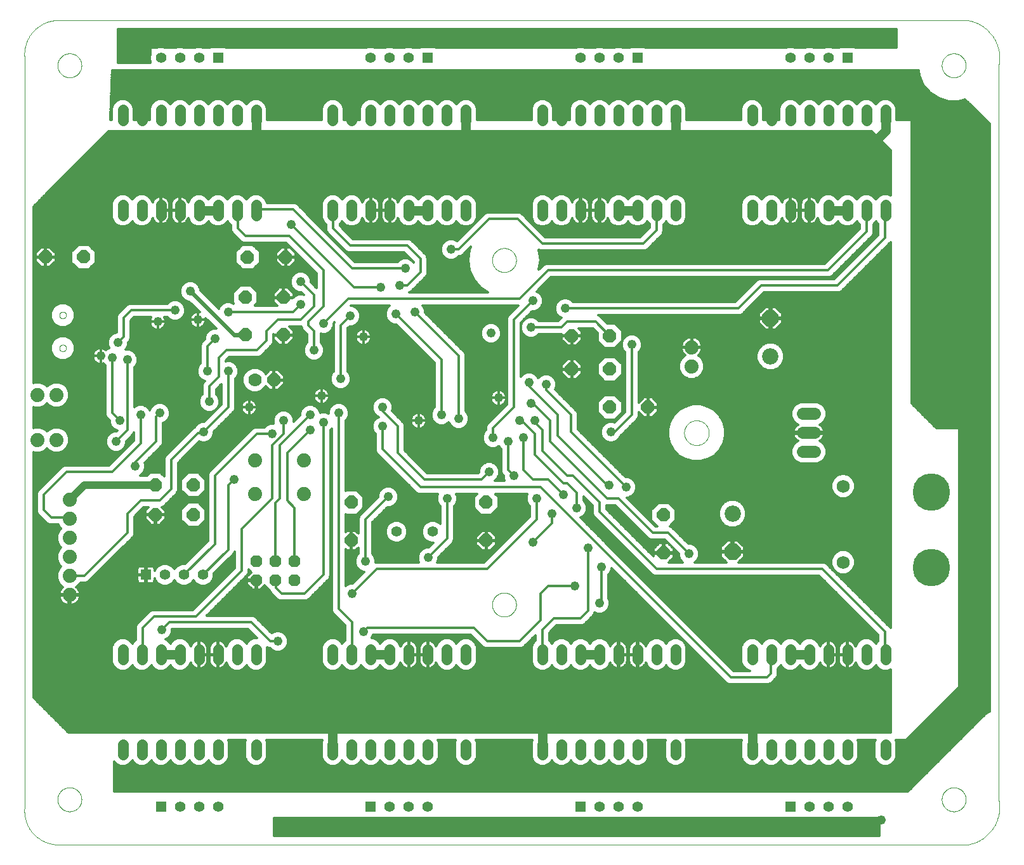
<source format=gbl>
G75*
%MOIN*%
%OFA0B0*%
%FSLAX25Y25*%
%IPPOS*%
%LPD*%
%AMOC8*
5,1,8,0,0,1.08239X$1,22.5*
%
%ADD10C,0.00000*%
%ADD11C,0.19685*%
%ADD12C,0.08600*%
%ADD13OC8,0.08600*%
%ADD14OC8,0.07000*%
%ADD15C,0.06800*%
%ADD16C,0.06400*%
%ADD17OC8,0.06140*%
%ADD18C,0.07400*%
%ADD19C,0.05600*%
%ADD20C,0.05550*%
%ADD21C,0.07000*%
%ADD22R,0.05550X0.05550*%
%ADD23C,0.05550*%
%ADD24C,0.01200*%
%ADD25C,0.04762*%
%ADD26C,0.05000*%
%ADD27C,0.02400*%
%ADD28C,0.04000*%
D10*
X0020337Y0001315D02*
X0500652Y0001315D01*
X0501127Y0001416D01*
X0501598Y0001528D01*
X0502068Y0001652D01*
X0502534Y0001787D01*
X0502996Y0001933D01*
X0503455Y0002090D01*
X0503910Y0002259D01*
X0504361Y0002438D01*
X0504807Y0002628D01*
X0505249Y0002829D01*
X0505685Y0003041D01*
X0506117Y0003263D01*
X0506542Y0003495D01*
X0506963Y0003737D01*
X0507377Y0003990D01*
X0507785Y0004253D01*
X0508186Y0004525D01*
X0508581Y0004807D01*
X0508969Y0005099D01*
X0509349Y0005399D01*
X0509722Y0005709D01*
X0510088Y0006028D01*
X0510446Y0006355D01*
X0510796Y0006691D01*
X0511138Y0007036D01*
X0511471Y0007389D01*
X0511795Y0007749D01*
X0512111Y0008117D01*
X0512418Y0008493D01*
X0512716Y0008876D01*
X0513004Y0009266D01*
X0513283Y0009663D01*
X0513552Y0010067D01*
X0513811Y0010477D01*
X0514060Y0010893D01*
X0514299Y0011315D01*
X0514528Y0011743D01*
X0514747Y0012176D01*
X0514955Y0012614D01*
X0515152Y0013058D01*
X0515339Y0013505D01*
X0515514Y0013958D01*
X0515679Y0014414D01*
X0515833Y0014874D01*
X0515975Y0015338D01*
X0516106Y0015805D01*
X0516226Y0016275D01*
X0516335Y0016748D01*
X0516432Y0017223D01*
X0516517Y0017701D01*
X0516591Y0018180D01*
X0516653Y0018661D01*
X0516704Y0019144D01*
X0516743Y0019627D01*
X0516770Y0020112D01*
X0516786Y0020597D01*
X0516790Y0021082D01*
X0516782Y0021567D01*
X0516762Y0022051D01*
X0516731Y0022536D01*
X0516688Y0023019D01*
X0516634Y0023501D01*
X0516567Y0023981D01*
X0516490Y0024460D01*
X0516400Y0024937D01*
X0516400Y0410764D01*
X0516490Y0411241D01*
X0516567Y0411720D01*
X0516634Y0412200D01*
X0516688Y0412682D01*
X0516731Y0413165D01*
X0516762Y0413650D01*
X0516782Y0414134D01*
X0516790Y0414619D01*
X0516786Y0415104D01*
X0516770Y0415589D01*
X0516743Y0416074D01*
X0516704Y0416557D01*
X0516653Y0417040D01*
X0516591Y0417521D01*
X0516517Y0418000D01*
X0516432Y0418478D01*
X0516335Y0418953D01*
X0516226Y0419426D01*
X0516106Y0419896D01*
X0515975Y0420363D01*
X0515833Y0420827D01*
X0515679Y0421287D01*
X0515514Y0421743D01*
X0515339Y0422196D01*
X0515152Y0422643D01*
X0514955Y0423087D01*
X0514747Y0423525D01*
X0514528Y0423958D01*
X0514299Y0424386D01*
X0514060Y0424808D01*
X0513811Y0425224D01*
X0513552Y0425634D01*
X0513283Y0426038D01*
X0513004Y0426435D01*
X0512716Y0426825D01*
X0512418Y0427208D01*
X0512111Y0427584D01*
X0511795Y0427952D01*
X0511471Y0428312D01*
X0511138Y0428665D01*
X0510796Y0429010D01*
X0510446Y0429346D01*
X0510088Y0429673D01*
X0509722Y0429992D01*
X0509349Y0430302D01*
X0508969Y0430602D01*
X0508581Y0430894D01*
X0508186Y0431176D01*
X0507785Y0431448D01*
X0507377Y0431711D01*
X0506963Y0431964D01*
X0506542Y0432206D01*
X0506117Y0432438D01*
X0505685Y0432660D01*
X0505249Y0432872D01*
X0504807Y0433073D01*
X0504361Y0433263D01*
X0503910Y0433442D01*
X0503455Y0433611D01*
X0502996Y0433768D01*
X0502534Y0433914D01*
X0502068Y0434049D01*
X0501598Y0434173D01*
X0501127Y0434285D01*
X0500652Y0434386D01*
X0020337Y0434386D01*
X0019903Y0434332D01*
X0019470Y0434268D01*
X0019039Y0434193D01*
X0018610Y0434108D01*
X0018184Y0434012D01*
X0017759Y0433905D01*
X0017338Y0433789D01*
X0016919Y0433661D01*
X0016503Y0433524D01*
X0016092Y0433377D01*
X0015683Y0433219D01*
X0015279Y0433052D01*
X0014879Y0432874D01*
X0014484Y0432687D01*
X0014093Y0432490D01*
X0013707Y0432284D01*
X0013327Y0432068D01*
X0012951Y0431843D01*
X0012582Y0431609D01*
X0012218Y0431366D01*
X0011861Y0431114D01*
X0011509Y0430853D01*
X0011164Y0430584D01*
X0010826Y0430306D01*
X0010495Y0430021D01*
X0010171Y0429727D01*
X0009854Y0429425D01*
X0009545Y0429116D01*
X0009243Y0428799D01*
X0008949Y0428474D01*
X0008664Y0428143D01*
X0008386Y0427805D01*
X0008117Y0427460D01*
X0007857Y0427108D01*
X0007605Y0426751D01*
X0007362Y0426387D01*
X0007128Y0426017D01*
X0006903Y0425642D01*
X0006687Y0425261D01*
X0006481Y0424875D01*
X0006285Y0424484D01*
X0006098Y0424089D01*
X0005920Y0423689D01*
X0005753Y0423285D01*
X0005596Y0422876D01*
X0005448Y0422464D01*
X0005311Y0422049D01*
X0005184Y0421630D01*
X0005068Y0421209D01*
X0004962Y0420784D01*
X0004866Y0420357D01*
X0004780Y0419928D01*
X0004706Y0419497D01*
X0004642Y0419064D01*
X0004588Y0418630D01*
X0004545Y0418195D01*
X0004513Y0417758D01*
X0004492Y0417321D01*
X0004481Y0416884D01*
X0004481Y0416446D01*
X0004492Y0416009D01*
X0004514Y0415572D01*
X0004546Y0415136D01*
X0004589Y0414700D01*
X0004589Y0414701D02*
X0004589Y0021000D01*
X0004546Y0020564D01*
X0004514Y0020128D01*
X0004492Y0019691D01*
X0004481Y0019254D01*
X0004481Y0018816D01*
X0004492Y0018379D01*
X0004513Y0017942D01*
X0004545Y0017505D01*
X0004588Y0017070D01*
X0004642Y0016636D01*
X0004706Y0016203D01*
X0004780Y0015772D01*
X0004866Y0015343D01*
X0004962Y0014916D01*
X0005068Y0014491D01*
X0005184Y0014070D01*
X0005311Y0013651D01*
X0005448Y0013236D01*
X0005596Y0012824D01*
X0005753Y0012415D01*
X0005920Y0012011D01*
X0006098Y0011611D01*
X0006285Y0011216D01*
X0006481Y0010825D01*
X0006687Y0010439D01*
X0006903Y0010058D01*
X0007128Y0009683D01*
X0007362Y0009313D01*
X0007605Y0008949D01*
X0007857Y0008592D01*
X0008117Y0008240D01*
X0008386Y0007895D01*
X0008664Y0007557D01*
X0008949Y0007226D01*
X0009243Y0006901D01*
X0009545Y0006584D01*
X0009854Y0006275D01*
X0010171Y0005973D01*
X0010495Y0005679D01*
X0010826Y0005394D01*
X0011164Y0005116D01*
X0011509Y0004847D01*
X0011861Y0004586D01*
X0012218Y0004334D01*
X0012582Y0004091D01*
X0012951Y0003857D01*
X0013327Y0003632D01*
X0013707Y0003416D01*
X0014093Y0003210D01*
X0014484Y0003013D01*
X0014879Y0002826D01*
X0015279Y0002648D01*
X0015683Y0002481D01*
X0016092Y0002323D01*
X0016503Y0002176D01*
X0016919Y0002039D01*
X0017338Y0001911D01*
X0017759Y0001795D01*
X0018184Y0001688D01*
X0018610Y0001592D01*
X0019039Y0001507D01*
X0019470Y0001432D01*
X0019903Y0001368D01*
X0020337Y0001314D01*
X0021912Y0024937D02*
X0021914Y0025095D01*
X0021920Y0025253D01*
X0021930Y0025411D01*
X0021944Y0025569D01*
X0021962Y0025726D01*
X0021983Y0025883D01*
X0022009Y0026039D01*
X0022039Y0026195D01*
X0022072Y0026350D01*
X0022110Y0026503D01*
X0022151Y0026656D01*
X0022196Y0026808D01*
X0022245Y0026959D01*
X0022298Y0027108D01*
X0022354Y0027256D01*
X0022414Y0027402D01*
X0022478Y0027547D01*
X0022546Y0027690D01*
X0022617Y0027832D01*
X0022691Y0027972D01*
X0022769Y0028109D01*
X0022851Y0028245D01*
X0022935Y0028379D01*
X0023024Y0028510D01*
X0023115Y0028639D01*
X0023210Y0028766D01*
X0023307Y0028891D01*
X0023408Y0029013D01*
X0023512Y0029132D01*
X0023619Y0029249D01*
X0023729Y0029363D01*
X0023842Y0029474D01*
X0023957Y0029583D01*
X0024075Y0029688D01*
X0024196Y0029790D01*
X0024319Y0029890D01*
X0024445Y0029986D01*
X0024573Y0030079D01*
X0024703Y0030169D01*
X0024836Y0030255D01*
X0024971Y0030339D01*
X0025107Y0030418D01*
X0025246Y0030495D01*
X0025387Y0030567D01*
X0025529Y0030637D01*
X0025673Y0030702D01*
X0025819Y0030764D01*
X0025966Y0030822D01*
X0026115Y0030877D01*
X0026265Y0030928D01*
X0026416Y0030975D01*
X0026568Y0031018D01*
X0026721Y0031057D01*
X0026876Y0031093D01*
X0027031Y0031124D01*
X0027187Y0031152D01*
X0027343Y0031176D01*
X0027500Y0031196D01*
X0027658Y0031212D01*
X0027815Y0031224D01*
X0027974Y0031232D01*
X0028132Y0031236D01*
X0028290Y0031236D01*
X0028448Y0031232D01*
X0028607Y0031224D01*
X0028764Y0031212D01*
X0028922Y0031196D01*
X0029079Y0031176D01*
X0029235Y0031152D01*
X0029391Y0031124D01*
X0029546Y0031093D01*
X0029701Y0031057D01*
X0029854Y0031018D01*
X0030006Y0030975D01*
X0030157Y0030928D01*
X0030307Y0030877D01*
X0030456Y0030822D01*
X0030603Y0030764D01*
X0030749Y0030702D01*
X0030893Y0030637D01*
X0031035Y0030567D01*
X0031176Y0030495D01*
X0031315Y0030418D01*
X0031451Y0030339D01*
X0031586Y0030255D01*
X0031719Y0030169D01*
X0031849Y0030079D01*
X0031977Y0029986D01*
X0032103Y0029890D01*
X0032226Y0029790D01*
X0032347Y0029688D01*
X0032465Y0029583D01*
X0032580Y0029474D01*
X0032693Y0029363D01*
X0032803Y0029249D01*
X0032910Y0029132D01*
X0033014Y0029013D01*
X0033115Y0028891D01*
X0033212Y0028766D01*
X0033307Y0028639D01*
X0033398Y0028510D01*
X0033487Y0028379D01*
X0033571Y0028245D01*
X0033653Y0028109D01*
X0033731Y0027972D01*
X0033805Y0027832D01*
X0033876Y0027690D01*
X0033944Y0027547D01*
X0034008Y0027402D01*
X0034068Y0027256D01*
X0034124Y0027108D01*
X0034177Y0026959D01*
X0034226Y0026808D01*
X0034271Y0026656D01*
X0034312Y0026503D01*
X0034350Y0026350D01*
X0034383Y0026195D01*
X0034413Y0026039D01*
X0034439Y0025883D01*
X0034460Y0025726D01*
X0034478Y0025569D01*
X0034492Y0025411D01*
X0034502Y0025253D01*
X0034508Y0025095D01*
X0034510Y0024937D01*
X0034508Y0024779D01*
X0034502Y0024621D01*
X0034492Y0024463D01*
X0034478Y0024305D01*
X0034460Y0024148D01*
X0034439Y0023991D01*
X0034413Y0023835D01*
X0034383Y0023679D01*
X0034350Y0023524D01*
X0034312Y0023371D01*
X0034271Y0023218D01*
X0034226Y0023066D01*
X0034177Y0022915D01*
X0034124Y0022766D01*
X0034068Y0022618D01*
X0034008Y0022472D01*
X0033944Y0022327D01*
X0033876Y0022184D01*
X0033805Y0022042D01*
X0033731Y0021902D01*
X0033653Y0021765D01*
X0033571Y0021629D01*
X0033487Y0021495D01*
X0033398Y0021364D01*
X0033307Y0021235D01*
X0033212Y0021108D01*
X0033115Y0020983D01*
X0033014Y0020861D01*
X0032910Y0020742D01*
X0032803Y0020625D01*
X0032693Y0020511D01*
X0032580Y0020400D01*
X0032465Y0020291D01*
X0032347Y0020186D01*
X0032226Y0020084D01*
X0032103Y0019984D01*
X0031977Y0019888D01*
X0031849Y0019795D01*
X0031719Y0019705D01*
X0031586Y0019619D01*
X0031451Y0019535D01*
X0031315Y0019456D01*
X0031176Y0019379D01*
X0031035Y0019307D01*
X0030893Y0019237D01*
X0030749Y0019172D01*
X0030603Y0019110D01*
X0030456Y0019052D01*
X0030307Y0018997D01*
X0030157Y0018946D01*
X0030006Y0018899D01*
X0029854Y0018856D01*
X0029701Y0018817D01*
X0029546Y0018781D01*
X0029391Y0018750D01*
X0029235Y0018722D01*
X0029079Y0018698D01*
X0028922Y0018678D01*
X0028764Y0018662D01*
X0028607Y0018650D01*
X0028448Y0018642D01*
X0028290Y0018638D01*
X0028132Y0018638D01*
X0027974Y0018642D01*
X0027815Y0018650D01*
X0027658Y0018662D01*
X0027500Y0018678D01*
X0027343Y0018698D01*
X0027187Y0018722D01*
X0027031Y0018750D01*
X0026876Y0018781D01*
X0026721Y0018817D01*
X0026568Y0018856D01*
X0026416Y0018899D01*
X0026265Y0018946D01*
X0026115Y0018997D01*
X0025966Y0019052D01*
X0025819Y0019110D01*
X0025673Y0019172D01*
X0025529Y0019237D01*
X0025387Y0019307D01*
X0025246Y0019379D01*
X0025107Y0019456D01*
X0024971Y0019535D01*
X0024836Y0019619D01*
X0024703Y0019705D01*
X0024573Y0019795D01*
X0024445Y0019888D01*
X0024319Y0019984D01*
X0024196Y0020084D01*
X0024075Y0020186D01*
X0023957Y0020291D01*
X0023842Y0020400D01*
X0023729Y0020511D01*
X0023619Y0020625D01*
X0023512Y0020742D01*
X0023408Y0020861D01*
X0023307Y0020983D01*
X0023210Y0021108D01*
X0023115Y0021235D01*
X0023024Y0021364D01*
X0022935Y0021495D01*
X0022851Y0021629D01*
X0022769Y0021765D01*
X0022691Y0021902D01*
X0022617Y0022042D01*
X0022546Y0022184D01*
X0022478Y0022327D01*
X0022414Y0022472D01*
X0022354Y0022618D01*
X0022298Y0022766D01*
X0022245Y0022915D01*
X0022196Y0023066D01*
X0022151Y0023218D01*
X0022110Y0023371D01*
X0022072Y0023524D01*
X0022039Y0023679D01*
X0022009Y0023835D01*
X0021983Y0023991D01*
X0021962Y0024148D01*
X0021944Y0024305D01*
X0021930Y0024463D01*
X0021920Y0024621D01*
X0021914Y0024779D01*
X0021912Y0024937D01*
X0250258Y0127299D02*
X0250260Y0127457D01*
X0250266Y0127615D01*
X0250276Y0127773D01*
X0250290Y0127931D01*
X0250308Y0128088D01*
X0250329Y0128245D01*
X0250355Y0128401D01*
X0250385Y0128557D01*
X0250418Y0128712D01*
X0250456Y0128865D01*
X0250497Y0129018D01*
X0250542Y0129170D01*
X0250591Y0129321D01*
X0250644Y0129470D01*
X0250700Y0129618D01*
X0250760Y0129764D01*
X0250824Y0129909D01*
X0250892Y0130052D01*
X0250963Y0130194D01*
X0251037Y0130334D01*
X0251115Y0130471D01*
X0251197Y0130607D01*
X0251281Y0130741D01*
X0251370Y0130872D01*
X0251461Y0131001D01*
X0251556Y0131128D01*
X0251653Y0131253D01*
X0251754Y0131375D01*
X0251858Y0131494D01*
X0251965Y0131611D01*
X0252075Y0131725D01*
X0252188Y0131836D01*
X0252303Y0131945D01*
X0252421Y0132050D01*
X0252542Y0132152D01*
X0252665Y0132252D01*
X0252791Y0132348D01*
X0252919Y0132441D01*
X0253049Y0132531D01*
X0253182Y0132617D01*
X0253317Y0132701D01*
X0253453Y0132780D01*
X0253592Y0132857D01*
X0253733Y0132929D01*
X0253875Y0132999D01*
X0254019Y0133064D01*
X0254165Y0133126D01*
X0254312Y0133184D01*
X0254461Y0133239D01*
X0254611Y0133290D01*
X0254762Y0133337D01*
X0254914Y0133380D01*
X0255067Y0133419D01*
X0255222Y0133455D01*
X0255377Y0133486D01*
X0255533Y0133514D01*
X0255689Y0133538D01*
X0255846Y0133558D01*
X0256004Y0133574D01*
X0256161Y0133586D01*
X0256320Y0133594D01*
X0256478Y0133598D01*
X0256636Y0133598D01*
X0256794Y0133594D01*
X0256953Y0133586D01*
X0257110Y0133574D01*
X0257268Y0133558D01*
X0257425Y0133538D01*
X0257581Y0133514D01*
X0257737Y0133486D01*
X0257892Y0133455D01*
X0258047Y0133419D01*
X0258200Y0133380D01*
X0258352Y0133337D01*
X0258503Y0133290D01*
X0258653Y0133239D01*
X0258802Y0133184D01*
X0258949Y0133126D01*
X0259095Y0133064D01*
X0259239Y0132999D01*
X0259381Y0132929D01*
X0259522Y0132857D01*
X0259661Y0132780D01*
X0259797Y0132701D01*
X0259932Y0132617D01*
X0260065Y0132531D01*
X0260195Y0132441D01*
X0260323Y0132348D01*
X0260449Y0132252D01*
X0260572Y0132152D01*
X0260693Y0132050D01*
X0260811Y0131945D01*
X0260926Y0131836D01*
X0261039Y0131725D01*
X0261149Y0131611D01*
X0261256Y0131494D01*
X0261360Y0131375D01*
X0261461Y0131253D01*
X0261558Y0131128D01*
X0261653Y0131001D01*
X0261744Y0130872D01*
X0261833Y0130741D01*
X0261917Y0130607D01*
X0261999Y0130471D01*
X0262077Y0130334D01*
X0262151Y0130194D01*
X0262222Y0130052D01*
X0262290Y0129909D01*
X0262354Y0129764D01*
X0262414Y0129618D01*
X0262470Y0129470D01*
X0262523Y0129321D01*
X0262572Y0129170D01*
X0262617Y0129018D01*
X0262658Y0128865D01*
X0262696Y0128712D01*
X0262729Y0128557D01*
X0262759Y0128401D01*
X0262785Y0128245D01*
X0262806Y0128088D01*
X0262824Y0127931D01*
X0262838Y0127773D01*
X0262848Y0127615D01*
X0262854Y0127457D01*
X0262856Y0127299D01*
X0262854Y0127141D01*
X0262848Y0126983D01*
X0262838Y0126825D01*
X0262824Y0126667D01*
X0262806Y0126510D01*
X0262785Y0126353D01*
X0262759Y0126197D01*
X0262729Y0126041D01*
X0262696Y0125886D01*
X0262658Y0125733D01*
X0262617Y0125580D01*
X0262572Y0125428D01*
X0262523Y0125277D01*
X0262470Y0125128D01*
X0262414Y0124980D01*
X0262354Y0124834D01*
X0262290Y0124689D01*
X0262222Y0124546D01*
X0262151Y0124404D01*
X0262077Y0124264D01*
X0261999Y0124127D01*
X0261917Y0123991D01*
X0261833Y0123857D01*
X0261744Y0123726D01*
X0261653Y0123597D01*
X0261558Y0123470D01*
X0261461Y0123345D01*
X0261360Y0123223D01*
X0261256Y0123104D01*
X0261149Y0122987D01*
X0261039Y0122873D01*
X0260926Y0122762D01*
X0260811Y0122653D01*
X0260693Y0122548D01*
X0260572Y0122446D01*
X0260449Y0122346D01*
X0260323Y0122250D01*
X0260195Y0122157D01*
X0260065Y0122067D01*
X0259932Y0121981D01*
X0259797Y0121897D01*
X0259661Y0121818D01*
X0259522Y0121741D01*
X0259381Y0121669D01*
X0259239Y0121599D01*
X0259095Y0121534D01*
X0258949Y0121472D01*
X0258802Y0121414D01*
X0258653Y0121359D01*
X0258503Y0121308D01*
X0258352Y0121261D01*
X0258200Y0121218D01*
X0258047Y0121179D01*
X0257892Y0121143D01*
X0257737Y0121112D01*
X0257581Y0121084D01*
X0257425Y0121060D01*
X0257268Y0121040D01*
X0257110Y0121024D01*
X0256953Y0121012D01*
X0256794Y0121004D01*
X0256636Y0121000D01*
X0256478Y0121000D01*
X0256320Y0121004D01*
X0256161Y0121012D01*
X0256004Y0121024D01*
X0255846Y0121040D01*
X0255689Y0121060D01*
X0255533Y0121084D01*
X0255377Y0121112D01*
X0255222Y0121143D01*
X0255067Y0121179D01*
X0254914Y0121218D01*
X0254762Y0121261D01*
X0254611Y0121308D01*
X0254461Y0121359D01*
X0254312Y0121414D01*
X0254165Y0121472D01*
X0254019Y0121534D01*
X0253875Y0121599D01*
X0253733Y0121669D01*
X0253592Y0121741D01*
X0253453Y0121818D01*
X0253317Y0121897D01*
X0253182Y0121981D01*
X0253049Y0122067D01*
X0252919Y0122157D01*
X0252791Y0122250D01*
X0252665Y0122346D01*
X0252542Y0122446D01*
X0252421Y0122548D01*
X0252303Y0122653D01*
X0252188Y0122762D01*
X0252075Y0122873D01*
X0251965Y0122987D01*
X0251858Y0123104D01*
X0251754Y0123223D01*
X0251653Y0123345D01*
X0251556Y0123470D01*
X0251461Y0123597D01*
X0251370Y0123726D01*
X0251281Y0123857D01*
X0251197Y0123991D01*
X0251115Y0124127D01*
X0251037Y0124264D01*
X0250963Y0124404D01*
X0250892Y0124546D01*
X0250824Y0124689D01*
X0250760Y0124834D01*
X0250700Y0124980D01*
X0250644Y0125128D01*
X0250591Y0125277D01*
X0250542Y0125428D01*
X0250497Y0125580D01*
X0250456Y0125733D01*
X0250418Y0125886D01*
X0250385Y0126041D01*
X0250355Y0126197D01*
X0250329Y0126353D01*
X0250308Y0126510D01*
X0250290Y0126667D01*
X0250276Y0126825D01*
X0250266Y0126983D01*
X0250260Y0127141D01*
X0250258Y0127299D01*
X0351136Y0217654D02*
X0351138Y0217815D01*
X0351144Y0217975D01*
X0351154Y0218136D01*
X0351168Y0218296D01*
X0351186Y0218456D01*
X0351207Y0218615D01*
X0351233Y0218774D01*
X0351263Y0218932D01*
X0351296Y0219089D01*
X0351334Y0219246D01*
X0351375Y0219401D01*
X0351420Y0219555D01*
X0351469Y0219708D01*
X0351522Y0219860D01*
X0351578Y0220011D01*
X0351639Y0220160D01*
X0351702Y0220308D01*
X0351770Y0220454D01*
X0351841Y0220598D01*
X0351915Y0220740D01*
X0351993Y0220881D01*
X0352075Y0221019D01*
X0352160Y0221156D01*
X0352248Y0221290D01*
X0352340Y0221422D01*
X0352435Y0221552D01*
X0352533Y0221680D01*
X0352634Y0221805D01*
X0352738Y0221927D01*
X0352845Y0222047D01*
X0352955Y0222164D01*
X0353068Y0222279D01*
X0353184Y0222390D01*
X0353303Y0222499D01*
X0353424Y0222604D01*
X0353548Y0222707D01*
X0353674Y0222807D01*
X0353802Y0222903D01*
X0353933Y0222996D01*
X0354067Y0223086D01*
X0354202Y0223173D01*
X0354340Y0223256D01*
X0354479Y0223336D01*
X0354621Y0223412D01*
X0354764Y0223485D01*
X0354909Y0223554D01*
X0355056Y0223620D01*
X0355204Y0223682D01*
X0355354Y0223740D01*
X0355505Y0223795D01*
X0355658Y0223846D01*
X0355812Y0223893D01*
X0355967Y0223936D01*
X0356123Y0223975D01*
X0356279Y0224011D01*
X0356437Y0224042D01*
X0356595Y0224070D01*
X0356754Y0224094D01*
X0356914Y0224114D01*
X0357074Y0224130D01*
X0357234Y0224142D01*
X0357395Y0224150D01*
X0357556Y0224154D01*
X0357716Y0224154D01*
X0357877Y0224150D01*
X0358038Y0224142D01*
X0358198Y0224130D01*
X0358358Y0224114D01*
X0358518Y0224094D01*
X0358677Y0224070D01*
X0358835Y0224042D01*
X0358993Y0224011D01*
X0359149Y0223975D01*
X0359305Y0223936D01*
X0359460Y0223893D01*
X0359614Y0223846D01*
X0359767Y0223795D01*
X0359918Y0223740D01*
X0360068Y0223682D01*
X0360216Y0223620D01*
X0360363Y0223554D01*
X0360508Y0223485D01*
X0360651Y0223412D01*
X0360793Y0223336D01*
X0360932Y0223256D01*
X0361070Y0223173D01*
X0361205Y0223086D01*
X0361339Y0222996D01*
X0361470Y0222903D01*
X0361598Y0222807D01*
X0361724Y0222707D01*
X0361848Y0222604D01*
X0361969Y0222499D01*
X0362088Y0222390D01*
X0362204Y0222279D01*
X0362317Y0222164D01*
X0362427Y0222047D01*
X0362534Y0221927D01*
X0362638Y0221805D01*
X0362739Y0221680D01*
X0362837Y0221552D01*
X0362932Y0221422D01*
X0363024Y0221290D01*
X0363112Y0221156D01*
X0363197Y0221019D01*
X0363279Y0220881D01*
X0363357Y0220740D01*
X0363431Y0220598D01*
X0363502Y0220454D01*
X0363570Y0220308D01*
X0363633Y0220160D01*
X0363694Y0220011D01*
X0363750Y0219860D01*
X0363803Y0219708D01*
X0363852Y0219555D01*
X0363897Y0219401D01*
X0363938Y0219246D01*
X0363976Y0219089D01*
X0364009Y0218932D01*
X0364039Y0218774D01*
X0364065Y0218615D01*
X0364086Y0218456D01*
X0364104Y0218296D01*
X0364118Y0218136D01*
X0364128Y0217975D01*
X0364134Y0217815D01*
X0364136Y0217654D01*
X0364134Y0217493D01*
X0364128Y0217333D01*
X0364118Y0217172D01*
X0364104Y0217012D01*
X0364086Y0216852D01*
X0364065Y0216693D01*
X0364039Y0216534D01*
X0364009Y0216376D01*
X0363976Y0216219D01*
X0363938Y0216062D01*
X0363897Y0215907D01*
X0363852Y0215753D01*
X0363803Y0215600D01*
X0363750Y0215448D01*
X0363694Y0215297D01*
X0363633Y0215148D01*
X0363570Y0215000D01*
X0363502Y0214854D01*
X0363431Y0214710D01*
X0363357Y0214568D01*
X0363279Y0214427D01*
X0363197Y0214289D01*
X0363112Y0214152D01*
X0363024Y0214018D01*
X0362932Y0213886D01*
X0362837Y0213756D01*
X0362739Y0213628D01*
X0362638Y0213503D01*
X0362534Y0213381D01*
X0362427Y0213261D01*
X0362317Y0213144D01*
X0362204Y0213029D01*
X0362088Y0212918D01*
X0361969Y0212809D01*
X0361848Y0212704D01*
X0361724Y0212601D01*
X0361598Y0212501D01*
X0361470Y0212405D01*
X0361339Y0212312D01*
X0361205Y0212222D01*
X0361070Y0212135D01*
X0360932Y0212052D01*
X0360793Y0211972D01*
X0360651Y0211896D01*
X0360508Y0211823D01*
X0360363Y0211754D01*
X0360216Y0211688D01*
X0360068Y0211626D01*
X0359918Y0211568D01*
X0359767Y0211513D01*
X0359614Y0211462D01*
X0359460Y0211415D01*
X0359305Y0211372D01*
X0359149Y0211333D01*
X0358993Y0211297D01*
X0358835Y0211266D01*
X0358677Y0211238D01*
X0358518Y0211214D01*
X0358358Y0211194D01*
X0358198Y0211178D01*
X0358038Y0211166D01*
X0357877Y0211158D01*
X0357716Y0211154D01*
X0357556Y0211154D01*
X0357395Y0211158D01*
X0357234Y0211166D01*
X0357074Y0211178D01*
X0356914Y0211194D01*
X0356754Y0211214D01*
X0356595Y0211238D01*
X0356437Y0211266D01*
X0356279Y0211297D01*
X0356123Y0211333D01*
X0355967Y0211372D01*
X0355812Y0211415D01*
X0355658Y0211462D01*
X0355505Y0211513D01*
X0355354Y0211568D01*
X0355204Y0211626D01*
X0355056Y0211688D01*
X0354909Y0211754D01*
X0354764Y0211823D01*
X0354621Y0211896D01*
X0354479Y0211972D01*
X0354340Y0212052D01*
X0354202Y0212135D01*
X0354067Y0212222D01*
X0353933Y0212312D01*
X0353802Y0212405D01*
X0353674Y0212501D01*
X0353548Y0212601D01*
X0353424Y0212704D01*
X0353303Y0212809D01*
X0353184Y0212918D01*
X0353068Y0213029D01*
X0352955Y0213144D01*
X0352845Y0213261D01*
X0352738Y0213381D01*
X0352634Y0213503D01*
X0352533Y0213628D01*
X0352435Y0213756D01*
X0352340Y0213886D01*
X0352248Y0214018D01*
X0352160Y0214152D01*
X0352075Y0214289D01*
X0351993Y0214427D01*
X0351915Y0214568D01*
X0351841Y0214710D01*
X0351770Y0214854D01*
X0351702Y0215000D01*
X0351639Y0215148D01*
X0351578Y0215297D01*
X0351522Y0215448D01*
X0351469Y0215600D01*
X0351420Y0215753D01*
X0351375Y0215907D01*
X0351334Y0216062D01*
X0351296Y0216219D01*
X0351263Y0216376D01*
X0351233Y0216534D01*
X0351207Y0216693D01*
X0351186Y0216852D01*
X0351168Y0217012D01*
X0351154Y0217172D01*
X0351144Y0217333D01*
X0351138Y0217493D01*
X0351136Y0217654D01*
X0250258Y0308402D02*
X0250260Y0308560D01*
X0250266Y0308718D01*
X0250276Y0308876D01*
X0250290Y0309034D01*
X0250308Y0309191D01*
X0250329Y0309348D01*
X0250355Y0309504D01*
X0250385Y0309660D01*
X0250418Y0309815D01*
X0250456Y0309968D01*
X0250497Y0310121D01*
X0250542Y0310273D01*
X0250591Y0310424D01*
X0250644Y0310573D01*
X0250700Y0310721D01*
X0250760Y0310867D01*
X0250824Y0311012D01*
X0250892Y0311155D01*
X0250963Y0311297D01*
X0251037Y0311437D01*
X0251115Y0311574D01*
X0251197Y0311710D01*
X0251281Y0311844D01*
X0251370Y0311975D01*
X0251461Y0312104D01*
X0251556Y0312231D01*
X0251653Y0312356D01*
X0251754Y0312478D01*
X0251858Y0312597D01*
X0251965Y0312714D01*
X0252075Y0312828D01*
X0252188Y0312939D01*
X0252303Y0313048D01*
X0252421Y0313153D01*
X0252542Y0313255D01*
X0252665Y0313355D01*
X0252791Y0313451D01*
X0252919Y0313544D01*
X0253049Y0313634D01*
X0253182Y0313720D01*
X0253317Y0313804D01*
X0253453Y0313883D01*
X0253592Y0313960D01*
X0253733Y0314032D01*
X0253875Y0314102D01*
X0254019Y0314167D01*
X0254165Y0314229D01*
X0254312Y0314287D01*
X0254461Y0314342D01*
X0254611Y0314393D01*
X0254762Y0314440D01*
X0254914Y0314483D01*
X0255067Y0314522D01*
X0255222Y0314558D01*
X0255377Y0314589D01*
X0255533Y0314617D01*
X0255689Y0314641D01*
X0255846Y0314661D01*
X0256004Y0314677D01*
X0256161Y0314689D01*
X0256320Y0314697D01*
X0256478Y0314701D01*
X0256636Y0314701D01*
X0256794Y0314697D01*
X0256953Y0314689D01*
X0257110Y0314677D01*
X0257268Y0314661D01*
X0257425Y0314641D01*
X0257581Y0314617D01*
X0257737Y0314589D01*
X0257892Y0314558D01*
X0258047Y0314522D01*
X0258200Y0314483D01*
X0258352Y0314440D01*
X0258503Y0314393D01*
X0258653Y0314342D01*
X0258802Y0314287D01*
X0258949Y0314229D01*
X0259095Y0314167D01*
X0259239Y0314102D01*
X0259381Y0314032D01*
X0259522Y0313960D01*
X0259661Y0313883D01*
X0259797Y0313804D01*
X0259932Y0313720D01*
X0260065Y0313634D01*
X0260195Y0313544D01*
X0260323Y0313451D01*
X0260449Y0313355D01*
X0260572Y0313255D01*
X0260693Y0313153D01*
X0260811Y0313048D01*
X0260926Y0312939D01*
X0261039Y0312828D01*
X0261149Y0312714D01*
X0261256Y0312597D01*
X0261360Y0312478D01*
X0261461Y0312356D01*
X0261558Y0312231D01*
X0261653Y0312104D01*
X0261744Y0311975D01*
X0261833Y0311844D01*
X0261917Y0311710D01*
X0261999Y0311574D01*
X0262077Y0311437D01*
X0262151Y0311297D01*
X0262222Y0311155D01*
X0262290Y0311012D01*
X0262354Y0310867D01*
X0262414Y0310721D01*
X0262470Y0310573D01*
X0262523Y0310424D01*
X0262572Y0310273D01*
X0262617Y0310121D01*
X0262658Y0309968D01*
X0262696Y0309815D01*
X0262729Y0309660D01*
X0262759Y0309504D01*
X0262785Y0309348D01*
X0262806Y0309191D01*
X0262824Y0309034D01*
X0262838Y0308876D01*
X0262848Y0308718D01*
X0262854Y0308560D01*
X0262856Y0308402D01*
X0262854Y0308244D01*
X0262848Y0308086D01*
X0262838Y0307928D01*
X0262824Y0307770D01*
X0262806Y0307613D01*
X0262785Y0307456D01*
X0262759Y0307300D01*
X0262729Y0307144D01*
X0262696Y0306989D01*
X0262658Y0306836D01*
X0262617Y0306683D01*
X0262572Y0306531D01*
X0262523Y0306380D01*
X0262470Y0306231D01*
X0262414Y0306083D01*
X0262354Y0305937D01*
X0262290Y0305792D01*
X0262222Y0305649D01*
X0262151Y0305507D01*
X0262077Y0305367D01*
X0261999Y0305230D01*
X0261917Y0305094D01*
X0261833Y0304960D01*
X0261744Y0304829D01*
X0261653Y0304700D01*
X0261558Y0304573D01*
X0261461Y0304448D01*
X0261360Y0304326D01*
X0261256Y0304207D01*
X0261149Y0304090D01*
X0261039Y0303976D01*
X0260926Y0303865D01*
X0260811Y0303756D01*
X0260693Y0303651D01*
X0260572Y0303549D01*
X0260449Y0303449D01*
X0260323Y0303353D01*
X0260195Y0303260D01*
X0260065Y0303170D01*
X0259932Y0303084D01*
X0259797Y0303000D01*
X0259661Y0302921D01*
X0259522Y0302844D01*
X0259381Y0302772D01*
X0259239Y0302702D01*
X0259095Y0302637D01*
X0258949Y0302575D01*
X0258802Y0302517D01*
X0258653Y0302462D01*
X0258503Y0302411D01*
X0258352Y0302364D01*
X0258200Y0302321D01*
X0258047Y0302282D01*
X0257892Y0302246D01*
X0257737Y0302215D01*
X0257581Y0302187D01*
X0257425Y0302163D01*
X0257268Y0302143D01*
X0257110Y0302127D01*
X0256953Y0302115D01*
X0256794Y0302107D01*
X0256636Y0302103D01*
X0256478Y0302103D01*
X0256320Y0302107D01*
X0256161Y0302115D01*
X0256004Y0302127D01*
X0255846Y0302143D01*
X0255689Y0302163D01*
X0255533Y0302187D01*
X0255377Y0302215D01*
X0255222Y0302246D01*
X0255067Y0302282D01*
X0254914Y0302321D01*
X0254762Y0302364D01*
X0254611Y0302411D01*
X0254461Y0302462D01*
X0254312Y0302517D01*
X0254165Y0302575D01*
X0254019Y0302637D01*
X0253875Y0302702D01*
X0253733Y0302772D01*
X0253592Y0302844D01*
X0253453Y0302921D01*
X0253317Y0303000D01*
X0253182Y0303084D01*
X0253049Y0303170D01*
X0252919Y0303260D01*
X0252791Y0303353D01*
X0252665Y0303449D01*
X0252542Y0303549D01*
X0252421Y0303651D01*
X0252303Y0303756D01*
X0252188Y0303865D01*
X0252075Y0303976D01*
X0251965Y0304090D01*
X0251858Y0304207D01*
X0251754Y0304326D01*
X0251653Y0304448D01*
X0251556Y0304573D01*
X0251461Y0304700D01*
X0251370Y0304829D01*
X0251281Y0304960D01*
X0251197Y0305094D01*
X0251115Y0305230D01*
X0251037Y0305367D01*
X0250963Y0305507D01*
X0250892Y0305649D01*
X0250824Y0305792D01*
X0250760Y0305937D01*
X0250700Y0306083D01*
X0250644Y0306231D01*
X0250591Y0306380D01*
X0250542Y0306531D01*
X0250497Y0306683D01*
X0250456Y0306836D01*
X0250418Y0306989D01*
X0250385Y0307144D01*
X0250355Y0307300D01*
X0250329Y0307456D01*
X0250308Y0307613D01*
X0250290Y0307770D01*
X0250276Y0307928D01*
X0250266Y0308086D01*
X0250260Y0308244D01*
X0250258Y0308402D01*
X0021912Y0410764D02*
X0021914Y0410922D01*
X0021920Y0411080D01*
X0021930Y0411238D01*
X0021944Y0411396D01*
X0021962Y0411553D01*
X0021983Y0411710D01*
X0022009Y0411866D01*
X0022039Y0412022D01*
X0022072Y0412177D01*
X0022110Y0412330D01*
X0022151Y0412483D01*
X0022196Y0412635D01*
X0022245Y0412786D01*
X0022298Y0412935D01*
X0022354Y0413083D01*
X0022414Y0413229D01*
X0022478Y0413374D01*
X0022546Y0413517D01*
X0022617Y0413659D01*
X0022691Y0413799D01*
X0022769Y0413936D01*
X0022851Y0414072D01*
X0022935Y0414206D01*
X0023024Y0414337D01*
X0023115Y0414466D01*
X0023210Y0414593D01*
X0023307Y0414718D01*
X0023408Y0414840D01*
X0023512Y0414959D01*
X0023619Y0415076D01*
X0023729Y0415190D01*
X0023842Y0415301D01*
X0023957Y0415410D01*
X0024075Y0415515D01*
X0024196Y0415617D01*
X0024319Y0415717D01*
X0024445Y0415813D01*
X0024573Y0415906D01*
X0024703Y0415996D01*
X0024836Y0416082D01*
X0024971Y0416166D01*
X0025107Y0416245D01*
X0025246Y0416322D01*
X0025387Y0416394D01*
X0025529Y0416464D01*
X0025673Y0416529D01*
X0025819Y0416591D01*
X0025966Y0416649D01*
X0026115Y0416704D01*
X0026265Y0416755D01*
X0026416Y0416802D01*
X0026568Y0416845D01*
X0026721Y0416884D01*
X0026876Y0416920D01*
X0027031Y0416951D01*
X0027187Y0416979D01*
X0027343Y0417003D01*
X0027500Y0417023D01*
X0027658Y0417039D01*
X0027815Y0417051D01*
X0027974Y0417059D01*
X0028132Y0417063D01*
X0028290Y0417063D01*
X0028448Y0417059D01*
X0028607Y0417051D01*
X0028764Y0417039D01*
X0028922Y0417023D01*
X0029079Y0417003D01*
X0029235Y0416979D01*
X0029391Y0416951D01*
X0029546Y0416920D01*
X0029701Y0416884D01*
X0029854Y0416845D01*
X0030006Y0416802D01*
X0030157Y0416755D01*
X0030307Y0416704D01*
X0030456Y0416649D01*
X0030603Y0416591D01*
X0030749Y0416529D01*
X0030893Y0416464D01*
X0031035Y0416394D01*
X0031176Y0416322D01*
X0031315Y0416245D01*
X0031451Y0416166D01*
X0031586Y0416082D01*
X0031719Y0415996D01*
X0031849Y0415906D01*
X0031977Y0415813D01*
X0032103Y0415717D01*
X0032226Y0415617D01*
X0032347Y0415515D01*
X0032465Y0415410D01*
X0032580Y0415301D01*
X0032693Y0415190D01*
X0032803Y0415076D01*
X0032910Y0414959D01*
X0033014Y0414840D01*
X0033115Y0414718D01*
X0033212Y0414593D01*
X0033307Y0414466D01*
X0033398Y0414337D01*
X0033487Y0414206D01*
X0033571Y0414072D01*
X0033653Y0413936D01*
X0033731Y0413799D01*
X0033805Y0413659D01*
X0033876Y0413517D01*
X0033944Y0413374D01*
X0034008Y0413229D01*
X0034068Y0413083D01*
X0034124Y0412935D01*
X0034177Y0412786D01*
X0034226Y0412635D01*
X0034271Y0412483D01*
X0034312Y0412330D01*
X0034350Y0412177D01*
X0034383Y0412022D01*
X0034413Y0411866D01*
X0034439Y0411710D01*
X0034460Y0411553D01*
X0034478Y0411396D01*
X0034492Y0411238D01*
X0034502Y0411080D01*
X0034508Y0410922D01*
X0034510Y0410764D01*
X0034508Y0410606D01*
X0034502Y0410448D01*
X0034492Y0410290D01*
X0034478Y0410132D01*
X0034460Y0409975D01*
X0034439Y0409818D01*
X0034413Y0409662D01*
X0034383Y0409506D01*
X0034350Y0409351D01*
X0034312Y0409198D01*
X0034271Y0409045D01*
X0034226Y0408893D01*
X0034177Y0408742D01*
X0034124Y0408593D01*
X0034068Y0408445D01*
X0034008Y0408299D01*
X0033944Y0408154D01*
X0033876Y0408011D01*
X0033805Y0407869D01*
X0033731Y0407729D01*
X0033653Y0407592D01*
X0033571Y0407456D01*
X0033487Y0407322D01*
X0033398Y0407191D01*
X0033307Y0407062D01*
X0033212Y0406935D01*
X0033115Y0406810D01*
X0033014Y0406688D01*
X0032910Y0406569D01*
X0032803Y0406452D01*
X0032693Y0406338D01*
X0032580Y0406227D01*
X0032465Y0406118D01*
X0032347Y0406013D01*
X0032226Y0405911D01*
X0032103Y0405811D01*
X0031977Y0405715D01*
X0031849Y0405622D01*
X0031719Y0405532D01*
X0031586Y0405446D01*
X0031451Y0405362D01*
X0031315Y0405283D01*
X0031176Y0405206D01*
X0031035Y0405134D01*
X0030893Y0405064D01*
X0030749Y0404999D01*
X0030603Y0404937D01*
X0030456Y0404879D01*
X0030307Y0404824D01*
X0030157Y0404773D01*
X0030006Y0404726D01*
X0029854Y0404683D01*
X0029701Y0404644D01*
X0029546Y0404608D01*
X0029391Y0404577D01*
X0029235Y0404549D01*
X0029079Y0404525D01*
X0028922Y0404505D01*
X0028764Y0404489D01*
X0028607Y0404477D01*
X0028448Y0404469D01*
X0028290Y0404465D01*
X0028132Y0404465D01*
X0027974Y0404469D01*
X0027815Y0404477D01*
X0027658Y0404489D01*
X0027500Y0404505D01*
X0027343Y0404525D01*
X0027187Y0404549D01*
X0027031Y0404577D01*
X0026876Y0404608D01*
X0026721Y0404644D01*
X0026568Y0404683D01*
X0026416Y0404726D01*
X0026265Y0404773D01*
X0026115Y0404824D01*
X0025966Y0404879D01*
X0025819Y0404937D01*
X0025673Y0404999D01*
X0025529Y0405064D01*
X0025387Y0405134D01*
X0025246Y0405206D01*
X0025107Y0405283D01*
X0024971Y0405362D01*
X0024836Y0405446D01*
X0024703Y0405532D01*
X0024573Y0405622D01*
X0024445Y0405715D01*
X0024319Y0405811D01*
X0024196Y0405911D01*
X0024075Y0406013D01*
X0023957Y0406118D01*
X0023842Y0406227D01*
X0023729Y0406338D01*
X0023619Y0406452D01*
X0023512Y0406569D01*
X0023408Y0406688D01*
X0023307Y0406810D01*
X0023210Y0406935D01*
X0023115Y0407062D01*
X0023024Y0407191D01*
X0022935Y0407322D01*
X0022851Y0407456D01*
X0022769Y0407592D01*
X0022691Y0407729D01*
X0022617Y0407869D01*
X0022546Y0408011D01*
X0022478Y0408154D01*
X0022414Y0408299D01*
X0022354Y0408445D01*
X0022298Y0408593D01*
X0022245Y0408742D01*
X0022196Y0408893D01*
X0022151Y0409045D01*
X0022110Y0409198D01*
X0022072Y0409351D01*
X0022039Y0409506D01*
X0022009Y0409662D01*
X0021983Y0409818D01*
X0021962Y0409975D01*
X0021944Y0410132D01*
X0021930Y0410290D01*
X0021920Y0410448D01*
X0021914Y0410606D01*
X0021912Y0410764D01*
X0022856Y0279543D02*
X0022858Y0279627D01*
X0022864Y0279710D01*
X0022874Y0279793D01*
X0022888Y0279876D01*
X0022905Y0279958D01*
X0022927Y0280039D01*
X0022952Y0280118D01*
X0022981Y0280197D01*
X0023014Y0280274D01*
X0023050Y0280349D01*
X0023090Y0280423D01*
X0023133Y0280495D01*
X0023180Y0280564D01*
X0023230Y0280631D01*
X0023283Y0280696D01*
X0023339Y0280758D01*
X0023397Y0280818D01*
X0023459Y0280875D01*
X0023523Y0280928D01*
X0023590Y0280979D01*
X0023659Y0281026D01*
X0023730Y0281071D01*
X0023803Y0281111D01*
X0023878Y0281148D01*
X0023955Y0281182D01*
X0024033Y0281212D01*
X0024112Y0281238D01*
X0024193Y0281261D01*
X0024275Y0281279D01*
X0024357Y0281294D01*
X0024440Y0281305D01*
X0024523Y0281312D01*
X0024607Y0281315D01*
X0024691Y0281314D01*
X0024774Y0281309D01*
X0024858Y0281300D01*
X0024940Y0281287D01*
X0025022Y0281271D01*
X0025103Y0281250D01*
X0025184Y0281226D01*
X0025262Y0281198D01*
X0025340Y0281166D01*
X0025416Y0281130D01*
X0025490Y0281091D01*
X0025562Y0281049D01*
X0025632Y0281003D01*
X0025700Y0280954D01*
X0025765Y0280902D01*
X0025828Y0280847D01*
X0025888Y0280789D01*
X0025946Y0280728D01*
X0026000Y0280664D01*
X0026052Y0280598D01*
X0026100Y0280530D01*
X0026145Y0280459D01*
X0026186Y0280386D01*
X0026225Y0280312D01*
X0026259Y0280236D01*
X0026290Y0280158D01*
X0026317Y0280079D01*
X0026341Y0279998D01*
X0026360Y0279917D01*
X0026376Y0279835D01*
X0026388Y0279752D01*
X0026396Y0279668D01*
X0026400Y0279585D01*
X0026400Y0279501D01*
X0026396Y0279418D01*
X0026388Y0279334D01*
X0026376Y0279251D01*
X0026360Y0279169D01*
X0026341Y0279088D01*
X0026317Y0279007D01*
X0026290Y0278928D01*
X0026259Y0278850D01*
X0026225Y0278774D01*
X0026186Y0278700D01*
X0026145Y0278627D01*
X0026100Y0278556D01*
X0026052Y0278488D01*
X0026000Y0278422D01*
X0025946Y0278358D01*
X0025888Y0278297D01*
X0025828Y0278239D01*
X0025765Y0278184D01*
X0025700Y0278132D01*
X0025632Y0278083D01*
X0025562Y0278037D01*
X0025490Y0277995D01*
X0025416Y0277956D01*
X0025340Y0277920D01*
X0025262Y0277888D01*
X0025184Y0277860D01*
X0025103Y0277836D01*
X0025022Y0277815D01*
X0024940Y0277799D01*
X0024858Y0277786D01*
X0024774Y0277777D01*
X0024691Y0277772D01*
X0024607Y0277771D01*
X0024523Y0277774D01*
X0024440Y0277781D01*
X0024357Y0277792D01*
X0024275Y0277807D01*
X0024193Y0277825D01*
X0024112Y0277848D01*
X0024033Y0277874D01*
X0023955Y0277904D01*
X0023878Y0277938D01*
X0023803Y0277975D01*
X0023730Y0278015D01*
X0023659Y0278060D01*
X0023590Y0278107D01*
X0023523Y0278158D01*
X0023459Y0278211D01*
X0023397Y0278268D01*
X0023339Y0278328D01*
X0023283Y0278390D01*
X0023230Y0278455D01*
X0023180Y0278522D01*
X0023133Y0278591D01*
X0023090Y0278663D01*
X0023050Y0278737D01*
X0023014Y0278812D01*
X0022981Y0278889D01*
X0022952Y0278968D01*
X0022927Y0279047D01*
X0022905Y0279128D01*
X0022888Y0279210D01*
X0022874Y0279293D01*
X0022864Y0279376D01*
X0022858Y0279459D01*
X0022856Y0279543D01*
X0022856Y0262220D02*
X0022858Y0262304D01*
X0022864Y0262387D01*
X0022874Y0262470D01*
X0022888Y0262553D01*
X0022905Y0262635D01*
X0022927Y0262716D01*
X0022952Y0262795D01*
X0022981Y0262874D01*
X0023014Y0262951D01*
X0023050Y0263026D01*
X0023090Y0263100D01*
X0023133Y0263172D01*
X0023180Y0263241D01*
X0023230Y0263308D01*
X0023283Y0263373D01*
X0023339Y0263435D01*
X0023397Y0263495D01*
X0023459Y0263552D01*
X0023523Y0263605D01*
X0023590Y0263656D01*
X0023659Y0263703D01*
X0023730Y0263748D01*
X0023803Y0263788D01*
X0023878Y0263825D01*
X0023955Y0263859D01*
X0024033Y0263889D01*
X0024112Y0263915D01*
X0024193Y0263938D01*
X0024275Y0263956D01*
X0024357Y0263971D01*
X0024440Y0263982D01*
X0024523Y0263989D01*
X0024607Y0263992D01*
X0024691Y0263991D01*
X0024774Y0263986D01*
X0024858Y0263977D01*
X0024940Y0263964D01*
X0025022Y0263948D01*
X0025103Y0263927D01*
X0025184Y0263903D01*
X0025262Y0263875D01*
X0025340Y0263843D01*
X0025416Y0263807D01*
X0025490Y0263768D01*
X0025562Y0263726D01*
X0025632Y0263680D01*
X0025700Y0263631D01*
X0025765Y0263579D01*
X0025828Y0263524D01*
X0025888Y0263466D01*
X0025946Y0263405D01*
X0026000Y0263341D01*
X0026052Y0263275D01*
X0026100Y0263207D01*
X0026145Y0263136D01*
X0026186Y0263063D01*
X0026225Y0262989D01*
X0026259Y0262913D01*
X0026290Y0262835D01*
X0026317Y0262756D01*
X0026341Y0262675D01*
X0026360Y0262594D01*
X0026376Y0262512D01*
X0026388Y0262429D01*
X0026396Y0262345D01*
X0026400Y0262262D01*
X0026400Y0262178D01*
X0026396Y0262095D01*
X0026388Y0262011D01*
X0026376Y0261928D01*
X0026360Y0261846D01*
X0026341Y0261765D01*
X0026317Y0261684D01*
X0026290Y0261605D01*
X0026259Y0261527D01*
X0026225Y0261451D01*
X0026186Y0261377D01*
X0026145Y0261304D01*
X0026100Y0261233D01*
X0026052Y0261165D01*
X0026000Y0261099D01*
X0025946Y0261035D01*
X0025888Y0260974D01*
X0025828Y0260916D01*
X0025765Y0260861D01*
X0025700Y0260809D01*
X0025632Y0260760D01*
X0025562Y0260714D01*
X0025490Y0260672D01*
X0025416Y0260633D01*
X0025340Y0260597D01*
X0025262Y0260565D01*
X0025184Y0260537D01*
X0025103Y0260513D01*
X0025022Y0260492D01*
X0024940Y0260476D01*
X0024858Y0260463D01*
X0024774Y0260454D01*
X0024691Y0260449D01*
X0024607Y0260448D01*
X0024523Y0260451D01*
X0024440Y0260458D01*
X0024357Y0260469D01*
X0024275Y0260484D01*
X0024193Y0260502D01*
X0024112Y0260525D01*
X0024033Y0260551D01*
X0023955Y0260581D01*
X0023878Y0260615D01*
X0023803Y0260652D01*
X0023730Y0260692D01*
X0023659Y0260737D01*
X0023590Y0260784D01*
X0023523Y0260835D01*
X0023459Y0260888D01*
X0023397Y0260945D01*
X0023339Y0261005D01*
X0023283Y0261067D01*
X0023230Y0261132D01*
X0023180Y0261199D01*
X0023133Y0261268D01*
X0023090Y0261340D01*
X0023050Y0261414D01*
X0023014Y0261489D01*
X0022981Y0261566D01*
X0022952Y0261645D01*
X0022927Y0261724D01*
X0022905Y0261805D01*
X0022888Y0261887D01*
X0022874Y0261970D01*
X0022864Y0262053D01*
X0022858Y0262136D01*
X0022856Y0262220D01*
X0486479Y0410764D02*
X0486481Y0410922D01*
X0486487Y0411080D01*
X0486497Y0411238D01*
X0486511Y0411396D01*
X0486529Y0411553D01*
X0486550Y0411710D01*
X0486576Y0411866D01*
X0486606Y0412022D01*
X0486639Y0412177D01*
X0486677Y0412330D01*
X0486718Y0412483D01*
X0486763Y0412635D01*
X0486812Y0412786D01*
X0486865Y0412935D01*
X0486921Y0413083D01*
X0486981Y0413229D01*
X0487045Y0413374D01*
X0487113Y0413517D01*
X0487184Y0413659D01*
X0487258Y0413799D01*
X0487336Y0413936D01*
X0487418Y0414072D01*
X0487502Y0414206D01*
X0487591Y0414337D01*
X0487682Y0414466D01*
X0487777Y0414593D01*
X0487874Y0414718D01*
X0487975Y0414840D01*
X0488079Y0414959D01*
X0488186Y0415076D01*
X0488296Y0415190D01*
X0488409Y0415301D01*
X0488524Y0415410D01*
X0488642Y0415515D01*
X0488763Y0415617D01*
X0488886Y0415717D01*
X0489012Y0415813D01*
X0489140Y0415906D01*
X0489270Y0415996D01*
X0489403Y0416082D01*
X0489538Y0416166D01*
X0489674Y0416245D01*
X0489813Y0416322D01*
X0489954Y0416394D01*
X0490096Y0416464D01*
X0490240Y0416529D01*
X0490386Y0416591D01*
X0490533Y0416649D01*
X0490682Y0416704D01*
X0490832Y0416755D01*
X0490983Y0416802D01*
X0491135Y0416845D01*
X0491288Y0416884D01*
X0491443Y0416920D01*
X0491598Y0416951D01*
X0491754Y0416979D01*
X0491910Y0417003D01*
X0492067Y0417023D01*
X0492225Y0417039D01*
X0492382Y0417051D01*
X0492541Y0417059D01*
X0492699Y0417063D01*
X0492857Y0417063D01*
X0493015Y0417059D01*
X0493174Y0417051D01*
X0493331Y0417039D01*
X0493489Y0417023D01*
X0493646Y0417003D01*
X0493802Y0416979D01*
X0493958Y0416951D01*
X0494113Y0416920D01*
X0494268Y0416884D01*
X0494421Y0416845D01*
X0494573Y0416802D01*
X0494724Y0416755D01*
X0494874Y0416704D01*
X0495023Y0416649D01*
X0495170Y0416591D01*
X0495316Y0416529D01*
X0495460Y0416464D01*
X0495602Y0416394D01*
X0495743Y0416322D01*
X0495882Y0416245D01*
X0496018Y0416166D01*
X0496153Y0416082D01*
X0496286Y0415996D01*
X0496416Y0415906D01*
X0496544Y0415813D01*
X0496670Y0415717D01*
X0496793Y0415617D01*
X0496914Y0415515D01*
X0497032Y0415410D01*
X0497147Y0415301D01*
X0497260Y0415190D01*
X0497370Y0415076D01*
X0497477Y0414959D01*
X0497581Y0414840D01*
X0497682Y0414718D01*
X0497779Y0414593D01*
X0497874Y0414466D01*
X0497965Y0414337D01*
X0498054Y0414206D01*
X0498138Y0414072D01*
X0498220Y0413936D01*
X0498298Y0413799D01*
X0498372Y0413659D01*
X0498443Y0413517D01*
X0498511Y0413374D01*
X0498575Y0413229D01*
X0498635Y0413083D01*
X0498691Y0412935D01*
X0498744Y0412786D01*
X0498793Y0412635D01*
X0498838Y0412483D01*
X0498879Y0412330D01*
X0498917Y0412177D01*
X0498950Y0412022D01*
X0498980Y0411866D01*
X0499006Y0411710D01*
X0499027Y0411553D01*
X0499045Y0411396D01*
X0499059Y0411238D01*
X0499069Y0411080D01*
X0499075Y0410922D01*
X0499077Y0410764D01*
X0499075Y0410606D01*
X0499069Y0410448D01*
X0499059Y0410290D01*
X0499045Y0410132D01*
X0499027Y0409975D01*
X0499006Y0409818D01*
X0498980Y0409662D01*
X0498950Y0409506D01*
X0498917Y0409351D01*
X0498879Y0409198D01*
X0498838Y0409045D01*
X0498793Y0408893D01*
X0498744Y0408742D01*
X0498691Y0408593D01*
X0498635Y0408445D01*
X0498575Y0408299D01*
X0498511Y0408154D01*
X0498443Y0408011D01*
X0498372Y0407869D01*
X0498298Y0407729D01*
X0498220Y0407592D01*
X0498138Y0407456D01*
X0498054Y0407322D01*
X0497965Y0407191D01*
X0497874Y0407062D01*
X0497779Y0406935D01*
X0497682Y0406810D01*
X0497581Y0406688D01*
X0497477Y0406569D01*
X0497370Y0406452D01*
X0497260Y0406338D01*
X0497147Y0406227D01*
X0497032Y0406118D01*
X0496914Y0406013D01*
X0496793Y0405911D01*
X0496670Y0405811D01*
X0496544Y0405715D01*
X0496416Y0405622D01*
X0496286Y0405532D01*
X0496153Y0405446D01*
X0496018Y0405362D01*
X0495882Y0405283D01*
X0495743Y0405206D01*
X0495602Y0405134D01*
X0495460Y0405064D01*
X0495316Y0404999D01*
X0495170Y0404937D01*
X0495023Y0404879D01*
X0494874Y0404824D01*
X0494724Y0404773D01*
X0494573Y0404726D01*
X0494421Y0404683D01*
X0494268Y0404644D01*
X0494113Y0404608D01*
X0493958Y0404577D01*
X0493802Y0404549D01*
X0493646Y0404525D01*
X0493489Y0404505D01*
X0493331Y0404489D01*
X0493174Y0404477D01*
X0493015Y0404469D01*
X0492857Y0404465D01*
X0492699Y0404465D01*
X0492541Y0404469D01*
X0492382Y0404477D01*
X0492225Y0404489D01*
X0492067Y0404505D01*
X0491910Y0404525D01*
X0491754Y0404549D01*
X0491598Y0404577D01*
X0491443Y0404608D01*
X0491288Y0404644D01*
X0491135Y0404683D01*
X0490983Y0404726D01*
X0490832Y0404773D01*
X0490682Y0404824D01*
X0490533Y0404879D01*
X0490386Y0404937D01*
X0490240Y0404999D01*
X0490096Y0405064D01*
X0489954Y0405134D01*
X0489813Y0405206D01*
X0489674Y0405283D01*
X0489538Y0405362D01*
X0489403Y0405446D01*
X0489270Y0405532D01*
X0489140Y0405622D01*
X0489012Y0405715D01*
X0488886Y0405811D01*
X0488763Y0405911D01*
X0488642Y0406013D01*
X0488524Y0406118D01*
X0488409Y0406227D01*
X0488296Y0406338D01*
X0488186Y0406452D01*
X0488079Y0406569D01*
X0487975Y0406688D01*
X0487874Y0406810D01*
X0487777Y0406935D01*
X0487682Y0407062D01*
X0487591Y0407191D01*
X0487502Y0407322D01*
X0487418Y0407456D01*
X0487336Y0407592D01*
X0487258Y0407729D01*
X0487184Y0407869D01*
X0487113Y0408011D01*
X0487045Y0408154D01*
X0486981Y0408299D01*
X0486921Y0408445D01*
X0486865Y0408593D01*
X0486812Y0408742D01*
X0486763Y0408893D01*
X0486718Y0409045D01*
X0486677Y0409198D01*
X0486639Y0409351D01*
X0486606Y0409506D01*
X0486576Y0409662D01*
X0486550Y0409818D01*
X0486529Y0409975D01*
X0486511Y0410132D01*
X0486497Y0410290D01*
X0486487Y0410448D01*
X0486481Y0410606D01*
X0486479Y0410764D01*
X0486479Y0024937D02*
X0486481Y0025095D01*
X0486487Y0025253D01*
X0486497Y0025411D01*
X0486511Y0025569D01*
X0486529Y0025726D01*
X0486550Y0025883D01*
X0486576Y0026039D01*
X0486606Y0026195D01*
X0486639Y0026350D01*
X0486677Y0026503D01*
X0486718Y0026656D01*
X0486763Y0026808D01*
X0486812Y0026959D01*
X0486865Y0027108D01*
X0486921Y0027256D01*
X0486981Y0027402D01*
X0487045Y0027547D01*
X0487113Y0027690D01*
X0487184Y0027832D01*
X0487258Y0027972D01*
X0487336Y0028109D01*
X0487418Y0028245D01*
X0487502Y0028379D01*
X0487591Y0028510D01*
X0487682Y0028639D01*
X0487777Y0028766D01*
X0487874Y0028891D01*
X0487975Y0029013D01*
X0488079Y0029132D01*
X0488186Y0029249D01*
X0488296Y0029363D01*
X0488409Y0029474D01*
X0488524Y0029583D01*
X0488642Y0029688D01*
X0488763Y0029790D01*
X0488886Y0029890D01*
X0489012Y0029986D01*
X0489140Y0030079D01*
X0489270Y0030169D01*
X0489403Y0030255D01*
X0489538Y0030339D01*
X0489674Y0030418D01*
X0489813Y0030495D01*
X0489954Y0030567D01*
X0490096Y0030637D01*
X0490240Y0030702D01*
X0490386Y0030764D01*
X0490533Y0030822D01*
X0490682Y0030877D01*
X0490832Y0030928D01*
X0490983Y0030975D01*
X0491135Y0031018D01*
X0491288Y0031057D01*
X0491443Y0031093D01*
X0491598Y0031124D01*
X0491754Y0031152D01*
X0491910Y0031176D01*
X0492067Y0031196D01*
X0492225Y0031212D01*
X0492382Y0031224D01*
X0492541Y0031232D01*
X0492699Y0031236D01*
X0492857Y0031236D01*
X0493015Y0031232D01*
X0493174Y0031224D01*
X0493331Y0031212D01*
X0493489Y0031196D01*
X0493646Y0031176D01*
X0493802Y0031152D01*
X0493958Y0031124D01*
X0494113Y0031093D01*
X0494268Y0031057D01*
X0494421Y0031018D01*
X0494573Y0030975D01*
X0494724Y0030928D01*
X0494874Y0030877D01*
X0495023Y0030822D01*
X0495170Y0030764D01*
X0495316Y0030702D01*
X0495460Y0030637D01*
X0495602Y0030567D01*
X0495743Y0030495D01*
X0495882Y0030418D01*
X0496018Y0030339D01*
X0496153Y0030255D01*
X0496286Y0030169D01*
X0496416Y0030079D01*
X0496544Y0029986D01*
X0496670Y0029890D01*
X0496793Y0029790D01*
X0496914Y0029688D01*
X0497032Y0029583D01*
X0497147Y0029474D01*
X0497260Y0029363D01*
X0497370Y0029249D01*
X0497477Y0029132D01*
X0497581Y0029013D01*
X0497682Y0028891D01*
X0497779Y0028766D01*
X0497874Y0028639D01*
X0497965Y0028510D01*
X0498054Y0028379D01*
X0498138Y0028245D01*
X0498220Y0028109D01*
X0498298Y0027972D01*
X0498372Y0027832D01*
X0498443Y0027690D01*
X0498511Y0027547D01*
X0498575Y0027402D01*
X0498635Y0027256D01*
X0498691Y0027108D01*
X0498744Y0026959D01*
X0498793Y0026808D01*
X0498838Y0026656D01*
X0498879Y0026503D01*
X0498917Y0026350D01*
X0498950Y0026195D01*
X0498980Y0026039D01*
X0499006Y0025883D01*
X0499027Y0025726D01*
X0499045Y0025569D01*
X0499059Y0025411D01*
X0499069Y0025253D01*
X0499075Y0025095D01*
X0499077Y0024937D01*
X0499075Y0024779D01*
X0499069Y0024621D01*
X0499059Y0024463D01*
X0499045Y0024305D01*
X0499027Y0024148D01*
X0499006Y0023991D01*
X0498980Y0023835D01*
X0498950Y0023679D01*
X0498917Y0023524D01*
X0498879Y0023371D01*
X0498838Y0023218D01*
X0498793Y0023066D01*
X0498744Y0022915D01*
X0498691Y0022766D01*
X0498635Y0022618D01*
X0498575Y0022472D01*
X0498511Y0022327D01*
X0498443Y0022184D01*
X0498372Y0022042D01*
X0498298Y0021902D01*
X0498220Y0021765D01*
X0498138Y0021629D01*
X0498054Y0021495D01*
X0497965Y0021364D01*
X0497874Y0021235D01*
X0497779Y0021108D01*
X0497682Y0020983D01*
X0497581Y0020861D01*
X0497477Y0020742D01*
X0497370Y0020625D01*
X0497260Y0020511D01*
X0497147Y0020400D01*
X0497032Y0020291D01*
X0496914Y0020186D01*
X0496793Y0020084D01*
X0496670Y0019984D01*
X0496544Y0019888D01*
X0496416Y0019795D01*
X0496286Y0019705D01*
X0496153Y0019619D01*
X0496018Y0019535D01*
X0495882Y0019456D01*
X0495743Y0019379D01*
X0495602Y0019307D01*
X0495460Y0019237D01*
X0495316Y0019172D01*
X0495170Y0019110D01*
X0495023Y0019052D01*
X0494874Y0018997D01*
X0494724Y0018946D01*
X0494573Y0018899D01*
X0494421Y0018856D01*
X0494268Y0018817D01*
X0494113Y0018781D01*
X0493958Y0018750D01*
X0493802Y0018722D01*
X0493646Y0018698D01*
X0493489Y0018678D01*
X0493331Y0018662D01*
X0493174Y0018650D01*
X0493015Y0018642D01*
X0492857Y0018638D01*
X0492699Y0018638D01*
X0492541Y0018642D01*
X0492382Y0018650D01*
X0492225Y0018662D01*
X0492067Y0018678D01*
X0491910Y0018698D01*
X0491754Y0018722D01*
X0491598Y0018750D01*
X0491443Y0018781D01*
X0491288Y0018817D01*
X0491135Y0018856D01*
X0490983Y0018899D01*
X0490832Y0018946D01*
X0490682Y0018997D01*
X0490533Y0019052D01*
X0490386Y0019110D01*
X0490240Y0019172D01*
X0490096Y0019237D01*
X0489954Y0019307D01*
X0489813Y0019379D01*
X0489674Y0019456D01*
X0489538Y0019535D01*
X0489403Y0019619D01*
X0489270Y0019705D01*
X0489140Y0019795D01*
X0489012Y0019888D01*
X0488886Y0019984D01*
X0488763Y0020084D01*
X0488642Y0020186D01*
X0488524Y0020291D01*
X0488409Y0020400D01*
X0488296Y0020511D01*
X0488186Y0020625D01*
X0488079Y0020742D01*
X0487975Y0020861D01*
X0487874Y0020983D01*
X0487777Y0021108D01*
X0487682Y0021235D01*
X0487591Y0021364D01*
X0487502Y0021495D01*
X0487418Y0021629D01*
X0487336Y0021765D01*
X0487258Y0021902D01*
X0487184Y0022042D01*
X0487113Y0022184D01*
X0487045Y0022327D01*
X0486981Y0022472D01*
X0486921Y0022618D01*
X0486865Y0022766D01*
X0486812Y0022915D01*
X0486763Y0023066D01*
X0486718Y0023218D01*
X0486677Y0023371D01*
X0486639Y0023524D01*
X0486606Y0023679D01*
X0486576Y0023835D01*
X0486550Y0023991D01*
X0486529Y0024148D01*
X0486511Y0024305D01*
X0486497Y0024463D01*
X0486487Y0024621D01*
X0486481Y0024779D01*
X0486479Y0024937D01*
D11*
X0480967Y0146984D03*
X0480967Y0186354D03*
X0480967Y0245409D03*
X0480967Y0284780D03*
D12*
X0396439Y0257811D03*
X0376518Y0175134D03*
D13*
X0376518Y0155134D03*
X0396439Y0277811D03*
D14*
X0332124Y0231039D03*
X0312124Y0231039D03*
X0312054Y0251024D03*
X0312054Y0268646D03*
X0292054Y0268646D03*
X0292054Y0251024D03*
X0247109Y0181000D03*
X0247109Y0161000D03*
X0176243Y0161000D03*
X0176243Y0181000D03*
X0135573Y0245409D03*
X0140573Y0269031D03*
X0120573Y0269031D03*
X0120573Y0288717D03*
X0140573Y0288717D03*
X0141833Y0309976D03*
X0121833Y0309976D03*
X0035589Y0310000D03*
X0015589Y0310000D03*
X0073329Y0190291D03*
X0073329Y0174543D03*
X0093329Y0174543D03*
X0093329Y0190291D03*
X0340321Y0174465D03*
X0340321Y0154465D03*
D15*
X0434707Y0149622D03*
X0434707Y0189622D03*
D16*
X0419836Y0207654D02*
X0413436Y0207654D01*
X0413436Y0217654D02*
X0419836Y0217654D01*
X0419836Y0227654D02*
X0413436Y0227654D01*
D17*
X0146361Y0150134D03*
X0146361Y0140134D03*
X0136361Y0140134D03*
X0136361Y0150134D03*
X0126361Y0150134D03*
X0126361Y0140134D03*
D18*
X0125647Y0185328D03*
X0125647Y0203128D03*
X0151247Y0203128D03*
X0151247Y0185328D03*
X0028211Y0182417D03*
X0028211Y0172417D03*
X0028211Y0162417D03*
X0028211Y0152417D03*
X0028211Y0142417D03*
X0028211Y0132417D03*
X0021400Y0213913D03*
X0011400Y0213913D03*
X0011400Y0237535D03*
X0021400Y0237535D03*
X0355061Y0252575D03*
X0355061Y0262575D03*
D19*
X0219010Y0165685D03*
X0200010Y0165685D03*
D20*
X0196439Y0103893D02*
X0196439Y0098343D01*
X0186439Y0098343D02*
X0186439Y0103893D01*
X0176439Y0103893D02*
X0176439Y0098343D01*
X0166439Y0098343D02*
X0166439Y0103893D01*
X0206439Y0103893D02*
X0206439Y0098343D01*
X0216439Y0098343D02*
X0216439Y0103893D01*
X0226439Y0103893D02*
X0226439Y0098343D01*
X0236439Y0098343D02*
X0236439Y0103893D01*
X0276676Y0103893D02*
X0276676Y0098343D01*
X0286676Y0098343D02*
X0286676Y0103893D01*
X0296676Y0103893D02*
X0296676Y0098343D01*
X0306676Y0098343D02*
X0306676Y0103893D01*
X0316676Y0103893D02*
X0316676Y0098343D01*
X0326676Y0098343D02*
X0326676Y0103893D01*
X0336676Y0103893D02*
X0336676Y0098343D01*
X0346676Y0098343D02*
X0346676Y0103893D01*
X0386912Y0103893D02*
X0386912Y0098343D01*
X0396912Y0098343D02*
X0396912Y0103893D01*
X0406912Y0103893D02*
X0406912Y0098343D01*
X0416912Y0098343D02*
X0416912Y0103893D01*
X0426912Y0103893D02*
X0426912Y0098343D01*
X0436912Y0098343D02*
X0436912Y0103893D01*
X0446912Y0103893D02*
X0446912Y0098343D01*
X0456912Y0098343D02*
X0456912Y0103893D01*
X0456912Y0053893D02*
X0456912Y0048343D01*
X0446912Y0048343D02*
X0446912Y0053893D01*
X0436912Y0053893D02*
X0436912Y0048343D01*
X0426912Y0048343D02*
X0426912Y0053893D01*
X0416912Y0053893D02*
X0416912Y0048343D01*
X0406912Y0048343D02*
X0406912Y0053893D01*
X0396912Y0053893D02*
X0396912Y0048343D01*
X0386912Y0048343D02*
X0386912Y0053893D01*
X0346676Y0053893D02*
X0346676Y0048343D01*
X0336676Y0048343D02*
X0336676Y0053893D01*
X0326676Y0053893D02*
X0326676Y0048343D01*
X0316676Y0048343D02*
X0316676Y0053893D01*
X0306676Y0053893D02*
X0306676Y0048343D01*
X0296676Y0048343D02*
X0296676Y0053893D01*
X0286676Y0053893D02*
X0286676Y0048343D01*
X0276676Y0048343D02*
X0276676Y0053893D01*
X0236439Y0053893D02*
X0236439Y0048343D01*
X0226439Y0048343D02*
X0226439Y0053893D01*
X0216439Y0053893D02*
X0216439Y0048343D01*
X0206439Y0048343D02*
X0206439Y0053893D01*
X0196439Y0053893D02*
X0196439Y0048343D01*
X0186439Y0048343D02*
X0186439Y0053893D01*
X0176439Y0053893D02*
X0176439Y0048343D01*
X0166439Y0048343D02*
X0166439Y0053893D01*
X0126203Y0053893D02*
X0126203Y0048343D01*
X0116203Y0048343D02*
X0116203Y0053893D01*
X0106203Y0053893D02*
X0106203Y0048343D01*
X0096203Y0048343D02*
X0096203Y0053893D01*
X0086203Y0053893D02*
X0086203Y0048343D01*
X0076203Y0048343D02*
X0076203Y0053893D01*
X0066203Y0053893D02*
X0066203Y0048343D01*
X0056203Y0048343D02*
X0056203Y0053893D01*
X0056203Y0098343D02*
X0056203Y0103893D01*
X0066203Y0103893D02*
X0066203Y0098343D01*
X0076203Y0098343D02*
X0076203Y0103893D01*
X0086203Y0103893D02*
X0086203Y0098343D01*
X0096203Y0098343D02*
X0096203Y0103893D01*
X0106203Y0103893D02*
X0106203Y0098343D01*
X0116203Y0098343D02*
X0116203Y0103893D01*
X0126203Y0103893D02*
X0126203Y0098343D01*
X0126203Y0331808D02*
X0126203Y0337357D01*
X0116203Y0337357D02*
X0116203Y0331808D01*
X0106203Y0331808D02*
X0106203Y0337357D01*
X0096203Y0337357D02*
X0096203Y0331808D01*
X0086203Y0331808D02*
X0086203Y0337357D01*
X0076203Y0337357D02*
X0076203Y0331808D01*
X0066203Y0331808D02*
X0066203Y0337357D01*
X0056203Y0337357D02*
X0056203Y0331808D01*
X0056203Y0381808D02*
X0056203Y0387357D01*
X0066203Y0387357D02*
X0066203Y0381808D01*
X0076203Y0381808D02*
X0076203Y0387357D01*
X0086203Y0387357D02*
X0086203Y0381808D01*
X0096203Y0381808D02*
X0096203Y0387357D01*
X0106203Y0387357D02*
X0106203Y0381808D01*
X0116203Y0381808D02*
X0116203Y0387357D01*
X0126203Y0387357D02*
X0126203Y0381808D01*
X0166439Y0381808D02*
X0166439Y0387357D01*
X0176439Y0387357D02*
X0176439Y0381808D01*
X0186439Y0381808D02*
X0186439Y0387357D01*
X0196439Y0387357D02*
X0196439Y0381808D01*
X0206439Y0381808D02*
X0206439Y0387357D01*
X0216439Y0387357D02*
X0216439Y0381808D01*
X0226439Y0381808D02*
X0226439Y0387357D01*
X0236439Y0387357D02*
X0236439Y0381808D01*
X0276676Y0381808D02*
X0276676Y0387357D01*
X0286676Y0387357D02*
X0286676Y0381808D01*
X0296676Y0381808D02*
X0296676Y0387357D01*
X0306676Y0387357D02*
X0306676Y0381808D01*
X0316676Y0381808D02*
X0316676Y0387357D01*
X0326676Y0387357D02*
X0326676Y0381808D01*
X0336676Y0381808D02*
X0336676Y0387357D01*
X0346676Y0387357D02*
X0346676Y0381808D01*
X0386912Y0381808D02*
X0386912Y0387357D01*
X0396912Y0387357D02*
X0396912Y0381808D01*
X0406912Y0381808D02*
X0406912Y0387357D01*
X0416912Y0387357D02*
X0416912Y0381808D01*
X0426912Y0381808D02*
X0426912Y0387357D01*
X0436912Y0387357D02*
X0436912Y0381808D01*
X0446912Y0381808D02*
X0446912Y0387357D01*
X0456912Y0387357D02*
X0456912Y0381808D01*
X0456912Y0337357D02*
X0456912Y0331808D01*
X0446912Y0331808D02*
X0446912Y0337357D01*
X0436912Y0337357D02*
X0436912Y0331808D01*
X0426912Y0331808D02*
X0426912Y0337357D01*
X0416912Y0337357D02*
X0416912Y0331808D01*
X0406912Y0331808D02*
X0406912Y0337357D01*
X0396912Y0337357D02*
X0396912Y0331808D01*
X0386912Y0331808D02*
X0386912Y0337357D01*
X0346676Y0337357D02*
X0346676Y0331808D01*
X0336676Y0331808D02*
X0336676Y0337357D01*
X0326676Y0337357D02*
X0326676Y0331808D01*
X0316676Y0331808D02*
X0316676Y0337357D01*
X0306676Y0337357D02*
X0306676Y0331808D01*
X0296676Y0331808D02*
X0296676Y0337357D01*
X0286676Y0337357D02*
X0286676Y0331808D01*
X0276676Y0331808D02*
X0276676Y0337357D01*
X0236439Y0337357D02*
X0236439Y0331808D01*
X0226439Y0331808D02*
X0226439Y0337357D01*
X0216439Y0337357D02*
X0216439Y0331808D01*
X0206439Y0331808D02*
X0206439Y0337357D01*
X0196439Y0337357D02*
X0196439Y0331808D01*
X0186439Y0331808D02*
X0186439Y0337357D01*
X0176439Y0337357D02*
X0176439Y0331808D01*
X0166439Y0331808D02*
X0166439Y0337357D01*
D21*
X0125573Y0245409D03*
D22*
X0068329Y0143047D03*
X0076203Y0021000D03*
X0186439Y0021000D03*
X0296676Y0021000D03*
X0406912Y0021000D03*
X0436912Y0414701D03*
X0326676Y0414701D03*
X0216439Y0414701D03*
X0106203Y0414701D03*
D23*
X0096203Y0414701D03*
X0086203Y0414701D03*
X0076203Y0414701D03*
X0186439Y0414701D03*
X0196439Y0414701D03*
X0206439Y0414701D03*
X0296676Y0414701D03*
X0306676Y0414701D03*
X0316676Y0414701D03*
X0406912Y0414701D03*
X0416912Y0414701D03*
X0426912Y0414701D03*
X0098329Y0143047D03*
X0088329Y0143047D03*
X0078329Y0143047D03*
X0086203Y0021000D03*
X0096203Y0021000D03*
X0106203Y0021000D03*
X0196439Y0021000D03*
X0206439Y0021000D03*
X0216439Y0021000D03*
X0306676Y0021000D03*
X0316676Y0021000D03*
X0326676Y0021000D03*
X0416912Y0021000D03*
X0426912Y0021000D03*
X0436912Y0021000D03*
D24*
X0453589Y0015000D02*
X0453589Y0005915D01*
X0135589Y0005915D01*
X0135589Y0015000D01*
X0453589Y0015000D01*
X0453589Y0013809D02*
X0135589Y0013809D01*
X0135589Y0012610D02*
X0453589Y0012610D01*
X0453589Y0011412D02*
X0135589Y0011412D01*
X0135589Y0010213D02*
X0453589Y0010213D01*
X0453589Y0009015D02*
X0135589Y0009015D01*
X0135589Y0007816D02*
X0453589Y0007816D01*
X0453589Y0006618D02*
X0135589Y0006618D01*
X0127352Y0042569D02*
X0129474Y0043448D01*
X0131099Y0045072D01*
X0131978Y0047195D01*
X0131978Y0055042D01*
X0131581Y0056000D01*
X0160939Y0056000D01*
X0160939Y0055705D01*
X0160665Y0055042D01*
X0160665Y0047195D01*
X0161544Y0045072D01*
X0163168Y0043448D01*
X0165291Y0042569D01*
X0167588Y0042569D01*
X0169711Y0043448D01*
X0171335Y0045072D01*
X0171439Y0045324D01*
X0171544Y0045072D01*
X0173168Y0043448D01*
X0175291Y0042569D01*
X0177588Y0042569D01*
X0179711Y0043448D01*
X0181335Y0045072D01*
X0181439Y0045324D01*
X0181544Y0045072D01*
X0183168Y0043448D01*
X0185291Y0042569D01*
X0187588Y0042569D01*
X0189711Y0043448D01*
X0191335Y0045072D01*
X0191439Y0045324D01*
X0191544Y0045072D01*
X0193168Y0043448D01*
X0195291Y0042569D01*
X0197588Y0042569D01*
X0199711Y0043448D01*
X0201335Y0045072D01*
X0201439Y0045324D01*
X0201544Y0045072D01*
X0203168Y0043448D01*
X0205291Y0042569D01*
X0207588Y0042569D01*
X0209711Y0043448D01*
X0211335Y0045072D01*
X0211439Y0045324D01*
X0211544Y0045072D01*
X0213168Y0043448D01*
X0215291Y0042569D01*
X0217588Y0042569D01*
X0219711Y0043448D01*
X0221335Y0045072D01*
X0222214Y0047195D01*
X0222214Y0055042D01*
X0221817Y0056000D01*
X0231062Y0056000D01*
X0230665Y0055042D01*
X0230665Y0047195D01*
X0231544Y0045072D01*
X0233168Y0043448D01*
X0235291Y0042569D01*
X0237588Y0042569D01*
X0239711Y0043448D01*
X0241335Y0045072D01*
X0242214Y0047195D01*
X0242214Y0055042D01*
X0241817Y0056000D01*
X0271176Y0056000D01*
X0271176Y0055705D01*
X0270901Y0055042D01*
X0270901Y0047195D01*
X0271780Y0045072D01*
X0273404Y0043448D01*
X0275527Y0042569D01*
X0277824Y0042569D01*
X0279947Y0043448D01*
X0281571Y0045072D01*
X0281676Y0045324D01*
X0281780Y0045072D01*
X0283404Y0043448D01*
X0285527Y0042569D01*
X0287824Y0042569D01*
X0289947Y0043448D01*
X0291571Y0045072D01*
X0291676Y0045324D01*
X0291780Y0045072D01*
X0293404Y0043448D01*
X0295527Y0042569D01*
X0297824Y0042569D01*
X0299947Y0043448D01*
X0301571Y0045072D01*
X0301676Y0045324D01*
X0301780Y0045072D01*
X0303404Y0043448D01*
X0305527Y0042569D01*
X0307824Y0042569D01*
X0309947Y0043448D01*
X0311571Y0045072D01*
X0311676Y0045324D01*
X0311780Y0045072D01*
X0313404Y0043448D01*
X0315527Y0042569D01*
X0317824Y0042569D01*
X0319947Y0043448D01*
X0321571Y0045072D01*
X0321676Y0045324D01*
X0321780Y0045072D01*
X0323404Y0043448D01*
X0325527Y0042569D01*
X0327824Y0042569D01*
X0329947Y0043448D01*
X0331571Y0045072D01*
X0332450Y0047195D01*
X0332450Y0055042D01*
X0332053Y0056000D01*
X0341298Y0056000D01*
X0340901Y0055042D01*
X0340901Y0047195D01*
X0341780Y0045072D01*
X0343404Y0043448D01*
X0345527Y0042569D01*
X0347824Y0042569D01*
X0349947Y0043448D01*
X0351571Y0045072D01*
X0352450Y0047195D01*
X0352450Y0055042D01*
X0352053Y0056000D01*
X0381412Y0056000D01*
X0381412Y0055705D01*
X0381137Y0055042D01*
X0381137Y0047195D01*
X0382016Y0045072D01*
X0383641Y0043448D01*
X0385763Y0042569D01*
X0388060Y0042569D01*
X0390183Y0043448D01*
X0391807Y0045072D01*
X0391912Y0045324D01*
X0392016Y0045072D01*
X0393641Y0043448D01*
X0395763Y0042569D01*
X0398060Y0042569D01*
X0400183Y0043448D01*
X0401807Y0045072D01*
X0401912Y0045324D01*
X0402016Y0045072D01*
X0403641Y0043448D01*
X0405763Y0042569D01*
X0408060Y0042569D01*
X0410183Y0043448D01*
X0411807Y0045072D01*
X0411912Y0045324D01*
X0412016Y0045072D01*
X0413641Y0043448D01*
X0415763Y0042569D01*
X0418060Y0042569D01*
X0420183Y0043448D01*
X0421807Y0045072D01*
X0421912Y0045324D01*
X0422016Y0045072D01*
X0423641Y0043448D01*
X0425763Y0042569D01*
X0428060Y0042569D01*
X0430183Y0043448D01*
X0431807Y0045072D01*
X0431912Y0045324D01*
X0432016Y0045072D01*
X0433641Y0043448D01*
X0435763Y0042569D01*
X0438060Y0042569D01*
X0440183Y0043448D01*
X0441807Y0045072D01*
X0442687Y0047195D01*
X0442687Y0055042D01*
X0442290Y0056000D01*
X0451534Y0056000D01*
X0451137Y0055042D01*
X0451137Y0047195D01*
X0452016Y0045072D01*
X0453641Y0043448D01*
X0455763Y0042569D01*
X0458060Y0042569D01*
X0460183Y0043448D01*
X0461807Y0045072D01*
X0462687Y0047195D01*
X0462687Y0055042D01*
X0462290Y0056000D01*
X0467589Y0056000D01*
X0495589Y0084000D01*
X0495589Y0230000D01*
X0511800Y0230000D01*
X0511800Y0071106D01*
X0509589Y0070000D01*
X0468589Y0029000D01*
X0051589Y0029000D01*
X0051589Y0044791D01*
X0052932Y0043448D01*
X0055054Y0042569D01*
X0057352Y0042569D01*
X0059474Y0043448D01*
X0061099Y0045072D01*
X0061203Y0045324D01*
X0061308Y0045072D01*
X0062932Y0043448D01*
X0065054Y0042569D01*
X0067352Y0042569D01*
X0069474Y0043448D01*
X0071099Y0045072D01*
X0071203Y0045324D01*
X0071308Y0045072D01*
X0072932Y0043448D01*
X0075054Y0042569D01*
X0077352Y0042569D01*
X0079474Y0043448D01*
X0081099Y0045072D01*
X0081203Y0045324D01*
X0081308Y0045072D01*
X0082932Y0043448D01*
X0085054Y0042569D01*
X0087352Y0042569D01*
X0089474Y0043448D01*
X0091099Y0045072D01*
X0091203Y0045324D01*
X0091308Y0045072D01*
X0092932Y0043448D01*
X0095054Y0042569D01*
X0097352Y0042569D01*
X0099474Y0043448D01*
X0101099Y0045072D01*
X0101203Y0045324D01*
X0101308Y0045072D01*
X0102932Y0043448D01*
X0105054Y0042569D01*
X0107352Y0042569D01*
X0109474Y0043448D01*
X0111099Y0045072D01*
X0111978Y0047195D01*
X0111978Y0055042D01*
X0111581Y0056000D01*
X0120825Y0056000D01*
X0120428Y0055042D01*
X0120428Y0047195D01*
X0121308Y0045072D01*
X0122932Y0043448D01*
X0125054Y0042569D01*
X0127352Y0042569D01*
X0127363Y0042573D02*
X0165279Y0042573D01*
X0167599Y0042573D02*
X0175279Y0042573D01*
X0177599Y0042573D02*
X0185279Y0042573D01*
X0187599Y0042573D02*
X0195279Y0042573D01*
X0197599Y0042573D02*
X0205279Y0042573D01*
X0207599Y0042573D02*
X0215279Y0042573D01*
X0217599Y0042573D02*
X0235279Y0042573D01*
X0237599Y0042573D02*
X0275516Y0042573D01*
X0277836Y0042573D02*
X0285516Y0042573D01*
X0287836Y0042573D02*
X0295516Y0042573D01*
X0297836Y0042573D02*
X0305516Y0042573D01*
X0307836Y0042573D02*
X0315516Y0042573D01*
X0317836Y0042573D02*
X0325516Y0042573D01*
X0327836Y0042573D02*
X0345516Y0042573D01*
X0347836Y0042573D02*
X0385752Y0042573D01*
X0388072Y0042573D02*
X0395752Y0042573D01*
X0398072Y0042573D02*
X0405752Y0042573D01*
X0408072Y0042573D02*
X0415752Y0042573D01*
X0418072Y0042573D02*
X0425752Y0042573D01*
X0428072Y0042573D02*
X0435752Y0042573D01*
X0438072Y0042573D02*
X0455752Y0042573D01*
X0458072Y0042573D02*
X0482162Y0042573D01*
X0480964Y0041375D02*
X0051589Y0041375D01*
X0051589Y0042573D02*
X0055043Y0042573D01*
X0057363Y0042573D02*
X0065043Y0042573D01*
X0067363Y0042573D02*
X0075043Y0042573D01*
X0077363Y0042573D02*
X0085043Y0042573D01*
X0087363Y0042573D02*
X0095043Y0042573D01*
X0097363Y0042573D02*
X0105043Y0042573D01*
X0107363Y0042573D02*
X0125043Y0042573D01*
X0122608Y0043772D02*
X0109798Y0043772D01*
X0110997Y0044970D02*
X0121409Y0044970D01*
X0120853Y0046169D02*
X0111553Y0046169D01*
X0111978Y0047367D02*
X0120428Y0047367D01*
X0120428Y0048566D02*
X0111978Y0048566D01*
X0111978Y0049764D02*
X0120428Y0049764D01*
X0120428Y0050963D02*
X0111978Y0050963D01*
X0111978Y0052161D02*
X0120428Y0052161D01*
X0120428Y0053360D02*
X0111978Y0053360D01*
X0111978Y0054558D02*
X0120428Y0054558D01*
X0120725Y0055757D02*
X0111682Y0055757D01*
X0101409Y0044970D02*
X0100997Y0044970D01*
X0099798Y0043772D02*
X0102608Y0043772D01*
X0092608Y0043772D02*
X0089798Y0043772D01*
X0090997Y0044970D02*
X0091409Y0044970D01*
X0082608Y0043772D02*
X0079798Y0043772D01*
X0080997Y0044970D02*
X0081409Y0044970D01*
X0072608Y0043772D02*
X0069798Y0043772D01*
X0070997Y0044970D02*
X0071409Y0044970D01*
X0062608Y0043772D02*
X0059798Y0043772D01*
X0060997Y0044970D02*
X0061409Y0044970D01*
X0052608Y0043772D02*
X0051589Y0043772D01*
X0051589Y0040176D02*
X0479765Y0040176D01*
X0478567Y0038978D02*
X0051589Y0038978D01*
X0051589Y0037779D02*
X0477368Y0037779D01*
X0476170Y0036581D02*
X0051589Y0036581D01*
X0051589Y0035382D02*
X0474971Y0035382D01*
X0473773Y0034184D02*
X0051589Y0034184D01*
X0051589Y0032985D02*
X0472574Y0032985D01*
X0471376Y0031787D02*
X0051589Y0031787D01*
X0051589Y0030588D02*
X0470177Y0030588D01*
X0468979Y0029390D02*
X0051589Y0029390D01*
X0027589Y0060000D02*
X0009189Y0078400D01*
X0009189Y0207577D01*
X0010067Y0207213D01*
X0012733Y0207213D01*
X0015195Y0208233D01*
X0016400Y0209438D01*
X0017605Y0208233D01*
X0020067Y0207213D01*
X0022733Y0207213D01*
X0025195Y0208233D01*
X0027080Y0210118D01*
X0028100Y0212581D01*
X0028100Y0215246D01*
X0027080Y0217709D01*
X0025195Y0219593D01*
X0022733Y0220613D01*
X0020067Y0220613D01*
X0017605Y0219593D01*
X0016400Y0218389D01*
X0015195Y0219593D01*
X0012733Y0220613D01*
X0010067Y0220613D01*
X0009189Y0220250D01*
X0009189Y0231199D01*
X0010067Y0230835D01*
X0012733Y0230835D01*
X0015195Y0231855D01*
X0016400Y0233060D01*
X0017605Y0231855D01*
X0020067Y0230835D01*
X0022733Y0230835D01*
X0025195Y0231855D01*
X0027080Y0233740D01*
X0028100Y0236203D01*
X0028100Y0238868D01*
X0027080Y0241331D01*
X0025195Y0243215D01*
X0022733Y0244235D01*
X0020067Y0244235D01*
X0017605Y0243215D01*
X0016400Y0242011D01*
X0015195Y0243215D01*
X0012733Y0244235D01*
X0010067Y0244235D01*
X0009189Y0243872D01*
X0009189Y0336600D01*
X0048589Y0376000D01*
X0449589Y0376000D01*
X0459589Y0366000D01*
X0459589Y0342499D01*
X0458060Y0343132D01*
X0455763Y0343132D01*
X0453641Y0342253D01*
X0452016Y0340629D01*
X0451912Y0340377D01*
X0451807Y0340629D01*
X0450183Y0342253D01*
X0448060Y0343132D01*
X0445763Y0343132D01*
X0443641Y0342253D01*
X0442016Y0340629D01*
X0441912Y0340377D01*
X0441807Y0340629D01*
X0440183Y0342253D01*
X0438060Y0343132D01*
X0435763Y0343132D01*
X0433641Y0342253D01*
X0432016Y0340629D01*
X0431912Y0340377D01*
X0431807Y0340629D01*
X0430183Y0342253D01*
X0428060Y0343132D01*
X0425763Y0343132D01*
X0423641Y0342253D01*
X0422016Y0340629D01*
X0421256Y0338793D01*
X0421151Y0339114D01*
X0420825Y0339755D01*
X0420401Y0340338D01*
X0419892Y0340847D01*
X0419310Y0341270D01*
X0418668Y0341597D01*
X0417983Y0341820D01*
X0417272Y0341932D01*
X0417099Y0341932D01*
X0417099Y0334770D01*
X0416724Y0334770D01*
X0416724Y0334395D01*
X0412337Y0334395D01*
X0412337Y0331448D01*
X0412450Y0330737D01*
X0412672Y0330052D01*
X0412999Y0329410D01*
X0413422Y0328828D01*
X0413932Y0328318D01*
X0414514Y0327895D01*
X0415156Y0327568D01*
X0415841Y0327346D01*
X0416552Y0327233D01*
X0416724Y0327233D01*
X0416724Y0334395D01*
X0417099Y0334395D01*
X0417099Y0327233D01*
X0417272Y0327233D01*
X0417983Y0327346D01*
X0418668Y0327568D01*
X0419310Y0327895D01*
X0419892Y0328318D01*
X0420401Y0328828D01*
X0420825Y0329410D01*
X0421151Y0330052D01*
X0421256Y0330373D01*
X0422016Y0328537D01*
X0423641Y0326912D01*
X0425763Y0326033D01*
X0428060Y0326033D01*
X0430183Y0326912D01*
X0431807Y0328537D01*
X0431912Y0328789D01*
X0432016Y0328537D01*
X0433641Y0326912D01*
X0435763Y0326033D01*
X0438060Y0326033D01*
X0440183Y0326912D01*
X0441807Y0328537D01*
X0441912Y0328789D01*
X0442016Y0328537D01*
X0443312Y0327241D01*
X0443312Y0324814D01*
X0425098Y0306600D01*
X0278873Y0306600D01*
X0277550Y0306052D01*
X0274828Y0303331D01*
X0275557Y0308402D01*
X0274788Y0313754D01*
X0274788Y0313754D01*
X0274734Y0313872D01*
X0275873Y0313400D01*
X0330305Y0313400D01*
X0331628Y0313948D01*
X0338628Y0320948D01*
X0339641Y0321961D01*
X0340189Y0323284D01*
X0340189Y0327154D01*
X0341571Y0328537D01*
X0341676Y0328789D01*
X0341780Y0328537D01*
X0343404Y0326912D01*
X0345527Y0326033D01*
X0347824Y0326033D01*
X0349947Y0326912D01*
X0351571Y0328537D01*
X0352450Y0330659D01*
X0352450Y0338506D01*
X0351571Y0340629D01*
X0349947Y0342253D01*
X0347824Y0343132D01*
X0345527Y0343132D01*
X0343404Y0342253D01*
X0341780Y0340629D01*
X0341676Y0340377D01*
X0341571Y0340629D01*
X0339947Y0342253D01*
X0337824Y0343132D01*
X0335527Y0343132D01*
X0333404Y0342253D01*
X0331780Y0340629D01*
X0331676Y0340377D01*
X0331571Y0340629D01*
X0329947Y0342253D01*
X0327824Y0343132D01*
X0325527Y0343132D01*
X0323404Y0342253D01*
X0321780Y0340629D01*
X0321676Y0340377D01*
X0321571Y0340629D01*
X0319947Y0342253D01*
X0317824Y0343132D01*
X0315527Y0343132D01*
X0313404Y0342253D01*
X0311780Y0340629D01*
X0311019Y0338793D01*
X0310915Y0339114D01*
X0310588Y0339755D01*
X0310165Y0340338D01*
X0309656Y0340847D01*
X0309073Y0341270D01*
X0308432Y0341597D01*
X0307747Y0341820D01*
X0307036Y0341932D01*
X0306863Y0341932D01*
X0306863Y0334770D01*
X0306488Y0334770D01*
X0306488Y0334395D01*
X0306863Y0334395D01*
X0306863Y0327233D01*
X0307036Y0327233D01*
X0307747Y0327346D01*
X0308432Y0327568D01*
X0309073Y0327895D01*
X0309656Y0328318D01*
X0310165Y0328828D01*
X0310588Y0329410D01*
X0310915Y0330052D01*
X0311019Y0330373D01*
X0311780Y0328537D01*
X0313404Y0326912D01*
X0315527Y0326033D01*
X0317824Y0326033D01*
X0319947Y0326912D01*
X0321571Y0328537D01*
X0321676Y0328789D01*
X0321780Y0328537D01*
X0323404Y0326912D01*
X0325527Y0326033D01*
X0327824Y0326033D01*
X0329947Y0326912D01*
X0331571Y0328537D01*
X0331676Y0328789D01*
X0331780Y0328537D01*
X0332989Y0327328D01*
X0332989Y0325491D01*
X0328098Y0320600D01*
X0278080Y0320600D01*
X0265628Y0333052D01*
X0264305Y0333600D01*
X0247873Y0333600D01*
X0246550Y0333052D01*
X0245537Y0332039D01*
X0231848Y0318351D01*
X0231637Y0318562D01*
X0229659Y0319381D01*
X0227519Y0319381D01*
X0225541Y0318562D01*
X0224027Y0317048D01*
X0223208Y0315070D01*
X0223208Y0312930D01*
X0224027Y0310952D01*
X0225541Y0309438D01*
X0227519Y0308619D01*
X0229659Y0308619D01*
X0231637Y0309438D01*
X0232599Y0310400D01*
X0233305Y0310400D01*
X0234628Y0310948D01*
X0239077Y0315397D01*
X0238327Y0313754D01*
X0237557Y0308402D01*
X0237557Y0308402D01*
X0238327Y0303049D01*
X0238327Y0303049D01*
X0240574Y0298129D01*
X0244115Y0294042D01*
X0244115Y0294042D01*
X0247916Y0291600D01*
X0206788Y0291600D01*
X0207628Y0291948D01*
X0214628Y0298948D01*
X0215641Y0299961D01*
X0216189Y0301284D01*
X0216189Y0309716D01*
X0215641Y0311039D01*
X0208641Y0318039D01*
X0207628Y0319052D01*
X0206305Y0319600D01*
X0177080Y0319600D01*
X0170189Y0326491D01*
X0170189Y0327391D01*
X0171335Y0328537D01*
X0171439Y0328789D01*
X0171544Y0328537D01*
X0173168Y0326912D01*
X0175291Y0326033D01*
X0177588Y0326033D01*
X0179711Y0326912D01*
X0181335Y0328537D01*
X0182095Y0330373D01*
X0182200Y0330052D01*
X0182527Y0329410D01*
X0182950Y0328828D01*
X0183459Y0328318D01*
X0184042Y0327895D01*
X0184683Y0327568D01*
X0185368Y0327346D01*
X0186079Y0327233D01*
X0186252Y0327233D01*
X0186252Y0334395D01*
X0186627Y0334395D01*
X0186627Y0334770D01*
X0191014Y0334770D01*
X0191014Y0337718D01*
X0190902Y0338429D01*
X0190679Y0339114D01*
X0190352Y0339755D01*
X0189929Y0340338D01*
X0189420Y0340847D01*
X0188837Y0341270D01*
X0188195Y0341597D01*
X0187511Y0341820D01*
X0186799Y0341932D01*
X0186627Y0341932D01*
X0186627Y0334770D01*
X0186252Y0334770D01*
X0186252Y0341932D01*
X0186079Y0341932D01*
X0185368Y0341820D01*
X0184683Y0341597D01*
X0184042Y0341270D01*
X0183459Y0340847D01*
X0182950Y0340338D01*
X0182527Y0339755D01*
X0182200Y0339114D01*
X0182095Y0338793D01*
X0181335Y0340629D01*
X0179711Y0342253D01*
X0177588Y0343132D01*
X0175291Y0343132D01*
X0173168Y0342253D01*
X0171544Y0340629D01*
X0171439Y0340377D01*
X0171335Y0340629D01*
X0169711Y0342253D01*
X0167588Y0343132D01*
X0165291Y0343132D01*
X0163168Y0342253D01*
X0161544Y0340629D01*
X0160665Y0338506D01*
X0160665Y0330659D01*
X0161544Y0328537D01*
X0162989Y0327091D01*
X0162989Y0324284D01*
X0163537Y0322961D01*
X0164550Y0321948D01*
X0173550Y0312948D01*
X0174873Y0312400D01*
X0204098Y0312400D01*
X0208989Y0307509D01*
X0208989Y0307210D01*
X0207637Y0308562D01*
X0205659Y0309381D01*
X0203519Y0309381D01*
X0201541Y0308562D01*
X0200579Y0307600D01*
X0178080Y0307600D01*
X0148641Y0337039D01*
X0147628Y0338052D01*
X0146305Y0338600D01*
X0131939Y0338600D01*
X0131099Y0340629D01*
X0129474Y0342253D01*
X0127352Y0343132D01*
X0125054Y0343132D01*
X0122932Y0342253D01*
X0121308Y0340629D01*
X0121203Y0340377D01*
X0121099Y0340629D01*
X0119474Y0342253D01*
X0117352Y0343132D01*
X0115054Y0343132D01*
X0112932Y0342253D01*
X0111308Y0340629D01*
X0111203Y0340377D01*
X0111099Y0340629D01*
X0109474Y0342253D01*
X0107352Y0343132D01*
X0105054Y0343132D01*
X0102932Y0342253D01*
X0101308Y0340629D01*
X0101203Y0340377D01*
X0101099Y0340629D01*
X0099474Y0342253D01*
X0097352Y0343132D01*
X0095054Y0343132D01*
X0092932Y0342253D01*
X0091308Y0340629D01*
X0090547Y0338793D01*
X0090443Y0339114D01*
X0090116Y0339755D01*
X0089693Y0340338D01*
X0089183Y0340847D01*
X0088601Y0341270D01*
X0087959Y0341597D01*
X0087274Y0341820D01*
X0086563Y0341932D01*
X0086391Y0341932D01*
X0086391Y0334770D01*
X0086016Y0334770D01*
X0086016Y0341932D01*
X0085843Y0341932D01*
X0085132Y0341820D01*
X0084447Y0341597D01*
X0083805Y0341270D01*
X0083223Y0340847D01*
X0082714Y0340338D01*
X0082290Y0339755D01*
X0081964Y0339114D01*
X0081741Y0338429D01*
X0081628Y0337718D01*
X0081628Y0334770D01*
X0086016Y0334770D01*
X0086016Y0334395D01*
X0086391Y0334395D01*
X0086391Y0327233D01*
X0086563Y0327233D01*
X0087274Y0327346D01*
X0087959Y0327568D01*
X0088601Y0327895D01*
X0089183Y0328318D01*
X0089693Y0328828D01*
X0090116Y0329410D01*
X0090443Y0330052D01*
X0090547Y0330373D01*
X0091308Y0328537D01*
X0092932Y0326912D01*
X0095054Y0326033D01*
X0097352Y0326033D01*
X0099474Y0326912D01*
X0101099Y0328537D01*
X0101203Y0328789D01*
X0101308Y0328537D01*
X0102932Y0326912D01*
X0105054Y0326033D01*
X0107352Y0326033D01*
X0109474Y0326912D01*
X0111099Y0328537D01*
X0111203Y0328789D01*
X0111308Y0328537D01*
X0112932Y0326912D01*
X0112989Y0326889D01*
X0112989Y0324284D01*
X0113537Y0322961D01*
X0114550Y0321948D01*
X0118550Y0317948D01*
X0119873Y0317400D01*
X0142098Y0317400D01*
X0157989Y0301509D01*
X0157989Y0293691D01*
X0154970Y0296710D01*
X0154970Y0298070D01*
X0154151Y0300048D01*
X0152637Y0301562D01*
X0150659Y0302381D01*
X0148519Y0302381D01*
X0146541Y0301562D01*
X0145027Y0300048D01*
X0144208Y0298070D01*
X0144208Y0295930D01*
X0145027Y0293952D01*
X0146541Y0292438D01*
X0148519Y0291619D01*
X0149879Y0291619D01*
X0151440Y0290058D01*
X0150659Y0290381D01*
X0148519Y0290381D01*
X0146541Y0289562D01*
X0145495Y0288517D01*
X0140773Y0288517D01*
X0140773Y0288917D01*
X0140373Y0288917D01*
X0140373Y0294017D01*
X0138378Y0294017D01*
X0135273Y0290912D01*
X0135273Y0288917D01*
X0140373Y0288917D01*
X0140373Y0288517D01*
X0135273Y0288517D01*
X0135273Y0286521D01*
X0137194Y0284600D01*
X0125649Y0284600D01*
X0127073Y0286024D01*
X0127073Y0291409D01*
X0123266Y0295217D01*
X0117881Y0295217D01*
X0114073Y0291409D01*
X0114073Y0286024D01*
X0114464Y0285634D01*
X0112659Y0286381D01*
X0110519Y0286381D01*
X0108541Y0285562D01*
X0107027Y0284048D01*
X0106574Y0282955D01*
X0096970Y0292559D01*
X0096970Y0293070D01*
X0096151Y0295048D01*
X0094637Y0296562D01*
X0092659Y0297381D01*
X0090519Y0297381D01*
X0088541Y0296562D01*
X0087027Y0295048D01*
X0086208Y0293070D01*
X0086208Y0290930D01*
X0087027Y0288952D01*
X0088541Y0287438D01*
X0090519Y0286619D01*
X0091030Y0286619D01*
X0096573Y0281077D01*
X0096568Y0281078D01*
X0095918Y0281181D01*
X0095589Y0281181D01*
X0095589Y0277000D01*
X0099770Y0277000D01*
X0099770Y0277329D01*
X0099667Y0277979D01*
X0099666Y0277984D01*
X0105268Y0272381D01*
X0103519Y0272381D01*
X0101541Y0271562D01*
X0100027Y0270048D01*
X0099208Y0268070D01*
X0099208Y0266710D01*
X0097537Y0265039D01*
X0096989Y0263716D01*
X0096989Y0254010D01*
X0096027Y0253048D01*
X0095208Y0251070D01*
X0095208Y0248930D01*
X0096027Y0246952D01*
X0097541Y0245438D01*
X0099234Y0244737D01*
X0098537Y0244039D01*
X0097989Y0242716D01*
X0097989Y0238010D01*
X0097027Y0237048D01*
X0096208Y0235070D01*
X0096208Y0232930D01*
X0097027Y0230952D01*
X0098541Y0229438D01*
X0100519Y0228619D01*
X0102659Y0228619D01*
X0104637Y0229438D01*
X0106151Y0230952D01*
X0106970Y0232930D01*
X0106970Y0235070D01*
X0106151Y0237048D01*
X0105189Y0238010D01*
X0105189Y0240509D01*
X0107989Y0243309D01*
X0107989Y0232491D01*
X0098879Y0223381D01*
X0097519Y0223381D01*
X0095541Y0222562D01*
X0094027Y0221048D01*
X0093856Y0220636D01*
X0093550Y0220509D01*
X0092537Y0219496D01*
X0078537Y0205496D01*
X0077989Y0204173D01*
X0077989Y0194824D01*
X0076022Y0196791D01*
X0070637Y0196791D01*
X0069137Y0195291D01*
X0065283Y0195291D01*
X0065637Y0195438D01*
X0067151Y0196952D01*
X0067970Y0198930D01*
X0067970Y0201070D01*
X0067613Y0201933D01*
X0075628Y0209948D01*
X0076641Y0210961D01*
X0077189Y0212284D01*
X0077189Y0222838D01*
X0078637Y0223438D01*
X0080151Y0224952D01*
X0080970Y0226930D01*
X0080970Y0229070D01*
X0080151Y0231048D01*
X0078637Y0232562D01*
X0076659Y0233381D01*
X0074519Y0233381D01*
X0072541Y0232562D01*
X0071027Y0231048D01*
X0070382Y0229490D01*
X0070151Y0230048D01*
X0068637Y0231562D01*
X0066659Y0232381D01*
X0064519Y0232381D01*
X0062541Y0231562D01*
X0062189Y0231210D01*
X0062189Y0251990D01*
X0063151Y0252952D01*
X0063970Y0254930D01*
X0063970Y0257070D01*
X0063151Y0259048D01*
X0061637Y0260562D01*
X0059659Y0261381D01*
X0057580Y0261381D01*
X0058151Y0261952D01*
X0058970Y0263930D01*
X0058970Y0265290D01*
X0059641Y0265961D01*
X0060189Y0267284D01*
X0060189Y0276509D01*
X0062080Y0278400D01*
X0071165Y0278400D01*
X0071013Y0278191D01*
X0070714Y0277605D01*
X0070511Y0276979D01*
X0070408Y0276329D01*
X0070408Y0276000D01*
X0074589Y0276000D01*
X0078770Y0276000D01*
X0078770Y0276329D01*
X0078667Y0276979D01*
X0078464Y0277605D01*
X0078165Y0278191D01*
X0078013Y0278400D01*
X0079579Y0278400D01*
X0080541Y0277438D01*
X0082519Y0276619D01*
X0084659Y0276619D01*
X0086637Y0277438D01*
X0088151Y0278952D01*
X0088970Y0280930D01*
X0088970Y0283070D01*
X0088151Y0285048D01*
X0086637Y0286562D01*
X0084659Y0287381D01*
X0082519Y0287381D01*
X0080541Y0286562D01*
X0079579Y0285600D01*
X0059873Y0285600D01*
X0058550Y0285052D01*
X0054550Y0281052D01*
X0053537Y0280039D01*
X0052989Y0278716D01*
X0052989Y0270381D01*
X0052519Y0270381D01*
X0050541Y0269562D01*
X0049027Y0268048D01*
X0048208Y0266070D01*
X0048208Y0263930D01*
X0048947Y0262144D01*
X0047541Y0261562D01*
X0047229Y0261250D01*
X0046780Y0261576D01*
X0046194Y0261875D01*
X0045568Y0262078D01*
X0044918Y0262181D01*
X0044589Y0262181D01*
X0044589Y0258000D01*
X0044589Y0258000D01*
X0044589Y0253819D01*
X0044918Y0253819D01*
X0045568Y0253922D01*
X0045984Y0254057D01*
X0046027Y0253952D01*
X0046989Y0252990D01*
X0046989Y0227284D01*
X0047537Y0225961D01*
X0049208Y0224290D01*
X0049208Y0222930D01*
X0050027Y0220952D01*
X0051541Y0219438D01*
X0053234Y0218737D01*
X0052879Y0218381D01*
X0051519Y0218381D01*
X0049541Y0217562D01*
X0048027Y0216048D01*
X0047208Y0214070D01*
X0047208Y0211930D01*
X0048027Y0209952D01*
X0049541Y0208438D01*
X0051519Y0207619D01*
X0053659Y0207619D01*
X0055637Y0208438D01*
X0057151Y0209952D01*
X0057970Y0211930D01*
X0057970Y0213290D01*
X0061641Y0216961D01*
X0061989Y0217801D01*
X0061989Y0213491D01*
X0049098Y0200600D01*
X0025873Y0200600D01*
X0024550Y0200052D01*
X0012550Y0188052D01*
X0011537Y0187039D01*
X0010989Y0185716D01*
X0010989Y0176284D01*
X0011537Y0174961D01*
X0015537Y0170961D01*
X0016550Y0169948D01*
X0017873Y0169400D01*
X0022209Y0169400D01*
X0022531Y0168622D01*
X0023736Y0167417D01*
X0022531Y0166213D01*
X0021511Y0163750D01*
X0021511Y0161085D01*
X0022531Y0158622D01*
X0023736Y0157417D01*
X0022531Y0156213D01*
X0021511Y0153750D01*
X0021511Y0151085D01*
X0022531Y0148622D01*
X0023736Y0147417D01*
X0022531Y0146213D01*
X0021511Y0143750D01*
X0021511Y0141085D01*
X0022531Y0138622D01*
X0024416Y0136737D01*
X0024660Y0136636D01*
X0024628Y0136612D01*
X0024016Y0136000D01*
X0023507Y0135300D01*
X0023114Y0134529D01*
X0022846Y0133705D01*
X0022711Y0132850D01*
X0022711Y0132817D01*
X0027811Y0132817D01*
X0027811Y0132017D01*
X0028611Y0132017D01*
X0028611Y0126917D01*
X0028644Y0126917D01*
X0029499Y0127053D01*
X0030322Y0127320D01*
X0031094Y0127713D01*
X0031794Y0128222D01*
X0032406Y0128834D01*
X0032915Y0129535D01*
X0033308Y0130306D01*
X0033576Y0131129D01*
X0033711Y0131984D01*
X0033711Y0132017D01*
X0028611Y0132017D01*
X0028611Y0132817D01*
X0033711Y0132817D01*
X0033711Y0132850D01*
X0033576Y0133705D01*
X0033308Y0134529D01*
X0032915Y0135300D01*
X0032406Y0136000D01*
X0031794Y0136612D01*
X0031762Y0136636D01*
X0032006Y0136737D01*
X0033891Y0138622D01*
X0033972Y0138817D01*
X0036722Y0138817D01*
X0038046Y0139365D01*
X0060628Y0161948D01*
X0061641Y0162961D01*
X0062189Y0164284D01*
X0062189Y0173509D01*
X0067080Y0178400D01*
X0069691Y0178400D01*
X0068029Y0176739D01*
X0068029Y0174743D01*
X0073129Y0174743D01*
X0073129Y0174343D01*
X0073529Y0174343D01*
X0073529Y0169243D01*
X0075524Y0169243D01*
X0078629Y0172348D01*
X0078629Y0174343D01*
X0073529Y0174343D01*
X0073529Y0174743D01*
X0078629Y0174743D01*
X0078629Y0176739D01*
X0076774Y0178594D01*
X0077628Y0178948D01*
X0083628Y0184948D01*
X0084641Y0185961D01*
X0085189Y0187284D01*
X0085189Y0201966D01*
X0096333Y0213110D01*
X0097519Y0212619D01*
X0099659Y0212619D01*
X0101637Y0213438D01*
X0103151Y0214952D01*
X0103970Y0216930D01*
X0103970Y0218290D01*
X0114641Y0228961D01*
X0115189Y0230284D01*
X0115189Y0245990D01*
X0116151Y0246952D01*
X0116970Y0248930D01*
X0116970Y0251070D01*
X0116151Y0253048D01*
X0114637Y0254562D01*
X0112659Y0255381D01*
X0110519Y0255381D01*
X0110189Y0255245D01*
X0110189Y0255509D01*
X0112080Y0257400D01*
X0127305Y0257400D01*
X0128628Y0257948D01*
X0133628Y0262948D01*
X0134641Y0263961D01*
X0135189Y0265284D01*
X0135189Y0269509D01*
X0135273Y0269593D01*
X0135273Y0269231D01*
X0140373Y0269231D01*
X0140373Y0268831D01*
X0140773Y0268831D01*
X0140773Y0263731D01*
X0142769Y0263731D01*
X0145873Y0266836D01*
X0145873Y0268831D01*
X0140773Y0268831D01*
X0140773Y0269231D01*
X0145873Y0269231D01*
X0145873Y0271227D01*
X0143700Y0273400D01*
X0149989Y0273400D01*
X0149989Y0273284D01*
X0150537Y0271961D01*
X0151550Y0270948D01*
X0152989Y0269509D01*
X0152989Y0265010D01*
X0152027Y0264048D01*
X0151208Y0262070D01*
X0151208Y0259930D01*
X0152027Y0257952D01*
X0153541Y0256438D01*
X0155519Y0255619D01*
X0157659Y0255619D01*
X0159637Y0256438D01*
X0161151Y0257952D01*
X0161970Y0259930D01*
X0161970Y0262070D01*
X0161151Y0264048D01*
X0160189Y0265010D01*
X0160189Y0269755D01*
X0160519Y0269619D01*
X0162659Y0269619D01*
X0164637Y0270438D01*
X0166151Y0271952D01*
X0166970Y0273930D01*
X0166970Y0275290D01*
X0167408Y0275728D01*
X0166989Y0274716D01*
X0166989Y0250010D01*
X0166027Y0249048D01*
X0165208Y0247070D01*
X0165208Y0244930D01*
X0166027Y0242952D01*
X0167541Y0241438D01*
X0169519Y0240619D01*
X0171659Y0240619D01*
X0173637Y0241438D01*
X0175151Y0242952D01*
X0175970Y0244930D01*
X0175970Y0247070D01*
X0175151Y0249048D01*
X0174189Y0250010D01*
X0174189Y0272509D01*
X0175299Y0273619D01*
X0176659Y0273619D01*
X0178637Y0274438D01*
X0180151Y0275952D01*
X0180970Y0277930D01*
X0180970Y0280070D01*
X0180151Y0282048D01*
X0178637Y0283562D01*
X0176659Y0284381D01*
X0176061Y0284381D01*
X0176080Y0284400D01*
X0196379Y0284400D01*
X0195027Y0283048D01*
X0194208Y0281070D01*
X0194208Y0278930D01*
X0195027Y0276952D01*
X0196541Y0275438D01*
X0198519Y0274619D01*
X0199879Y0274619D01*
X0219989Y0254509D01*
X0219989Y0231010D01*
X0219027Y0230048D01*
X0218208Y0228070D01*
X0218208Y0225930D01*
X0219027Y0223952D01*
X0220541Y0222438D01*
X0222519Y0221619D01*
X0224659Y0221619D01*
X0226637Y0222438D01*
X0227478Y0223279D01*
X0228027Y0221952D01*
X0229541Y0220438D01*
X0231519Y0219619D01*
X0233659Y0219619D01*
X0235637Y0220438D01*
X0237151Y0221952D01*
X0237970Y0223930D01*
X0237970Y0226070D01*
X0237151Y0228048D01*
X0236189Y0229010D01*
X0236189Y0258716D01*
X0235641Y0260039D01*
X0214970Y0280710D01*
X0214970Y0282070D01*
X0214151Y0284048D01*
X0213799Y0284400D01*
X0263898Y0284400D01*
X0258537Y0279039D01*
X0257989Y0277716D01*
X0257989Y0232491D01*
X0247537Y0222039D01*
X0246989Y0220716D01*
X0246989Y0219010D01*
X0246027Y0218048D01*
X0245208Y0216070D01*
X0245208Y0213930D01*
X0246027Y0211952D01*
X0247541Y0210438D01*
X0249519Y0209619D01*
X0251659Y0209619D01*
X0253637Y0210438D01*
X0253770Y0210571D01*
X0254027Y0209952D01*
X0254989Y0208990D01*
X0254989Y0197284D01*
X0255537Y0195961D01*
X0256208Y0195290D01*
X0256208Y0193930D01*
X0256759Y0192600D01*
X0251799Y0192600D01*
X0253151Y0193952D01*
X0253970Y0195930D01*
X0253970Y0198070D01*
X0253151Y0200048D01*
X0251637Y0201562D01*
X0249659Y0202381D01*
X0247519Y0202381D01*
X0245541Y0201562D01*
X0244027Y0200048D01*
X0243208Y0198070D01*
X0243208Y0196710D01*
X0243098Y0196600D01*
X0216080Y0196600D01*
X0204189Y0208491D01*
X0204189Y0221716D01*
X0203641Y0223039D01*
X0202628Y0224052D01*
X0197613Y0229067D01*
X0197970Y0229930D01*
X0197970Y0232070D01*
X0197151Y0234048D01*
X0195637Y0235562D01*
X0193659Y0236381D01*
X0191519Y0236381D01*
X0189541Y0235562D01*
X0188027Y0234048D01*
X0187208Y0232070D01*
X0187208Y0229930D01*
X0188027Y0227952D01*
X0189541Y0226438D01*
X0190427Y0226071D01*
X0190527Y0225970D01*
X0189541Y0225562D01*
X0188027Y0224048D01*
X0187208Y0222070D01*
X0187208Y0219930D01*
X0188027Y0217952D01*
X0188989Y0216990D01*
X0188989Y0208284D01*
X0189537Y0206961D01*
X0209537Y0186961D01*
X0210550Y0185948D01*
X0211873Y0185400D01*
X0221759Y0185400D01*
X0221208Y0184070D01*
X0221208Y0181930D01*
X0222027Y0179952D01*
X0222989Y0178990D01*
X0222989Y0169909D01*
X0222296Y0170602D01*
X0220164Y0171485D01*
X0217857Y0171485D01*
X0215725Y0170602D01*
X0214093Y0168970D01*
X0213210Y0166839D01*
X0213210Y0164531D01*
X0214093Y0162400D01*
X0215725Y0160768D01*
X0217857Y0159885D01*
X0219383Y0159885D01*
X0216879Y0157381D01*
X0215519Y0157381D01*
X0213541Y0156562D01*
X0212027Y0155048D01*
X0211208Y0153070D01*
X0211208Y0150930D01*
X0211759Y0149600D01*
X0188970Y0149600D01*
X0188970Y0151070D01*
X0188151Y0153048D01*
X0187189Y0154010D01*
X0187189Y0170509D01*
X0195299Y0178619D01*
X0196659Y0178619D01*
X0198637Y0179438D01*
X0200151Y0180952D01*
X0200970Y0182930D01*
X0200970Y0185070D01*
X0200151Y0187048D01*
X0198637Y0188562D01*
X0196659Y0189381D01*
X0194519Y0189381D01*
X0192541Y0188562D01*
X0191027Y0187048D01*
X0190208Y0185070D01*
X0190208Y0183710D01*
X0180537Y0174039D01*
X0179989Y0172716D01*
X0179989Y0164749D01*
X0178438Y0166300D01*
X0176443Y0166300D01*
X0176443Y0161200D01*
X0176042Y0161200D01*
X0176042Y0166300D01*
X0174047Y0166300D01*
X0173189Y0165442D01*
X0173189Y0174861D01*
X0173550Y0174500D01*
X0178935Y0174500D01*
X0182743Y0178308D01*
X0182743Y0183692D01*
X0178935Y0187500D01*
X0173550Y0187500D01*
X0173189Y0187139D01*
X0173189Y0223990D01*
X0174151Y0224952D01*
X0174970Y0226930D01*
X0174970Y0229070D01*
X0174151Y0231048D01*
X0172637Y0232562D01*
X0170659Y0233381D01*
X0168519Y0233381D01*
X0166541Y0232562D01*
X0165027Y0231048D01*
X0164208Y0229070D01*
X0164208Y0227740D01*
X0162659Y0228381D01*
X0160519Y0228381D01*
X0159941Y0228142D01*
X0159151Y0230048D01*
X0157637Y0231562D01*
X0155659Y0232381D01*
X0153519Y0232381D01*
X0151541Y0231562D01*
X0150027Y0230048D01*
X0149208Y0228070D01*
X0149208Y0226710D01*
X0145970Y0223472D01*
X0145970Y0225070D01*
X0145151Y0227048D01*
X0143637Y0228562D01*
X0141659Y0229381D01*
X0139519Y0229381D01*
X0137541Y0228562D01*
X0136027Y0227048D01*
X0135208Y0225070D01*
X0135208Y0222930D01*
X0135435Y0222381D01*
X0133519Y0222381D01*
X0131541Y0221562D01*
X0130579Y0220600D01*
X0125873Y0220600D01*
X0124550Y0220052D01*
X0123537Y0219039D01*
X0101537Y0197039D01*
X0100989Y0195716D01*
X0100989Y0160798D01*
X0089013Y0148822D01*
X0087180Y0148822D01*
X0085058Y0147943D01*
X0083433Y0146318D01*
X0083329Y0146066D01*
X0083225Y0146318D01*
X0081600Y0147943D01*
X0079478Y0148822D01*
X0077180Y0148822D01*
X0075058Y0147943D01*
X0073433Y0146318D01*
X0072904Y0145040D01*
X0072904Y0146059D01*
X0072781Y0146517D01*
X0072544Y0146927D01*
X0072209Y0147262D01*
X0071799Y0147499D01*
X0071341Y0147622D01*
X0068517Y0147622D01*
X0068517Y0143235D01*
X0068142Y0143235D01*
X0068142Y0147622D01*
X0065317Y0147622D01*
X0064860Y0147499D01*
X0064449Y0147262D01*
X0064114Y0146927D01*
X0063877Y0146517D01*
X0063754Y0146059D01*
X0063754Y0143235D01*
X0068142Y0143235D01*
X0068142Y0142860D01*
X0068517Y0142860D01*
X0068517Y0138472D01*
X0071341Y0138472D01*
X0071799Y0138595D01*
X0072209Y0138832D01*
X0072544Y0139167D01*
X0072781Y0139578D01*
X0072904Y0140035D01*
X0072904Y0141055D01*
X0073433Y0139776D01*
X0075058Y0138152D01*
X0077180Y0137272D01*
X0079478Y0137272D01*
X0081600Y0138152D01*
X0083225Y0139776D01*
X0083329Y0140028D01*
X0083433Y0139776D01*
X0085058Y0138152D01*
X0087180Y0137272D01*
X0089478Y0137272D01*
X0091600Y0138152D01*
X0093225Y0139776D01*
X0093329Y0140028D01*
X0093433Y0139776D01*
X0095058Y0138152D01*
X0097180Y0137272D01*
X0099478Y0137272D01*
X0101600Y0138152D01*
X0103225Y0139776D01*
X0104104Y0141899D01*
X0104104Y0143731D01*
X0113628Y0153255D01*
X0114641Y0154268D01*
X0114989Y0155108D01*
X0114989Y0146491D01*
X0093098Y0124600D01*
X0071873Y0124600D01*
X0070550Y0124052D01*
X0064550Y0118052D01*
X0063537Y0117039D01*
X0062989Y0115716D01*
X0062989Y0108812D01*
X0062932Y0108789D01*
X0061308Y0107164D01*
X0061203Y0106912D01*
X0061099Y0107164D01*
X0059474Y0108789D01*
X0057352Y0109668D01*
X0055054Y0109668D01*
X0052932Y0108789D01*
X0051308Y0107164D01*
X0050428Y0105042D01*
X0050428Y0097195D01*
X0051308Y0095072D01*
X0052932Y0093448D01*
X0055054Y0092569D01*
X0057352Y0092569D01*
X0059474Y0093448D01*
X0061099Y0095072D01*
X0061203Y0095324D01*
X0061308Y0095072D01*
X0062932Y0093448D01*
X0065054Y0092569D01*
X0067352Y0092569D01*
X0069474Y0093448D01*
X0071099Y0095072D01*
X0071203Y0095324D01*
X0071308Y0095072D01*
X0072932Y0093448D01*
X0075054Y0092569D01*
X0077352Y0092569D01*
X0079474Y0093448D01*
X0081099Y0095072D01*
X0081203Y0095324D01*
X0081308Y0095072D01*
X0082932Y0093448D01*
X0085054Y0092569D01*
X0087352Y0092569D01*
X0089474Y0093448D01*
X0091099Y0095072D01*
X0091859Y0096908D01*
X0091964Y0096587D01*
X0092290Y0095946D01*
X0092714Y0095363D01*
X0093223Y0094854D01*
X0093805Y0094431D01*
X0094447Y0094104D01*
X0095132Y0093881D01*
X0095843Y0093769D01*
X0096016Y0093768D01*
X0096016Y0100931D01*
X0096391Y0100931D01*
X0096391Y0101306D01*
X0096016Y0101306D01*
X0096016Y0108468D01*
X0095843Y0108468D01*
X0095132Y0108355D01*
X0094447Y0108133D01*
X0093805Y0107806D01*
X0093223Y0107382D01*
X0092714Y0106873D01*
X0092290Y0106291D01*
X0091964Y0105649D01*
X0091859Y0105328D01*
X0091099Y0107164D01*
X0089474Y0108789D01*
X0087352Y0109668D01*
X0085054Y0109668D01*
X0082932Y0108789D01*
X0081308Y0107164D01*
X0081203Y0106912D01*
X0081099Y0107164D01*
X0079474Y0108789D01*
X0078772Y0109080D01*
X0079637Y0109438D01*
X0081151Y0110952D01*
X0081970Y0112930D01*
X0081970Y0114290D01*
X0082080Y0114400D01*
X0122098Y0114400D01*
X0126830Y0109668D01*
X0125054Y0109668D01*
X0122932Y0108789D01*
X0121308Y0107164D01*
X0121203Y0106912D01*
X0121099Y0107164D01*
X0119474Y0108789D01*
X0117352Y0109668D01*
X0115054Y0109668D01*
X0112932Y0108789D01*
X0111308Y0107164D01*
X0110547Y0105328D01*
X0110443Y0105649D01*
X0110116Y0106291D01*
X0109693Y0106873D01*
X0109183Y0107382D01*
X0108601Y0107806D01*
X0107959Y0108133D01*
X0107274Y0108355D01*
X0106563Y0108468D01*
X0106391Y0108468D01*
X0106391Y0101306D01*
X0106016Y0101306D01*
X0106016Y0108468D01*
X0105843Y0108468D01*
X0105132Y0108355D01*
X0104447Y0108133D01*
X0103805Y0107806D01*
X0103223Y0107382D01*
X0102714Y0106873D01*
X0102290Y0106291D01*
X0101964Y0105649D01*
X0101741Y0104964D01*
X0101628Y0104253D01*
X0101628Y0101306D01*
X0106016Y0101306D01*
X0106016Y0100931D01*
X0101628Y0100931D01*
X0101628Y0097983D01*
X0101741Y0097272D01*
X0101964Y0096587D01*
X0102290Y0095946D01*
X0102714Y0095363D01*
X0103223Y0094854D01*
X0103805Y0094431D01*
X0104447Y0094104D01*
X0105132Y0093881D01*
X0105843Y0093769D01*
X0106016Y0093768D01*
X0106016Y0100931D01*
X0106391Y0100931D01*
X0106391Y0093769D01*
X0106563Y0093769D01*
X0107274Y0093881D01*
X0107959Y0094104D01*
X0108601Y0094431D01*
X0109183Y0094854D01*
X0109693Y0095363D01*
X0110116Y0095946D01*
X0110443Y0096587D01*
X0110547Y0096908D01*
X0111308Y0095072D01*
X0112932Y0093448D01*
X0115054Y0092569D01*
X0117352Y0092569D01*
X0119474Y0093448D01*
X0121099Y0095072D01*
X0121203Y0095324D01*
X0121308Y0095072D01*
X0122932Y0093448D01*
X0125054Y0092569D01*
X0127352Y0092569D01*
X0129474Y0093448D01*
X0131099Y0095072D01*
X0131978Y0097195D01*
X0131978Y0104771D01*
X0132873Y0104400D01*
X0133579Y0104400D01*
X0134541Y0103438D01*
X0136519Y0102619D01*
X0138659Y0102619D01*
X0140637Y0103438D01*
X0142151Y0104952D01*
X0142970Y0106930D01*
X0142970Y0109070D01*
X0142151Y0111048D01*
X0140637Y0112562D01*
X0138659Y0113381D01*
X0136519Y0113381D01*
X0134541Y0112562D01*
X0134330Y0112351D01*
X0126641Y0120039D01*
X0125628Y0121052D01*
X0124305Y0121600D01*
X0100280Y0121600D01*
X0121641Y0142961D01*
X0122189Y0144284D01*
X0122189Y0145721D01*
X0123625Y0144285D01*
X0121491Y0142151D01*
X0121491Y0140469D01*
X0126026Y0140469D01*
X0126026Y0139799D01*
X0126696Y0139799D01*
X0126696Y0135264D01*
X0128378Y0135264D01*
X0130512Y0137398D01*
X0133245Y0134665D01*
X0133537Y0133961D01*
X0134550Y0132948D01*
X0137550Y0129948D01*
X0138873Y0129400D01*
X0152305Y0129400D01*
X0153628Y0129948D01*
X0154641Y0130961D01*
X0164641Y0140961D01*
X0165189Y0142284D01*
X0165189Y0218990D01*
X0165989Y0219790D01*
X0165989Y0124284D01*
X0166537Y0122961D01*
X0167550Y0121948D01*
X0172989Y0116509D01*
X0172989Y0108609D01*
X0171544Y0107164D01*
X0171439Y0106912D01*
X0171335Y0107164D01*
X0169711Y0108789D01*
X0167588Y0109668D01*
X0165291Y0109668D01*
X0163168Y0108789D01*
X0161544Y0107164D01*
X0160665Y0105042D01*
X0160665Y0097195D01*
X0161544Y0095072D01*
X0163168Y0093448D01*
X0165291Y0092569D01*
X0167588Y0092569D01*
X0169711Y0093448D01*
X0171335Y0095072D01*
X0171439Y0095324D01*
X0171544Y0095072D01*
X0173168Y0093448D01*
X0175291Y0092569D01*
X0177588Y0092569D01*
X0179711Y0093448D01*
X0181335Y0095072D01*
X0181439Y0095324D01*
X0181544Y0095072D01*
X0183168Y0093448D01*
X0185291Y0092569D01*
X0187588Y0092569D01*
X0189711Y0093448D01*
X0191335Y0095072D01*
X0191439Y0095324D01*
X0191544Y0095072D01*
X0193168Y0093448D01*
X0195291Y0092569D01*
X0197588Y0092569D01*
X0199711Y0093448D01*
X0201335Y0095072D01*
X0202095Y0096908D01*
X0202200Y0096587D01*
X0202527Y0095946D01*
X0202950Y0095363D01*
X0203459Y0094854D01*
X0204042Y0094431D01*
X0204683Y0094104D01*
X0205368Y0093881D01*
X0206079Y0093769D01*
X0206252Y0093768D01*
X0206252Y0100931D01*
X0206627Y0100931D01*
X0206627Y0101306D01*
X0206252Y0101306D01*
X0206252Y0108468D01*
X0206079Y0108468D01*
X0205368Y0108355D01*
X0204683Y0108133D01*
X0204042Y0107806D01*
X0203459Y0107382D01*
X0202950Y0106873D01*
X0202527Y0106291D01*
X0202200Y0105649D01*
X0202095Y0105328D01*
X0201335Y0107164D01*
X0199711Y0108789D01*
X0197588Y0109668D01*
X0195291Y0109668D01*
X0193168Y0108789D01*
X0191544Y0107164D01*
X0191439Y0106912D01*
X0191335Y0107164D01*
X0189711Y0108789D01*
X0187588Y0109668D01*
X0186867Y0109668D01*
X0187151Y0109952D01*
X0187751Y0111400D01*
X0239098Y0111400D01*
X0245550Y0104948D01*
X0246873Y0104400D01*
X0265305Y0104400D01*
X0266628Y0104948D01*
X0267641Y0105961D01*
X0272989Y0111309D01*
X0272989Y0108373D01*
X0271780Y0107164D01*
X0270901Y0105042D01*
X0270901Y0097195D01*
X0271780Y0095072D01*
X0273404Y0093448D01*
X0275527Y0092569D01*
X0277824Y0092569D01*
X0279947Y0093448D01*
X0281571Y0095072D01*
X0281676Y0095324D01*
X0281780Y0095072D01*
X0283404Y0093448D01*
X0285527Y0092569D01*
X0287824Y0092569D01*
X0289947Y0093448D01*
X0291571Y0095072D01*
X0291676Y0095324D01*
X0291780Y0095072D01*
X0293404Y0093448D01*
X0295527Y0092569D01*
X0297824Y0092569D01*
X0299947Y0093448D01*
X0301571Y0095072D01*
X0301676Y0095324D01*
X0301780Y0095072D01*
X0303404Y0093448D01*
X0305527Y0092569D01*
X0307824Y0092569D01*
X0309947Y0093448D01*
X0311571Y0095072D01*
X0312332Y0096908D01*
X0312436Y0096587D01*
X0312763Y0095946D01*
X0313186Y0095363D01*
X0313695Y0094854D01*
X0314278Y0094431D01*
X0314919Y0094104D01*
X0315604Y0093881D01*
X0316316Y0093769D01*
X0316488Y0093768D01*
X0316488Y0100931D01*
X0316863Y0100931D01*
X0316863Y0101306D01*
X0316488Y0101306D01*
X0316488Y0108468D01*
X0316316Y0108468D01*
X0315604Y0108355D01*
X0314919Y0108133D01*
X0314278Y0107806D01*
X0313695Y0107382D01*
X0313186Y0106873D01*
X0312763Y0106291D01*
X0312436Y0105649D01*
X0312332Y0105328D01*
X0311571Y0107164D01*
X0309947Y0108789D01*
X0307824Y0109668D01*
X0305527Y0109668D01*
X0303404Y0108789D01*
X0301780Y0107164D01*
X0301676Y0106912D01*
X0301571Y0107164D01*
X0299947Y0108789D01*
X0297824Y0109668D01*
X0295527Y0109668D01*
X0293404Y0108789D01*
X0291780Y0107164D01*
X0291676Y0106912D01*
X0291571Y0107164D01*
X0289947Y0108789D01*
X0287824Y0109668D01*
X0285527Y0109668D01*
X0283404Y0108789D01*
X0281780Y0107164D01*
X0281676Y0106912D01*
X0281571Y0107164D01*
X0280189Y0108546D01*
X0280189Y0112509D01*
X0284080Y0116400D01*
X0297305Y0116400D01*
X0298628Y0116948D01*
X0299641Y0117961D01*
X0303641Y0121961D01*
X0304149Y0123186D01*
X0305519Y0122619D01*
X0307659Y0122619D01*
X0309637Y0123438D01*
X0311151Y0124952D01*
X0311970Y0126930D01*
X0311970Y0129070D01*
X0311189Y0130956D01*
X0311189Y0142990D01*
X0312151Y0143952D01*
X0312970Y0145930D01*
X0312970Y0146528D01*
X0373550Y0085948D01*
X0374873Y0085400D01*
X0395305Y0085400D01*
X0396628Y0085948D01*
X0398628Y0087948D01*
X0398628Y0087948D01*
X0399641Y0088961D01*
X0400189Y0090284D01*
X0400189Y0093454D01*
X0401807Y0095072D01*
X0401912Y0095324D01*
X0402016Y0095072D01*
X0403641Y0093448D01*
X0405763Y0092569D01*
X0408060Y0092569D01*
X0410183Y0093448D01*
X0411807Y0095072D01*
X0411912Y0095324D01*
X0412016Y0095072D01*
X0413641Y0093448D01*
X0415763Y0092569D01*
X0418060Y0092569D01*
X0420183Y0093448D01*
X0421807Y0095072D01*
X0422568Y0096908D01*
X0422672Y0096587D01*
X0422999Y0095946D01*
X0423422Y0095363D01*
X0423932Y0094854D01*
X0424514Y0094431D01*
X0425156Y0094104D01*
X0425841Y0093881D01*
X0426552Y0093769D01*
X0426724Y0093768D01*
X0426724Y0100931D01*
X0427099Y0100931D01*
X0427099Y0101306D01*
X0426724Y0101306D01*
X0426724Y0108468D01*
X0426552Y0108468D01*
X0425841Y0108355D01*
X0425156Y0108133D01*
X0424514Y0107806D01*
X0423932Y0107382D01*
X0423422Y0106873D01*
X0422999Y0106291D01*
X0422672Y0105649D01*
X0422568Y0105328D01*
X0421807Y0107164D01*
X0420183Y0108789D01*
X0418060Y0109668D01*
X0415763Y0109668D01*
X0413641Y0108789D01*
X0412016Y0107164D01*
X0411912Y0106912D01*
X0411807Y0107164D01*
X0410183Y0108789D01*
X0408060Y0109668D01*
X0405763Y0109668D01*
X0403641Y0108789D01*
X0402016Y0107164D01*
X0401912Y0106912D01*
X0401807Y0107164D01*
X0400183Y0108789D01*
X0398060Y0109668D01*
X0395763Y0109668D01*
X0393641Y0108789D01*
X0392016Y0107164D01*
X0391912Y0106912D01*
X0391807Y0107164D01*
X0390183Y0108789D01*
X0388060Y0109668D01*
X0385763Y0109668D01*
X0383641Y0108789D01*
X0382016Y0107164D01*
X0381137Y0105042D01*
X0381137Y0097195D01*
X0382016Y0095072D01*
X0383641Y0093448D01*
X0385687Y0092600D01*
X0377080Y0092600D01*
X0296651Y0173030D01*
X0297637Y0173438D01*
X0299151Y0174952D01*
X0299970Y0176930D01*
X0299970Y0179070D01*
X0299151Y0181048D01*
X0298189Y0182010D01*
X0298189Y0184309D01*
X0302989Y0179509D01*
X0302989Y0175284D01*
X0303537Y0173961D01*
X0333537Y0143961D01*
X0334550Y0142948D01*
X0335873Y0142400D01*
X0422098Y0142400D01*
X0452989Y0111509D01*
X0452989Y0108137D01*
X0452016Y0107164D01*
X0451912Y0106912D01*
X0451807Y0107164D01*
X0450183Y0108789D01*
X0448060Y0109668D01*
X0445763Y0109668D01*
X0443641Y0108789D01*
X0442016Y0107164D01*
X0441256Y0105328D01*
X0441151Y0105649D01*
X0440825Y0106291D01*
X0440401Y0106873D01*
X0439892Y0107382D01*
X0439310Y0107806D01*
X0438668Y0108133D01*
X0437983Y0108355D01*
X0437272Y0108468D01*
X0437099Y0108468D01*
X0437099Y0101306D01*
X0436724Y0101306D01*
X0436724Y0108468D01*
X0436552Y0108468D01*
X0435841Y0108355D01*
X0435156Y0108133D01*
X0434514Y0107806D01*
X0433932Y0107382D01*
X0433422Y0106873D01*
X0432999Y0106291D01*
X0432672Y0105649D01*
X0432450Y0104964D01*
X0432337Y0104253D01*
X0432337Y0101306D01*
X0436724Y0101306D01*
X0436724Y0100931D01*
X0432337Y0100931D01*
X0432337Y0097983D01*
X0432450Y0097272D01*
X0432672Y0096587D01*
X0432999Y0095946D01*
X0433422Y0095363D01*
X0433932Y0094854D01*
X0434514Y0094431D01*
X0435156Y0094104D01*
X0435841Y0093881D01*
X0436552Y0093769D01*
X0436724Y0093768D01*
X0436724Y0100931D01*
X0437099Y0100931D01*
X0437099Y0093769D01*
X0437272Y0093769D01*
X0437983Y0093881D01*
X0438668Y0094104D01*
X0439310Y0094431D01*
X0439892Y0094854D01*
X0440401Y0095363D01*
X0440825Y0095946D01*
X0441151Y0096587D01*
X0441256Y0096908D01*
X0442016Y0095072D01*
X0443641Y0093448D01*
X0445763Y0092569D01*
X0448060Y0092569D01*
X0450183Y0093448D01*
X0451807Y0095072D01*
X0451912Y0095324D01*
X0452016Y0095072D01*
X0453641Y0093448D01*
X0455763Y0092569D01*
X0458060Y0092569D01*
X0459589Y0093202D01*
X0459589Y0060000D01*
X0027589Y0060000D01*
X0027038Y0060551D02*
X0459589Y0060551D01*
X0459589Y0061749D02*
X0025840Y0061749D01*
X0024641Y0062948D02*
X0459589Y0062948D01*
X0459589Y0064146D02*
X0023443Y0064146D01*
X0022244Y0065345D02*
X0459589Y0065345D01*
X0459589Y0066543D02*
X0021046Y0066543D01*
X0019847Y0067742D02*
X0459589Y0067742D01*
X0459589Y0068940D02*
X0018649Y0068940D01*
X0017450Y0070139D02*
X0459589Y0070139D01*
X0459589Y0071337D02*
X0016252Y0071337D01*
X0015053Y0072536D02*
X0459589Y0072536D01*
X0459589Y0073734D02*
X0013854Y0073734D01*
X0012656Y0074933D02*
X0459589Y0074933D01*
X0459589Y0076132D02*
X0011457Y0076132D01*
X0010259Y0077330D02*
X0459589Y0077330D01*
X0459589Y0078529D02*
X0009189Y0078529D01*
X0009189Y0079727D02*
X0459589Y0079727D01*
X0459589Y0080926D02*
X0009189Y0080926D01*
X0009189Y0082124D02*
X0459589Y0082124D01*
X0459589Y0083323D02*
X0009189Y0083323D01*
X0009189Y0084521D02*
X0459589Y0084521D01*
X0459589Y0085720D02*
X0396077Y0085720D01*
X0397598Y0086918D02*
X0459589Y0086918D01*
X0459589Y0088117D02*
X0398797Y0088117D01*
X0399788Y0089315D02*
X0459589Y0089315D01*
X0459589Y0090514D02*
X0400189Y0090514D01*
X0400189Y0091712D02*
X0459589Y0091712D01*
X0459589Y0092911D02*
X0458887Y0092911D01*
X0454937Y0092911D02*
X0448887Y0092911D01*
X0450845Y0094109D02*
X0452979Y0094109D01*
X0451919Y0095308D02*
X0451905Y0095308D01*
X0444937Y0092911D02*
X0418887Y0092911D01*
X0420845Y0094109D02*
X0425145Y0094109D01*
X0426724Y0094109D02*
X0427099Y0094109D01*
X0427099Y0093769D02*
X0427272Y0093769D01*
X0427983Y0093881D01*
X0428668Y0094104D01*
X0429310Y0094431D01*
X0429892Y0094854D01*
X0430401Y0095363D01*
X0430825Y0095946D01*
X0431151Y0096587D01*
X0431374Y0097272D01*
X0431487Y0097983D01*
X0431487Y0100931D01*
X0427099Y0100931D01*
X0427099Y0093769D01*
X0427099Y0095308D02*
X0426724Y0095308D01*
X0426724Y0096506D02*
X0427099Y0096506D01*
X0427099Y0097705D02*
X0426724Y0097705D01*
X0426724Y0098903D02*
X0427099Y0098903D01*
X0427099Y0100102D02*
X0426724Y0100102D01*
X0427099Y0101300D02*
X0436724Y0101300D01*
X0436724Y0100102D02*
X0437099Y0100102D01*
X0437099Y0098903D02*
X0436724Y0098903D01*
X0436724Y0097705D02*
X0437099Y0097705D01*
X0437099Y0096506D02*
X0436724Y0096506D01*
X0436724Y0095308D02*
X0437099Y0095308D01*
X0437099Y0094109D02*
X0436724Y0094109D01*
X0435145Y0094109D02*
X0428679Y0094109D01*
X0430346Y0095308D02*
X0433478Y0095308D01*
X0432713Y0096506D02*
X0431110Y0096506D01*
X0431442Y0097705D02*
X0432381Y0097705D01*
X0432337Y0098903D02*
X0431487Y0098903D01*
X0431487Y0100102D02*
X0432337Y0100102D01*
X0431487Y0101306D02*
X0427099Y0101306D01*
X0427099Y0108468D01*
X0427272Y0108468D01*
X0427983Y0108355D01*
X0428668Y0108133D01*
X0429310Y0107806D01*
X0429892Y0107382D01*
X0430401Y0106873D01*
X0430825Y0106291D01*
X0431151Y0105649D01*
X0431374Y0104964D01*
X0431487Y0104253D01*
X0431487Y0101306D01*
X0431487Y0102499D02*
X0432337Y0102499D01*
X0432337Y0103697D02*
X0431487Y0103697D01*
X0431385Y0104896D02*
X0432439Y0104896D01*
X0432899Y0106094D02*
X0430925Y0106094D01*
X0429982Y0107293D02*
X0433842Y0107293D01*
X0436724Y0107293D02*
X0437099Y0107293D01*
X0437099Y0106094D02*
X0436724Y0106094D01*
X0436724Y0104896D02*
X0437099Y0104896D01*
X0437099Y0103697D02*
X0436724Y0103697D01*
X0436724Y0102499D02*
X0437099Y0102499D01*
X0440925Y0106094D02*
X0441573Y0106094D01*
X0442145Y0107293D02*
X0439982Y0107293D01*
X0443343Y0108491D02*
X0420480Y0108491D01*
X0421679Y0107293D02*
X0423842Y0107293D01*
X0422899Y0106094D02*
X0422251Y0106094D01*
X0426724Y0106094D02*
X0427099Y0106094D01*
X0427099Y0104896D02*
X0426724Y0104896D01*
X0426724Y0103697D02*
X0427099Y0103697D01*
X0427099Y0102499D02*
X0426724Y0102499D01*
X0426724Y0107293D02*
X0427099Y0107293D01*
X0422713Y0096506D02*
X0422401Y0096506D01*
X0421905Y0095308D02*
X0423478Y0095308D01*
X0414937Y0092911D02*
X0408887Y0092911D01*
X0410845Y0094109D02*
X0412979Y0094109D01*
X0411919Y0095308D02*
X0411905Y0095308D01*
X0404937Y0092911D02*
X0400189Y0092911D01*
X0400845Y0094109D02*
X0402979Y0094109D01*
X0401919Y0095308D02*
X0401905Y0095308D01*
X0396589Y0091000D02*
X0396589Y0100795D01*
X0396912Y0101118D01*
X0401679Y0107293D02*
X0402145Y0107293D01*
X0403343Y0108491D02*
X0400480Y0108491D01*
X0393343Y0108491D02*
X0390480Y0108491D01*
X0391679Y0107293D02*
X0392145Y0107293D01*
X0383343Y0108491D02*
X0361189Y0108491D01*
X0362387Y0107293D02*
X0382145Y0107293D01*
X0381573Y0106094D02*
X0363586Y0106094D01*
X0364784Y0104896D02*
X0381137Y0104896D01*
X0381137Y0103697D02*
X0365983Y0103697D01*
X0367181Y0102499D02*
X0381137Y0102499D01*
X0381137Y0101300D02*
X0368380Y0101300D01*
X0369578Y0100102D02*
X0381137Y0100102D01*
X0381137Y0098903D02*
X0370777Y0098903D01*
X0371975Y0097705D02*
X0381137Y0097705D01*
X0381422Y0096506D02*
X0373174Y0096506D01*
X0374372Y0095308D02*
X0381919Y0095308D01*
X0382979Y0094109D02*
X0375571Y0094109D01*
X0376769Y0092911D02*
X0384937Y0092911D01*
X0375589Y0089000D02*
X0394589Y0089000D01*
X0396589Y0091000D01*
X0375589Y0089000D02*
X0275589Y0189000D01*
X0212589Y0189000D01*
X0192589Y0209000D01*
X0192589Y0221000D01*
X0190467Y0225945D02*
X0174562Y0225945D01*
X0174970Y0227144D02*
X0188835Y0227144D01*
X0187865Y0228342D02*
X0174970Y0228342D01*
X0174775Y0229541D02*
X0187369Y0229541D01*
X0187208Y0230739D02*
X0174279Y0230739D01*
X0173261Y0231938D02*
X0187208Y0231938D01*
X0187649Y0233137D02*
X0171250Y0233137D01*
X0167928Y0233137D02*
X0162216Y0233137D01*
X0162194Y0233125D02*
X0162780Y0233424D01*
X0163313Y0233811D01*
X0163778Y0234276D01*
X0164165Y0234809D01*
X0164464Y0235395D01*
X0164667Y0236021D01*
X0164770Y0236671D01*
X0164770Y0237000D01*
X0164770Y0237329D01*
X0164667Y0237979D01*
X0164464Y0238605D01*
X0164165Y0239191D01*
X0163778Y0239724D01*
X0163313Y0240189D01*
X0162780Y0240576D01*
X0162194Y0240875D01*
X0161568Y0241078D01*
X0160918Y0241181D01*
X0160589Y0241181D01*
X0160589Y0237000D01*
X0164770Y0237000D01*
X0160589Y0237000D01*
X0160589Y0237000D01*
X0160589Y0237000D01*
X0160589Y0232819D01*
X0160918Y0232819D01*
X0161568Y0232922D01*
X0162194Y0233125D01*
X0160589Y0233137D02*
X0160589Y0233137D01*
X0160589Y0232819D02*
X0160589Y0237000D01*
X0160589Y0237000D01*
X0160589Y0241181D01*
X0160260Y0241181D01*
X0159610Y0241078D01*
X0158984Y0240875D01*
X0158398Y0240576D01*
X0157865Y0240189D01*
X0157400Y0239724D01*
X0157013Y0239191D01*
X0156714Y0238605D01*
X0156511Y0237979D01*
X0156408Y0237329D01*
X0156408Y0237000D01*
X0160589Y0237000D01*
X0160589Y0237000D01*
X0156408Y0237000D01*
X0156408Y0236671D01*
X0156511Y0236021D01*
X0156714Y0235395D01*
X0157013Y0234809D01*
X0157400Y0234276D01*
X0157865Y0233811D01*
X0158398Y0233424D01*
X0158984Y0233125D01*
X0159610Y0232922D01*
X0160260Y0232819D01*
X0160589Y0232819D01*
X0160589Y0234335D02*
X0160589Y0234335D01*
X0160589Y0235534D02*
X0160589Y0235534D01*
X0160589Y0236732D02*
X0160589Y0236732D01*
X0160589Y0237931D02*
X0160589Y0237931D01*
X0160589Y0239129D02*
X0160589Y0239129D01*
X0160589Y0240328D02*
X0160589Y0240328D01*
X0163122Y0240328D02*
X0219989Y0240328D01*
X0219989Y0241526D02*
X0173725Y0241526D01*
X0174924Y0242725D02*
X0219989Y0242725D01*
X0219989Y0243923D02*
X0175553Y0243923D01*
X0175970Y0245122D02*
X0219989Y0245122D01*
X0219989Y0246320D02*
X0175970Y0246320D01*
X0175784Y0247519D02*
X0219989Y0247519D01*
X0219989Y0248717D02*
X0175288Y0248717D01*
X0174283Y0249916D02*
X0219989Y0249916D01*
X0219989Y0251114D02*
X0174189Y0251114D01*
X0174189Y0252313D02*
X0219989Y0252313D01*
X0219989Y0253511D02*
X0174189Y0253511D01*
X0174189Y0254710D02*
X0219788Y0254710D01*
X0218590Y0255908D02*
X0174189Y0255908D01*
X0174189Y0257107D02*
X0217391Y0257107D01*
X0216193Y0258305D02*
X0174189Y0258305D01*
X0174189Y0259504D02*
X0214994Y0259504D01*
X0213796Y0260702D02*
X0174189Y0260702D01*
X0174189Y0261901D02*
X0212597Y0261901D01*
X0211399Y0263099D02*
X0174189Y0263099D01*
X0174189Y0264298D02*
X0180645Y0264298D01*
X0180398Y0264424D02*
X0180984Y0264125D01*
X0181610Y0263922D01*
X0182260Y0263819D01*
X0182589Y0263819D01*
X0182918Y0263819D01*
X0183568Y0263922D01*
X0184194Y0264125D01*
X0184780Y0264424D01*
X0185313Y0264811D01*
X0185778Y0265276D01*
X0186165Y0265809D01*
X0186464Y0266395D01*
X0186667Y0267021D01*
X0186770Y0267671D01*
X0186770Y0268000D01*
X0186770Y0268329D01*
X0186667Y0268979D01*
X0186464Y0269605D01*
X0186165Y0270191D01*
X0185778Y0270724D01*
X0185313Y0271189D01*
X0184780Y0271576D01*
X0184194Y0271875D01*
X0183568Y0272078D01*
X0182918Y0272181D01*
X0182589Y0272181D01*
X0182589Y0268000D01*
X0186770Y0268000D01*
X0182589Y0268000D01*
X0182589Y0268000D01*
X0182589Y0268000D01*
X0182589Y0263819D01*
X0182589Y0268000D01*
X0182589Y0268000D01*
X0182589Y0272181D01*
X0182260Y0272181D01*
X0181610Y0272078D01*
X0180984Y0271875D01*
X0180398Y0271576D01*
X0179865Y0271189D01*
X0179400Y0270724D01*
X0179013Y0270191D01*
X0178714Y0269605D01*
X0178511Y0268979D01*
X0178408Y0268329D01*
X0178408Y0268000D01*
X0182589Y0268000D01*
X0182589Y0268000D01*
X0178408Y0268000D01*
X0178408Y0267671D01*
X0178511Y0267021D01*
X0178714Y0266395D01*
X0179013Y0265809D01*
X0179400Y0265276D01*
X0179865Y0264811D01*
X0180398Y0264424D01*
X0179240Y0265496D02*
X0174189Y0265496D01*
X0174189Y0266695D02*
X0178617Y0266695D01*
X0178408Y0267893D02*
X0174189Y0267893D01*
X0174189Y0269092D02*
X0178547Y0269092D01*
X0179085Y0270290D02*
X0174189Y0270290D01*
X0174189Y0271489D02*
X0180278Y0271489D01*
X0182589Y0271489D02*
X0182589Y0271489D01*
X0182589Y0270290D02*
X0182589Y0270290D01*
X0182589Y0269092D02*
X0182589Y0269092D01*
X0182589Y0267893D02*
X0182589Y0267893D01*
X0182589Y0266695D02*
X0182589Y0266695D01*
X0182589Y0265496D02*
X0182589Y0265496D01*
X0182589Y0264298D02*
X0182589Y0264298D01*
X0184533Y0264298D02*
X0210200Y0264298D01*
X0209001Y0265496D02*
X0185938Y0265496D01*
X0186561Y0266695D02*
X0207803Y0266695D01*
X0206604Y0267893D02*
X0186770Y0267893D01*
X0186630Y0269092D02*
X0205406Y0269092D01*
X0204207Y0270290D02*
X0186093Y0270290D01*
X0184900Y0271489D02*
X0203009Y0271489D01*
X0201810Y0272687D02*
X0174368Y0272687D01*
X0177304Y0273886D02*
X0200612Y0273886D01*
X0197395Y0275084D02*
X0179283Y0275084D01*
X0180288Y0276283D02*
X0195696Y0276283D01*
X0194808Y0277481D02*
X0180784Y0277481D01*
X0180970Y0278680D02*
X0194311Y0278680D01*
X0194208Y0279878D02*
X0180970Y0279878D01*
X0180553Y0281077D02*
X0194211Y0281077D01*
X0194707Y0282275D02*
X0179924Y0282275D01*
X0178725Y0283474D02*
X0195453Y0283474D01*
X0199589Y0280000D02*
X0223589Y0256000D01*
X0223589Y0227000D01*
X0219718Y0230739D02*
X0197970Y0230739D01*
X0197970Y0231938D02*
X0219989Y0231938D01*
X0219989Y0233137D02*
X0197528Y0233137D01*
X0196864Y0234335D02*
X0219989Y0234335D01*
X0219989Y0235534D02*
X0195665Y0235534D01*
X0192589Y0231000D02*
X0192589Y0229000D01*
X0200589Y0221000D01*
X0200589Y0207000D01*
X0214589Y0193000D01*
X0244589Y0193000D01*
X0248589Y0197000D01*
X0250639Y0201975D02*
X0254989Y0201975D01*
X0254989Y0200777D02*
X0252422Y0200777D01*
X0253346Y0199578D02*
X0254989Y0199578D01*
X0254989Y0198380D02*
X0253842Y0198380D01*
X0253970Y0197181D02*
X0255032Y0197181D01*
X0255528Y0195983D02*
X0253970Y0195983D01*
X0253496Y0194784D02*
X0256208Y0194784D01*
X0256350Y0193586D02*
X0252785Y0193586D01*
X0258589Y0198000D02*
X0261589Y0195000D01*
X0258589Y0198000D02*
X0258589Y0213000D01*
X0254813Y0209166D02*
X0204189Y0209166D01*
X0204189Y0210365D02*
X0247718Y0210365D01*
X0246416Y0211563D02*
X0204189Y0211563D01*
X0204189Y0212762D02*
X0245692Y0212762D01*
X0245208Y0213960D02*
X0204189Y0213960D01*
X0204189Y0215159D02*
X0245208Y0215159D01*
X0245327Y0216357D02*
X0204189Y0216357D01*
X0204189Y0217556D02*
X0245823Y0217556D01*
X0246733Y0218754D02*
X0204189Y0218754D01*
X0204189Y0219953D02*
X0210514Y0219953D01*
X0210610Y0219922D02*
X0211260Y0219819D01*
X0211589Y0219819D01*
X0211918Y0219819D01*
X0212568Y0219922D01*
X0213194Y0220125D01*
X0213780Y0220424D01*
X0214313Y0220811D01*
X0214778Y0221276D01*
X0215165Y0221809D01*
X0215464Y0222395D01*
X0215667Y0223021D01*
X0215770Y0223671D01*
X0215770Y0224000D01*
X0215770Y0224329D01*
X0215667Y0224979D01*
X0215464Y0225605D01*
X0215165Y0226191D01*
X0214778Y0226724D01*
X0214313Y0227189D01*
X0213780Y0227576D01*
X0213194Y0227875D01*
X0212568Y0228078D01*
X0211918Y0228181D01*
X0211589Y0228181D01*
X0211589Y0224000D01*
X0215770Y0224000D01*
X0211589Y0224000D01*
X0211589Y0224000D01*
X0211589Y0224000D01*
X0211589Y0219819D01*
X0211589Y0224000D01*
X0211589Y0224000D01*
X0211589Y0228181D01*
X0211260Y0228181D01*
X0210610Y0228078D01*
X0209984Y0227875D01*
X0209398Y0227576D01*
X0208865Y0227189D01*
X0208400Y0226724D01*
X0208013Y0226191D01*
X0207714Y0225605D01*
X0207511Y0224979D01*
X0207408Y0224329D01*
X0207408Y0224000D01*
X0211589Y0224000D01*
X0211589Y0224000D01*
X0207408Y0224000D01*
X0207408Y0223671D01*
X0207511Y0223021D01*
X0207714Y0222395D01*
X0208013Y0221809D01*
X0208400Y0221276D01*
X0208865Y0220811D01*
X0209398Y0220424D01*
X0209984Y0220125D01*
X0210610Y0219922D01*
X0211589Y0219953D02*
X0211589Y0219953D01*
X0212664Y0219953D02*
X0230712Y0219953D01*
X0228828Y0221151D02*
X0214653Y0221151D01*
X0215441Y0222350D02*
X0220754Y0222350D01*
X0219431Y0223548D02*
X0215751Y0223548D01*
X0215704Y0224747D02*
X0218698Y0224747D01*
X0218208Y0225945D02*
X0215290Y0225945D01*
X0214358Y0227144D02*
X0218208Y0227144D01*
X0218321Y0228342D02*
X0198338Y0228342D01*
X0197809Y0229541D02*
X0218817Y0229541D01*
X0226424Y0222350D02*
X0227862Y0222350D01*
X0232589Y0225000D02*
X0232589Y0258000D01*
X0209589Y0281000D01*
X0214970Y0281077D02*
X0260575Y0281077D01*
X0261773Y0282275D02*
X0214885Y0282275D01*
X0214389Y0283474D02*
X0262972Y0283474D01*
X0264589Y0288000D02*
X0174589Y0288000D01*
X0161589Y0275000D01*
X0166970Y0275084D02*
X0167142Y0275084D01*
X0166989Y0273886D02*
X0166952Y0273886D01*
X0166989Y0272687D02*
X0166456Y0272687D01*
X0166989Y0271489D02*
X0165688Y0271489D01*
X0166989Y0270290D02*
X0164280Y0270290D01*
X0166989Y0269092D02*
X0160189Y0269092D01*
X0160189Y0267893D02*
X0166989Y0267893D01*
X0166989Y0266695D02*
X0160189Y0266695D01*
X0160189Y0265496D02*
X0166989Y0265496D01*
X0166989Y0264298D02*
X0160901Y0264298D01*
X0161544Y0263099D02*
X0166989Y0263099D01*
X0166989Y0261901D02*
X0161970Y0261901D01*
X0161970Y0260702D02*
X0166989Y0260702D01*
X0166989Y0259504D02*
X0161794Y0259504D01*
X0161297Y0258305D02*
X0166989Y0258305D01*
X0166989Y0257107D02*
X0160306Y0257107D01*
X0158358Y0255908D02*
X0166989Y0255908D01*
X0166989Y0254710D02*
X0114280Y0254710D01*
X0115688Y0253511D02*
X0166989Y0253511D01*
X0166989Y0252313D02*
X0116455Y0252313D01*
X0116952Y0251114D02*
X0122360Y0251114D01*
X0121891Y0250920D02*
X0120063Y0249091D01*
X0119073Y0246702D01*
X0119073Y0244117D01*
X0120063Y0241727D01*
X0121891Y0239899D01*
X0124280Y0238909D01*
X0126866Y0238909D01*
X0129255Y0239899D01*
X0131084Y0241727D01*
X0131282Y0242206D01*
X0133378Y0240109D01*
X0135373Y0240109D01*
X0135373Y0245209D01*
X0135773Y0245209D01*
X0135773Y0240109D01*
X0137769Y0240109D01*
X0140873Y0243214D01*
X0140873Y0245209D01*
X0135773Y0245209D01*
X0135773Y0245609D01*
X0140873Y0245609D01*
X0140873Y0247605D01*
X0137769Y0250709D01*
X0135773Y0250709D01*
X0135773Y0245610D01*
X0135373Y0245610D01*
X0135373Y0250709D01*
X0133378Y0250709D01*
X0131282Y0248613D01*
X0131084Y0249091D01*
X0129255Y0250920D01*
X0126866Y0251909D01*
X0124280Y0251909D01*
X0121891Y0250920D01*
X0120887Y0249916D02*
X0116970Y0249916D01*
X0116882Y0248717D02*
X0119908Y0248717D01*
X0119411Y0247519D02*
X0116386Y0247519D01*
X0115519Y0246320D02*
X0119073Y0246320D01*
X0119073Y0245122D02*
X0115189Y0245122D01*
X0115189Y0243923D02*
X0119153Y0243923D01*
X0119650Y0242725D02*
X0115189Y0242725D01*
X0115189Y0241526D02*
X0120264Y0241526D01*
X0121463Y0240328D02*
X0115189Y0240328D01*
X0115189Y0239129D02*
X0123750Y0239129D01*
X0127396Y0239129D02*
X0156981Y0239129D01*
X0156503Y0237931D02*
X0115189Y0237931D01*
X0115189Y0236732D02*
X0156408Y0236732D01*
X0156669Y0235534D02*
X0115189Y0235534D01*
X0115189Y0234335D02*
X0120066Y0234335D01*
X0119865Y0234189D02*
X0119400Y0233724D01*
X0119013Y0233191D01*
X0118714Y0232605D01*
X0118511Y0231979D01*
X0118408Y0231329D01*
X0118408Y0231000D01*
X0122589Y0231000D01*
X0126770Y0231000D01*
X0126770Y0231329D01*
X0126667Y0231979D01*
X0126464Y0232605D01*
X0126165Y0233191D01*
X0125778Y0233724D01*
X0125313Y0234189D01*
X0124780Y0234576D01*
X0124194Y0234875D01*
X0123568Y0235078D01*
X0122918Y0235181D01*
X0122589Y0235181D01*
X0122589Y0231000D01*
X0122589Y0231000D01*
X0126770Y0231000D01*
X0126770Y0230671D01*
X0126667Y0230021D01*
X0126464Y0229395D01*
X0126165Y0228809D01*
X0125778Y0228276D01*
X0125313Y0227811D01*
X0124780Y0227424D01*
X0124194Y0227125D01*
X0123568Y0226922D01*
X0122918Y0226819D01*
X0122589Y0226819D01*
X0122589Y0231000D01*
X0122589Y0231000D01*
X0122589Y0231000D01*
X0122589Y0235181D01*
X0122260Y0235181D01*
X0121610Y0235078D01*
X0120984Y0234875D01*
X0120398Y0234576D01*
X0119865Y0234189D01*
X0118985Y0233137D02*
X0115189Y0233137D01*
X0115189Y0231938D02*
X0118504Y0231938D01*
X0118408Y0231000D02*
X0118408Y0230671D01*
X0118511Y0230021D01*
X0118714Y0229395D01*
X0119013Y0228809D01*
X0119400Y0228276D01*
X0119865Y0227811D01*
X0120398Y0227424D01*
X0120984Y0227125D01*
X0121610Y0226922D01*
X0122260Y0226819D01*
X0122589Y0226819D01*
X0122589Y0231000D01*
X0122589Y0231000D01*
X0118408Y0231000D01*
X0118408Y0230739D02*
X0115189Y0230739D01*
X0114881Y0229541D02*
X0118667Y0229541D01*
X0119352Y0228342D02*
X0114023Y0228342D01*
X0112824Y0227144D02*
X0120947Y0227144D01*
X0122589Y0227144D02*
X0122589Y0227144D01*
X0122589Y0228342D02*
X0122589Y0228342D01*
X0122589Y0229541D02*
X0122589Y0229541D01*
X0122589Y0230739D02*
X0122589Y0230739D01*
X0122589Y0231938D02*
X0122589Y0231938D01*
X0122589Y0233137D02*
X0122589Y0233137D01*
X0122589Y0234335D02*
X0122589Y0234335D01*
X0125112Y0234335D02*
X0157357Y0234335D01*
X0158962Y0233137D02*
X0126193Y0233137D01*
X0126674Y0231938D02*
X0152449Y0231938D01*
X0150718Y0230739D02*
X0126770Y0230739D01*
X0126511Y0229541D02*
X0149817Y0229541D01*
X0149321Y0228342D02*
X0143857Y0228342D01*
X0145055Y0227144D02*
X0149208Y0227144D01*
X0148443Y0225945D02*
X0145608Y0225945D01*
X0145970Y0224747D02*
X0147245Y0224747D01*
X0146046Y0223548D02*
X0145970Y0223548D01*
X0140589Y0224000D02*
X0140589Y0217000D01*
X0134589Y0211000D01*
X0134589Y0183000D01*
X0118589Y0167000D01*
X0118589Y0145000D01*
X0094589Y0121000D01*
X0072589Y0121000D01*
X0066589Y0115000D01*
X0066589Y0101504D01*
X0066203Y0101118D01*
X0061436Y0107293D02*
X0060970Y0107293D01*
X0059772Y0108491D02*
X0062635Y0108491D01*
X0062989Y0109690D02*
X0009189Y0109690D01*
X0009189Y0110888D02*
X0062989Y0110888D01*
X0062989Y0112087D02*
X0009189Y0112087D01*
X0009189Y0113285D02*
X0062989Y0113285D01*
X0062989Y0114484D02*
X0009189Y0114484D01*
X0009189Y0115682D02*
X0062989Y0115682D01*
X0063471Y0116881D02*
X0009189Y0116881D01*
X0009189Y0118079D02*
X0064577Y0118079D01*
X0065776Y0119278D02*
X0009189Y0119278D01*
X0009189Y0120476D02*
X0066974Y0120476D01*
X0068173Y0121675D02*
X0009189Y0121675D01*
X0009189Y0122873D02*
X0069371Y0122873D01*
X0070598Y0124072D02*
X0009189Y0124072D01*
X0009189Y0125270D02*
X0093768Y0125270D01*
X0094967Y0126469D02*
X0009189Y0126469D01*
X0009189Y0127668D02*
X0025418Y0127668D01*
X0025328Y0127713D02*
X0026100Y0127320D01*
X0026923Y0127053D01*
X0027778Y0126917D01*
X0027811Y0126917D01*
X0027811Y0132017D01*
X0022711Y0132017D01*
X0022711Y0131984D01*
X0022846Y0131129D01*
X0023114Y0130306D01*
X0023507Y0129535D01*
X0024016Y0128834D01*
X0024628Y0128222D01*
X0025328Y0127713D01*
X0023993Y0128866D02*
X0009189Y0128866D01*
X0009189Y0130065D02*
X0023237Y0130065D01*
X0022825Y0131263D02*
X0009189Y0131263D01*
X0009189Y0132462D02*
X0027811Y0132462D01*
X0028611Y0132462D02*
X0100959Y0132462D01*
X0102158Y0133660D02*
X0033583Y0133660D01*
X0033140Y0134859D02*
X0103356Y0134859D01*
X0104555Y0136057D02*
X0032349Y0136057D01*
X0032525Y0137256D02*
X0105753Y0137256D01*
X0106952Y0138454D02*
X0101903Y0138454D01*
X0103101Y0139653D02*
X0108150Y0139653D01*
X0109349Y0140851D02*
X0103670Y0140851D01*
X0104104Y0142050D02*
X0110547Y0142050D01*
X0111746Y0143248D02*
X0104104Y0143248D01*
X0104820Y0144447D02*
X0112944Y0144447D01*
X0114143Y0145645D02*
X0106018Y0145645D01*
X0107217Y0146844D02*
X0114989Y0146844D01*
X0114989Y0148042D02*
X0108415Y0148042D01*
X0109614Y0149241D02*
X0114989Y0149241D01*
X0114989Y0150439D02*
X0110812Y0150439D01*
X0112011Y0151638D02*
X0114989Y0151638D01*
X0114989Y0152836D02*
X0113209Y0152836D01*
X0114408Y0154035D02*
X0114989Y0154035D01*
X0111589Y0156307D02*
X0111589Y0190000D01*
X0114589Y0193000D01*
X0104589Y0195000D02*
X0126589Y0217000D01*
X0134589Y0217000D01*
X0131130Y0221151D02*
X0106832Y0221151D01*
X0108030Y0222350D02*
X0133443Y0222350D01*
X0135208Y0223548D02*
X0109229Y0223548D01*
X0110427Y0224747D02*
X0135208Y0224747D01*
X0135570Y0225945D02*
X0111626Y0225945D01*
X0106237Y0230739D02*
X0105938Y0230739D01*
X0106559Y0231938D02*
X0107436Y0231938D01*
X0106970Y0233137D02*
X0107989Y0233137D01*
X0107989Y0234335D02*
X0106970Y0234335D01*
X0106778Y0235534D02*
X0107989Y0235534D01*
X0107989Y0236732D02*
X0106282Y0236732D01*
X0105268Y0237931D02*
X0107989Y0237931D01*
X0107989Y0239129D02*
X0105189Y0239129D01*
X0105189Y0240328D02*
X0107989Y0240328D01*
X0107989Y0241526D02*
X0106206Y0241526D01*
X0107405Y0242725D02*
X0107989Y0242725D01*
X0106589Y0247000D02*
X0106589Y0257000D01*
X0110589Y0261000D01*
X0126589Y0261000D01*
X0131589Y0266000D01*
X0131589Y0271000D01*
X0137589Y0277000D01*
X0149589Y0277000D01*
X0156589Y0284000D01*
X0156589Y0290000D01*
X0149589Y0297000D01*
X0154562Y0299055D02*
X0157989Y0299055D01*
X0157989Y0300253D02*
X0153946Y0300253D01*
X0152747Y0301452D02*
X0157989Y0301452D01*
X0156848Y0302650D02*
X0009189Y0302650D01*
X0009189Y0301452D02*
X0146431Y0301452D01*
X0145232Y0300253D02*
X0009189Y0300253D01*
X0009189Y0299055D02*
X0144616Y0299055D01*
X0144208Y0297856D02*
X0009189Y0297856D01*
X0009189Y0296658D02*
X0088772Y0296658D01*
X0087438Y0295459D02*
X0009189Y0295459D01*
X0009189Y0294261D02*
X0086701Y0294261D01*
X0086208Y0293062D02*
X0009189Y0293062D01*
X0009189Y0291864D02*
X0086208Y0291864D01*
X0086317Y0290665D02*
X0009189Y0290665D01*
X0009189Y0289467D02*
X0086814Y0289467D01*
X0087711Y0288268D02*
X0009189Y0288268D01*
X0009189Y0287070D02*
X0081766Y0287070D01*
X0079850Y0285871D02*
X0026002Y0285871D01*
X0025896Y0285915D02*
X0023361Y0285915D01*
X0021019Y0284945D01*
X0019227Y0283153D01*
X0018257Y0280811D01*
X0018257Y0278276D01*
X0019227Y0275934D01*
X0021019Y0274142D01*
X0023361Y0273172D01*
X0025896Y0273172D01*
X0028238Y0274142D01*
X0030030Y0275934D01*
X0031000Y0278276D01*
X0031000Y0280811D01*
X0030030Y0283153D01*
X0028238Y0284945D01*
X0025896Y0285915D01*
X0023255Y0285871D02*
X0009189Y0285871D01*
X0009189Y0284672D02*
X0020747Y0284672D01*
X0019548Y0283474D02*
X0009189Y0283474D01*
X0009189Y0282275D02*
X0018863Y0282275D01*
X0018367Y0281077D02*
X0009189Y0281077D01*
X0009189Y0279878D02*
X0018257Y0279878D01*
X0018257Y0278680D02*
X0009189Y0278680D01*
X0009189Y0277481D02*
X0018586Y0277481D01*
X0019082Y0276283D02*
X0009189Y0276283D01*
X0009189Y0275084D02*
X0020076Y0275084D01*
X0021637Y0273886D02*
X0009189Y0273886D01*
X0009189Y0272687D02*
X0052989Y0272687D01*
X0052989Y0271489D02*
X0009189Y0271489D01*
X0009189Y0270290D02*
X0052300Y0270290D01*
X0050071Y0269092D02*
X0009189Y0269092D01*
X0009189Y0267893D02*
X0021674Y0267893D01*
X0021019Y0267622D02*
X0019227Y0265830D01*
X0018257Y0263488D01*
X0018257Y0260953D01*
X0019227Y0258611D01*
X0021019Y0256819D01*
X0023361Y0255849D01*
X0025896Y0255849D01*
X0028238Y0256819D01*
X0030030Y0258611D01*
X0031000Y0260953D01*
X0031000Y0263488D01*
X0030030Y0265830D01*
X0028238Y0267622D01*
X0025896Y0268592D01*
X0023361Y0268592D01*
X0021019Y0267622D01*
X0020092Y0266695D02*
X0009189Y0266695D01*
X0009189Y0265496D02*
X0019089Y0265496D01*
X0018592Y0264298D02*
X0009189Y0264298D01*
X0009189Y0263099D02*
X0018257Y0263099D01*
X0018257Y0261901D02*
X0009189Y0261901D01*
X0009189Y0260702D02*
X0018361Y0260702D01*
X0018857Y0259504D02*
X0009189Y0259504D01*
X0009189Y0258305D02*
X0019533Y0258305D01*
X0020731Y0257107D02*
X0009189Y0257107D01*
X0009189Y0255908D02*
X0023218Y0255908D01*
X0026039Y0255908D02*
X0040962Y0255908D01*
X0041013Y0255809D02*
X0041400Y0255276D01*
X0041865Y0254811D01*
X0042398Y0254424D01*
X0042984Y0254125D01*
X0043610Y0253922D01*
X0044260Y0253819D01*
X0044589Y0253819D01*
X0044589Y0258000D01*
X0044589Y0258000D01*
X0044589Y0262181D01*
X0044260Y0262181D01*
X0043610Y0262078D01*
X0042984Y0261875D01*
X0042398Y0261576D01*
X0041865Y0261189D01*
X0041400Y0260724D01*
X0041013Y0260191D01*
X0040714Y0259605D01*
X0040511Y0258979D01*
X0040408Y0258329D01*
X0040408Y0258000D01*
X0044589Y0258000D01*
X0044589Y0258000D01*
X0040408Y0258000D01*
X0040408Y0257671D01*
X0040511Y0257021D01*
X0040714Y0256395D01*
X0041013Y0255809D01*
X0040497Y0257107D02*
X0028525Y0257107D01*
X0029724Y0258305D02*
X0040408Y0258305D01*
X0040681Y0259504D02*
X0030400Y0259504D01*
X0030896Y0260702D02*
X0041384Y0260702D01*
X0043064Y0261901D02*
X0031000Y0261901D01*
X0031000Y0263099D02*
X0048552Y0263099D01*
X0048359Y0261901D02*
X0046114Y0261901D01*
X0044589Y0261901D02*
X0044589Y0261901D01*
X0044589Y0260702D02*
X0044589Y0260702D01*
X0044589Y0259504D02*
X0044589Y0259504D01*
X0044589Y0258305D02*
X0044589Y0258305D01*
X0044589Y0257107D02*
X0044589Y0257107D01*
X0044589Y0255908D02*
X0044589Y0255908D01*
X0044589Y0254710D02*
X0044589Y0254710D01*
X0046468Y0253511D02*
X0009189Y0253511D01*
X0009189Y0252313D02*
X0046989Y0252313D01*
X0046989Y0251114D02*
X0009189Y0251114D01*
X0009189Y0249916D02*
X0046989Y0249916D01*
X0046989Y0248717D02*
X0009189Y0248717D01*
X0009189Y0247519D02*
X0046989Y0247519D01*
X0046989Y0246320D02*
X0009189Y0246320D01*
X0009189Y0245122D02*
X0046989Y0245122D01*
X0046989Y0243923D02*
X0023487Y0243923D01*
X0025686Y0242725D02*
X0046989Y0242725D01*
X0046989Y0241526D02*
X0026885Y0241526D01*
X0027495Y0240328D02*
X0046989Y0240328D01*
X0046989Y0239129D02*
X0027992Y0239129D01*
X0028100Y0237931D02*
X0046989Y0237931D01*
X0046989Y0236732D02*
X0028100Y0236732D01*
X0027823Y0235534D02*
X0046989Y0235534D01*
X0046989Y0234335D02*
X0027326Y0234335D01*
X0026476Y0233137D02*
X0046989Y0233137D01*
X0046989Y0231938D02*
X0025278Y0231938D01*
X0017522Y0231938D02*
X0015278Y0231938D01*
X0009189Y0230739D02*
X0046989Y0230739D01*
X0046989Y0229541D02*
X0009189Y0229541D01*
X0009189Y0228342D02*
X0046989Y0228342D01*
X0047047Y0227144D02*
X0009189Y0227144D01*
X0009189Y0225945D02*
X0047552Y0225945D01*
X0048751Y0224747D02*
X0009189Y0224747D01*
X0009189Y0223548D02*
X0049208Y0223548D01*
X0049448Y0222350D02*
X0009189Y0222350D01*
X0009189Y0221151D02*
X0049944Y0221151D01*
X0051026Y0219953D02*
X0024327Y0219953D01*
X0026034Y0218754D02*
X0053192Y0218754D01*
X0049535Y0217556D02*
X0027143Y0217556D01*
X0027640Y0216357D02*
X0048336Y0216357D01*
X0047659Y0215159D02*
X0028100Y0215159D01*
X0028100Y0213960D02*
X0047208Y0213960D01*
X0047208Y0212762D02*
X0028100Y0212762D01*
X0027679Y0211563D02*
X0047360Y0211563D01*
X0047856Y0210365D02*
X0027182Y0210365D01*
X0026128Y0209166D02*
X0048813Y0209166D01*
X0050676Y0207968D02*
X0024554Y0207968D01*
X0018246Y0207968D02*
X0014554Y0207968D01*
X0016128Y0209166D02*
X0016672Y0209166D01*
X0009189Y0206769D02*
X0055267Y0206769D01*
X0054502Y0207968D02*
X0056466Y0207968D01*
X0056365Y0209166D02*
X0057664Y0209166D01*
X0057322Y0210365D02*
X0058863Y0210365D01*
X0057818Y0211563D02*
X0060061Y0211563D01*
X0061260Y0212762D02*
X0057970Y0212762D01*
X0058640Y0213960D02*
X0061989Y0213960D01*
X0061989Y0215159D02*
X0059839Y0215159D01*
X0061037Y0216357D02*
X0061989Y0216357D01*
X0061989Y0217556D02*
X0061887Y0217556D01*
X0058589Y0219000D02*
X0052589Y0213000D01*
X0054069Y0205571D02*
X0009189Y0205571D01*
X0009189Y0204372D02*
X0052870Y0204372D01*
X0051672Y0203174D02*
X0009189Y0203174D01*
X0009189Y0201975D02*
X0050473Y0201975D01*
X0049275Y0200777D02*
X0009189Y0200777D01*
X0009189Y0199578D02*
X0024076Y0199578D01*
X0022877Y0198380D02*
X0009189Y0198380D01*
X0009189Y0197181D02*
X0021679Y0197181D01*
X0020480Y0195983D02*
X0009189Y0195983D01*
X0009189Y0194784D02*
X0019282Y0194784D01*
X0018083Y0193586D02*
X0009189Y0193586D01*
X0009189Y0192387D02*
X0016885Y0192387D01*
X0015686Y0191189D02*
X0009189Y0191189D01*
X0009189Y0189990D02*
X0014488Y0189990D01*
X0013289Y0188792D02*
X0009189Y0188792D01*
X0009189Y0187593D02*
X0012091Y0187593D01*
X0011270Y0186395D02*
X0009189Y0186395D01*
X0009189Y0185196D02*
X0010989Y0185196D01*
X0010989Y0183998D02*
X0009189Y0183998D01*
X0009189Y0182799D02*
X0010989Y0182799D01*
X0010989Y0181601D02*
X0009189Y0181601D01*
X0009189Y0180402D02*
X0010989Y0180402D01*
X0010989Y0179203D02*
X0009189Y0179203D01*
X0009189Y0178005D02*
X0010989Y0178005D01*
X0010989Y0176806D02*
X0009189Y0176806D01*
X0009189Y0175608D02*
X0011269Y0175608D01*
X0012088Y0174409D02*
X0009189Y0174409D01*
X0009189Y0173211D02*
X0013287Y0173211D01*
X0014485Y0172012D02*
X0009189Y0172012D01*
X0009189Y0170814D02*
X0015684Y0170814D01*
X0017353Y0169615D02*
X0009189Y0169615D01*
X0009189Y0168417D02*
X0022736Y0168417D01*
X0023537Y0167218D02*
X0009189Y0167218D01*
X0009189Y0166020D02*
X0022451Y0166020D01*
X0021955Y0164821D02*
X0009189Y0164821D01*
X0009189Y0163623D02*
X0021511Y0163623D01*
X0021511Y0162424D02*
X0009189Y0162424D01*
X0009189Y0161226D02*
X0021511Y0161226D01*
X0021949Y0160027D02*
X0009189Y0160027D01*
X0009189Y0158829D02*
X0022445Y0158829D01*
X0023523Y0157630D02*
X0009189Y0157630D01*
X0009189Y0156432D02*
X0022750Y0156432D01*
X0022125Y0155233D02*
X0009189Y0155233D01*
X0009189Y0154035D02*
X0021629Y0154035D01*
X0021511Y0152836D02*
X0009189Y0152836D01*
X0009189Y0151638D02*
X0021511Y0151638D01*
X0021778Y0150439D02*
X0009189Y0150439D01*
X0009189Y0149241D02*
X0022275Y0149241D01*
X0023111Y0148042D02*
X0009189Y0148042D01*
X0009189Y0146844D02*
X0023162Y0146844D01*
X0022296Y0145645D02*
X0009189Y0145645D01*
X0009189Y0144447D02*
X0021800Y0144447D01*
X0021511Y0143248D02*
X0009189Y0143248D01*
X0009189Y0142050D02*
X0021511Y0142050D01*
X0021608Y0140851D02*
X0009189Y0140851D01*
X0009189Y0139653D02*
X0022104Y0139653D01*
X0022699Y0138454D02*
X0009189Y0138454D01*
X0009189Y0137256D02*
X0023898Y0137256D01*
X0024073Y0136057D02*
X0009189Y0136057D01*
X0009189Y0134859D02*
X0023282Y0134859D01*
X0022839Y0133660D02*
X0009189Y0133660D01*
X0027811Y0131263D02*
X0028611Y0131263D01*
X0028611Y0130065D02*
X0027811Y0130065D01*
X0027811Y0128866D02*
X0028611Y0128866D01*
X0028611Y0127668D02*
X0027811Y0127668D01*
X0031004Y0127668D02*
X0096165Y0127668D01*
X0097364Y0128866D02*
X0032429Y0128866D01*
X0033185Y0130065D02*
X0098562Y0130065D01*
X0099761Y0131263D02*
X0033597Y0131263D01*
X0033723Y0138454D02*
X0074755Y0138454D01*
X0073557Y0139653D02*
X0072801Y0139653D01*
X0072904Y0140851D02*
X0072988Y0140851D01*
X0068517Y0140851D02*
X0068142Y0140851D01*
X0068142Y0139653D02*
X0068517Y0139653D01*
X0068142Y0138472D02*
X0068142Y0142860D01*
X0063754Y0142860D01*
X0063754Y0140035D01*
X0063877Y0139578D01*
X0064114Y0139167D01*
X0064449Y0138832D01*
X0064860Y0138595D01*
X0065317Y0138472D01*
X0068142Y0138472D01*
X0068142Y0142050D02*
X0068517Y0142050D01*
X0068517Y0143248D02*
X0068142Y0143248D01*
X0068142Y0144447D02*
X0068517Y0144447D01*
X0068517Y0145645D02*
X0068142Y0145645D01*
X0068142Y0146844D02*
X0068517Y0146844D01*
X0072593Y0146844D02*
X0073959Y0146844D01*
X0073155Y0145645D02*
X0072904Y0145645D01*
X0075298Y0148042D02*
X0046722Y0148042D01*
X0045524Y0146844D02*
X0064066Y0146844D01*
X0063754Y0145645D02*
X0044325Y0145645D01*
X0043127Y0144447D02*
X0063754Y0144447D01*
X0063754Y0143248D02*
X0041928Y0143248D01*
X0040730Y0142050D02*
X0063754Y0142050D01*
X0063754Y0140851D02*
X0039531Y0140851D01*
X0038333Y0139653D02*
X0063857Y0139653D01*
X0051516Y0152836D02*
X0093027Y0152836D01*
X0091828Y0151638D02*
X0050318Y0151638D01*
X0049119Y0150439D02*
X0090630Y0150439D01*
X0089431Y0149241D02*
X0047921Y0149241D01*
X0052715Y0154035D02*
X0094225Y0154035D01*
X0095424Y0155233D02*
X0053913Y0155233D01*
X0055112Y0156432D02*
X0096623Y0156432D01*
X0097821Y0157630D02*
X0056310Y0157630D01*
X0057509Y0158829D02*
X0099020Y0158829D01*
X0100218Y0160027D02*
X0058707Y0160027D01*
X0059906Y0161226D02*
X0100989Y0161226D01*
X0100989Y0162424D02*
X0061104Y0162424D01*
X0061915Y0163623D02*
X0100989Y0163623D01*
X0100989Y0164821D02*
X0062189Y0164821D01*
X0062189Y0166020D02*
X0100989Y0166020D01*
X0100989Y0167218D02*
X0062189Y0167218D01*
X0062189Y0168417D02*
X0090263Y0168417D01*
X0090637Y0168043D02*
X0096022Y0168043D01*
X0099829Y0171851D01*
X0099829Y0177236D01*
X0096022Y0181043D01*
X0090637Y0181043D01*
X0086829Y0177236D01*
X0086829Y0171851D01*
X0090637Y0168043D01*
X0089065Y0169615D02*
X0075897Y0169615D01*
X0077095Y0170814D02*
X0087866Y0170814D01*
X0086829Y0172012D02*
X0078294Y0172012D01*
X0078629Y0173211D02*
X0086829Y0173211D01*
X0086829Y0174409D02*
X0073529Y0174409D01*
X0073129Y0174409D02*
X0063090Y0174409D01*
X0062189Y0173211D02*
X0068029Y0173211D01*
X0068029Y0172348D02*
X0071134Y0169243D01*
X0073129Y0169243D01*
X0073129Y0174343D01*
X0068029Y0174343D01*
X0068029Y0172348D01*
X0068365Y0172012D02*
X0062189Y0172012D01*
X0062189Y0170814D02*
X0069563Y0170814D01*
X0070762Y0169615D02*
X0062189Y0169615D01*
X0058589Y0165000D02*
X0058589Y0175000D01*
X0065589Y0182000D01*
X0075589Y0182000D01*
X0081589Y0188000D01*
X0081589Y0203457D01*
X0095589Y0217457D01*
X0098046Y0217457D01*
X0098589Y0218000D01*
X0111589Y0231000D01*
X0111589Y0250000D01*
X0106589Y0247000D02*
X0101589Y0242000D01*
X0101589Y0234000D01*
X0096619Y0231938D02*
X0079261Y0231938D01*
X0080279Y0230739D02*
X0097239Y0230739D01*
X0098438Y0229541D02*
X0080775Y0229541D01*
X0080970Y0228342D02*
X0103840Y0228342D01*
X0104740Y0229541D02*
X0105039Y0229541D01*
X0102642Y0227144D02*
X0080970Y0227144D01*
X0080562Y0225945D02*
X0101443Y0225945D01*
X0100245Y0224747D02*
X0079946Y0224747D01*
X0078747Y0223548D02*
X0099046Y0223548D01*
X0095329Y0222350D02*
X0077189Y0222350D01*
X0077189Y0221151D02*
X0094130Y0221151D01*
X0092994Y0219953D02*
X0077189Y0219953D01*
X0077189Y0218754D02*
X0091795Y0218754D01*
X0090597Y0217556D02*
X0077189Y0217556D01*
X0077189Y0216357D02*
X0089398Y0216357D01*
X0088200Y0215159D02*
X0077189Y0215159D01*
X0077189Y0213960D02*
X0087001Y0213960D01*
X0085803Y0212762D02*
X0077189Y0212762D01*
X0076890Y0211563D02*
X0084604Y0211563D01*
X0083406Y0210365D02*
X0076045Y0210365D01*
X0074846Y0209166D02*
X0082207Y0209166D01*
X0081009Y0207968D02*
X0073648Y0207968D01*
X0072449Y0206769D02*
X0079810Y0206769D01*
X0078612Y0205571D02*
X0071251Y0205571D01*
X0070052Y0204372D02*
X0078072Y0204372D01*
X0077989Y0203174D02*
X0068854Y0203174D01*
X0067655Y0201975D02*
X0077989Y0201975D01*
X0077989Y0200777D02*
X0067970Y0200777D01*
X0067970Y0199578D02*
X0077989Y0199578D01*
X0077989Y0198380D02*
X0067742Y0198380D01*
X0067246Y0197181D02*
X0077989Y0197181D01*
X0077989Y0195983D02*
X0076830Y0195983D01*
X0069828Y0195983D02*
X0066182Y0195983D01*
X0062589Y0200000D02*
X0062589Y0202000D01*
X0073589Y0213000D01*
X0073589Y0226000D01*
X0075589Y0228000D01*
X0071917Y0231938D02*
X0067729Y0231938D01*
X0069460Y0230739D02*
X0070899Y0230739D01*
X0070403Y0229541D02*
X0070361Y0229541D01*
X0073928Y0233137D02*
X0062189Y0233137D01*
X0062189Y0234335D02*
X0096208Y0234335D01*
X0096208Y0233137D02*
X0077250Y0233137D01*
X0065589Y0227000D02*
X0065589Y0212000D01*
X0050589Y0197000D01*
X0026589Y0197000D01*
X0014589Y0185000D01*
X0014589Y0177000D01*
X0018589Y0173000D01*
X0027628Y0173000D01*
X0028211Y0172417D01*
X0036006Y0142417D02*
X0058589Y0165000D01*
X0064288Y0175608D02*
X0068029Y0175608D01*
X0068097Y0176806D02*
X0065487Y0176806D01*
X0066685Y0178005D02*
X0069295Y0178005D01*
X0073129Y0173211D02*
X0073529Y0173211D01*
X0073529Y0172012D02*
X0073129Y0172012D01*
X0073129Y0170814D02*
X0073529Y0170814D01*
X0073529Y0169615D02*
X0073129Y0169615D01*
X0078629Y0175608D02*
X0086829Y0175608D01*
X0086829Y0176806D02*
X0078561Y0176806D01*
X0077363Y0178005D02*
X0087598Y0178005D01*
X0088797Y0179203D02*
X0077884Y0179203D01*
X0079082Y0180402D02*
X0089995Y0180402D01*
X0090637Y0183791D02*
X0096022Y0183791D01*
X0099829Y0187599D01*
X0099829Y0192984D01*
X0096022Y0196791D01*
X0090637Y0196791D01*
X0086829Y0192984D01*
X0086829Y0187599D01*
X0090637Y0183791D01*
X0090431Y0183998D02*
X0082678Y0183998D01*
X0083876Y0185196D02*
X0089232Y0185196D01*
X0088034Y0186395D02*
X0084821Y0186395D01*
X0085189Y0187593D02*
X0086835Y0187593D01*
X0086829Y0188792D02*
X0085189Y0188792D01*
X0085189Y0189990D02*
X0086829Y0189990D01*
X0086829Y0191189D02*
X0085189Y0191189D01*
X0085189Y0192387D02*
X0086829Y0192387D01*
X0087431Y0193586D02*
X0085189Y0193586D01*
X0085189Y0194784D02*
X0088630Y0194784D01*
X0089828Y0195983D02*
X0085189Y0195983D01*
X0085189Y0197181D02*
X0101679Y0197181D01*
X0101099Y0195983D02*
X0096830Y0195983D01*
X0098029Y0194784D02*
X0100989Y0194784D01*
X0100989Y0193586D02*
X0099227Y0193586D01*
X0099829Y0192387D02*
X0100989Y0192387D01*
X0100989Y0191189D02*
X0099829Y0191189D01*
X0099829Y0189990D02*
X0100989Y0189990D01*
X0100989Y0188792D02*
X0099829Y0188792D01*
X0099823Y0187593D02*
X0100989Y0187593D01*
X0100989Y0186395D02*
X0098625Y0186395D01*
X0097426Y0185196D02*
X0100989Y0185196D01*
X0100989Y0183998D02*
X0096228Y0183998D01*
X0096663Y0180402D02*
X0100989Y0180402D01*
X0100989Y0181601D02*
X0080281Y0181601D01*
X0081479Y0182799D02*
X0100989Y0182799D01*
X0100989Y0179203D02*
X0097861Y0179203D01*
X0099060Y0178005D02*
X0100989Y0178005D01*
X0100989Y0176806D02*
X0099829Y0176806D01*
X0099829Y0175608D02*
X0100989Y0175608D01*
X0100989Y0174409D02*
X0099829Y0174409D01*
X0099829Y0173211D02*
X0100989Y0173211D01*
X0100989Y0172012D02*
X0099829Y0172012D01*
X0098792Y0170814D02*
X0100989Y0170814D01*
X0100989Y0169615D02*
X0097594Y0169615D01*
X0096395Y0168417D02*
X0100989Y0168417D01*
X0104589Y0159307D02*
X0104589Y0195000D01*
X0102877Y0198380D02*
X0085189Y0198380D01*
X0085189Y0199578D02*
X0104076Y0199578D01*
X0105275Y0200777D02*
X0085189Y0200777D01*
X0085199Y0201975D02*
X0106473Y0201975D01*
X0107672Y0203174D02*
X0086397Y0203174D01*
X0087596Y0204372D02*
X0108870Y0204372D01*
X0110069Y0205571D02*
X0088794Y0205571D01*
X0089993Y0206769D02*
X0111267Y0206769D01*
X0112466Y0207968D02*
X0091191Y0207968D01*
X0092390Y0209166D02*
X0113664Y0209166D01*
X0114863Y0210365D02*
X0093588Y0210365D01*
X0094787Y0211563D02*
X0116061Y0211563D01*
X0117260Y0212762D02*
X0100004Y0212762D01*
X0102159Y0213960D02*
X0118458Y0213960D01*
X0119657Y0215159D02*
X0103237Y0215159D01*
X0103733Y0216357D02*
X0120855Y0216357D01*
X0122054Y0217556D02*
X0103970Y0217556D01*
X0104435Y0218754D02*
X0123252Y0218754D01*
X0124451Y0219953D02*
X0105633Y0219953D01*
X0097174Y0212762D02*
X0095985Y0212762D01*
X0124231Y0227144D02*
X0136123Y0227144D01*
X0137321Y0228342D02*
X0125826Y0228342D01*
X0129684Y0240328D02*
X0133160Y0240328D01*
X0131961Y0241526D02*
X0130882Y0241526D01*
X0135373Y0241526D02*
X0135773Y0241526D01*
X0135773Y0240328D02*
X0135373Y0240328D01*
X0135373Y0242725D02*
X0135773Y0242725D01*
X0135773Y0243923D02*
X0135373Y0243923D01*
X0135373Y0245122D02*
X0135773Y0245122D01*
X0135773Y0246320D02*
X0135373Y0246320D01*
X0135373Y0247519D02*
X0135773Y0247519D01*
X0135773Y0248717D02*
X0135373Y0248717D01*
X0135373Y0249916D02*
X0135773Y0249916D01*
X0138562Y0249916D02*
X0166895Y0249916D01*
X0166989Y0251114D02*
X0128786Y0251114D01*
X0130259Y0249916D02*
X0132584Y0249916D01*
X0131386Y0248717D02*
X0131239Y0248717D01*
X0139761Y0248717D02*
X0165890Y0248717D01*
X0165394Y0247519D02*
X0140873Y0247519D01*
X0140873Y0246320D02*
X0165208Y0246320D01*
X0165208Y0245122D02*
X0140873Y0245122D01*
X0140873Y0243923D02*
X0165625Y0243923D01*
X0166254Y0242725D02*
X0140384Y0242725D01*
X0139185Y0241526D02*
X0167453Y0241526D01*
X0164197Y0239129D02*
X0219989Y0239129D01*
X0219989Y0237931D02*
X0164675Y0237931D01*
X0164770Y0236732D02*
X0219989Y0236732D01*
X0211589Y0227144D02*
X0211589Y0227144D01*
X0211589Y0225945D02*
X0211589Y0225945D01*
X0211589Y0224747D02*
X0211589Y0224747D01*
X0211589Y0223548D02*
X0211589Y0223548D01*
X0211589Y0222350D02*
X0211589Y0222350D01*
X0211589Y0221151D02*
X0211589Y0221151D01*
X0208525Y0221151D02*
X0204189Y0221151D01*
X0203926Y0222350D02*
X0207737Y0222350D01*
X0207427Y0223548D02*
X0203132Y0223548D01*
X0201933Y0224747D02*
X0207474Y0224747D01*
X0207888Y0225945D02*
X0200735Y0225945D01*
X0199536Y0227144D02*
X0208820Y0227144D01*
X0188726Y0224747D02*
X0173946Y0224747D01*
X0173189Y0223548D02*
X0187820Y0223548D01*
X0187324Y0222350D02*
X0173189Y0222350D01*
X0173189Y0221151D02*
X0187208Y0221151D01*
X0187208Y0219953D02*
X0173189Y0219953D01*
X0173189Y0218754D02*
X0187695Y0218754D01*
X0188423Y0217556D02*
X0173189Y0217556D01*
X0173189Y0216357D02*
X0188989Y0216357D01*
X0188989Y0215159D02*
X0173189Y0215159D01*
X0173189Y0213960D02*
X0188989Y0213960D01*
X0188989Y0212762D02*
X0173189Y0212762D01*
X0173189Y0211563D02*
X0188989Y0211563D01*
X0188989Y0210365D02*
X0173189Y0210365D01*
X0173189Y0209166D02*
X0188989Y0209166D01*
X0189120Y0207968D02*
X0173189Y0207968D01*
X0173189Y0206769D02*
X0189729Y0206769D01*
X0190927Y0205571D02*
X0173189Y0205571D01*
X0173189Y0204372D02*
X0192126Y0204372D01*
X0193324Y0203174D02*
X0173189Y0203174D01*
X0173189Y0201975D02*
X0194523Y0201975D01*
X0195721Y0200777D02*
X0173189Y0200777D01*
X0173189Y0199578D02*
X0196920Y0199578D01*
X0198118Y0198380D02*
X0173189Y0198380D01*
X0173189Y0197181D02*
X0199317Y0197181D01*
X0200515Y0195983D02*
X0173189Y0195983D01*
X0173189Y0194784D02*
X0201714Y0194784D01*
X0202912Y0193586D02*
X0173189Y0193586D01*
X0173189Y0192387D02*
X0204111Y0192387D01*
X0205309Y0191189D02*
X0173189Y0191189D01*
X0173189Y0189990D02*
X0206508Y0189990D01*
X0207706Y0188792D02*
X0198083Y0188792D01*
X0199606Y0187593D02*
X0208905Y0187593D01*
X0210103Y0186395D02*
X0200422Y0186395D01*
X0200918Y0185196D02*
X0221674Y0185196D01*
X0221208Y0183998D02*
X0200970Y0183998D01*
X0200916Y0182799D02*
X0221208Y0182799D01*
X0221344Y0181601D02*
X0200420Y0181601D01*
X0199601Y0180402D02*
X0221841Y0180402D01*
X0222775Y0179203D02*
X0198071Y0179203D01*
X0194685Y0178005D02*
X0222989Y0178005D01*
X0222989Y0176806D02*
X0193487Y0176806D01*
X0192288Y0175608D02*
X0222989Y0175608D01*
X0222989Y0174409D02*
X0191090Y0174409D01*
X0189891Y0173211D02*
X0222989Y0173211D01*
X0222989Y0172012D02*
X0188693Y0172012D01*
X0187494Y0170814D02*
X0197236Y0170814D01*
X0196725Y0170602D02*
X0198857Y0171485D01*
X0201164Y0171485D01*
X0203296Y0170602D01*
X0204927Y0168970D01*
X0205810Y0166839D01*
X0205810Y0164531D01*
X0204927Y0162400D01*
X0203296Y0160768D01*
X0201164Y0159885D01*
X0198857Y0159885D01*
X0196725Y0160768D01*
X0195093Y0162400D01*
X0194210Y0164531D01*
X0194210Y0166839D01*
X0195093Y0168970D01*
X0196725Y0170602D01*
X0195738Y0169615D02*
X0187189Y0169615D01*
X0187189Y0168417D02*
X0194864Y0168417D01*
X0194367Y0167218D02*
X0187189Y0167218D01*
X0187189Y0166020D02*
X0194210Y0166020D01*
X0194210Y0164821D02*
X0187189Y0164821D01*
X0187189Y0163623D02*
X0194587Y0163623D01*
X0195083Y0162424D02*
X0187189Y0162424D01*
X0187189Y0161226D02*
X0196267Y0161226D01*
X0198513Y0160027D02*
X0187189Y0160027D01*
X0187189Y0158829D02*
X0218327Y0158829D01*
X0217513Y0160027D02*
X0201507Y0160027D01*
X0203753Y0161226D02*
X0215267Y0161226D01*
X0214083Y0162424D02*
X0204937Y0162424D01*
X0205434Y0163623D02*
X0213587Y0163623D01*
X0213210Y0164821D02*
X0205810Y0164821D01*
X0205810Y0166020D02*
X0213210Y0166020D01*
X0213367Y0167218D02*
X0205653Y0167218D01*
X0205157Y0168417D02*
X0213864Y0168417D01*
X0214738Y0169615D02*
X0204282Y0169615D01*
X0202784Y0170814D02*
X0216236Y0170814D01*
X0221784Y0170814D02*
X0222989Y0170814D01*
X0230189Y0170814D02*
X0267312Y0170814D01*
X0268510Y0172012D02*
X0230189Y0172012D01*
X0230189Y0173211D02*
X0269709Y0173211D01*
X0269989Y0173491D02*
X0246098Y0149600D01*
X0221419Y0149600D01*
X0221970Y0150930D01*
X0221970Y0152290D01*
X0229641Y0159961D01*
X0230189Y0161284D01*
X0230189Y0178990D01*
X0231151Y0179952D01*
X0231970Y0181930D01*
X0231970Y0184070D01*
X0231419Y0185400D01*
X0242316Y0185400D01*
X0240609Y0183692D01*
X0240609Y0178308D01*
X0244416Y0174500D01*
X0249801Y0174500D01*
X0253609Y0178308D01*
X0253609Y0183692D01*
X0251901Y0185400D01*
X0268759Y0185400D01*
X0268208Y0184070D01*
X0268208Y0181930D01*
X0269027Y0179952D01*
X0269989Y0178990D01*
X0269989Y0173491D01*
X0269989Y0174409D02*
X0230189Y0174409D01*
X0230189Y0175608D02*
X0243308Y0175608D01*
X0242110Y0176806D02*
X0230189Y0176806D01*
X0230189Y0178005D02*
X0240911Y0178005D01*
X0240609Y0179203D02*
X0230402Y0179203D01*
X0231337Y0180402D02*
X0240609Y0180402D01*
X0240609Y0181601D02*
X0231834Y0181601D01*
X0231970Y0182799D02*
X0240609Y0182799D01*
X0240914Y0183998D02*
X0231970Y0183998D01*
X0231504Y0185196D02*
X0242112Y0185196D01*
X0252105Y0185196D02*
X0268674Y0185196D01*
X0268208Y0183998D02*
X0253303Y0183998D01*
X0253609Y0182799D02*
X0268208Y0182799D01*
X0268344Y0181601D02*
X0253609Y0181601D01*
X0253609Y0180402D02*
X0268841Y0180402D01*
X0269775Y0179203D02*
X0253609Y0179203D01*
X0253306Y0178005D02*
X0269989Y0178005D01*
X0269989Y0176806D02*
X0252108Y0176806D01*
X0250909Y0175608D02*
X0269989Y0175608D01*
X0273589Y0172000D02*
X0247589Y0146000D01*
X0189589Y0146000D01*
X0176589Y0133000D01*
X0176879Y0138381D02*
X0175519Y0138381D01*
X0173541Y0137562D01*
X0173189Y0137210D01*
X0173189Y0156558D01*
X0174047Y0155700D01*
X0176042Y0155700D01*
X0176042Y0160800D01*
X0176443Y0160800D01*
X0176443Y0155700D01*
X0178438Y0155700D01*
X0179989Y0157251D01*
X0179989Y0154010D01*
X0179027Y0153048D01*
X0178208Y0151070D01*
X0178208Y0148930D01*
X0179027Y0146952D01*
X0180541Y0145438D01*
X0182519Y0144619D01*
X0183117Y0144619D01*
X0176879Y0138381D01*
X0176952Y0138454D02*
X0173189Y0138454D01*
X0173189Y0137256D02*
X0173235Y0137256D01*
X0173189Y0139653D02*
X0178150Y0139653D01*
X0179349Y0140851D02*
X0173189Y0140851D01*
X0173189Y0142050D02*
X0180547Y0142050D01*
X0181746Y0143248D02*
X0173189Y0143248D01*
X0173189Y0144447D02*
X0182944Y0144447D01*
X0180334Y0145645D02*
X0173189Y0145645D01*
X0173189Y0146844D02*
X0179135Y0146844D01*
X0178575Y0148042D02*
X0173189Y0148042D01*
X0173189Y0149241D02*
X0178208Y0149241D01*
X0178208Y0150439D02*
X0173189Y0150439D01*
X0173189Y0151638D02*
X0178443Y0151638D01*
X0178939Y0152836D02*
X0173189Y0152836D01*
X0173189Y0154035D02*
X0179989Y0154035D01*
X0179989Y0155233D02*
X0173189Y0155233D01*
X0173189Y0156432D02*
X0173315Y0156432D01*
X0176042Y0156432D02*
X0176443Y0156432D01*
X0176443Y0157630D02*
X0176042Y0157630D01*
X0176042Y0158829D02*
X0176443Y0158829D01*
X0176443Y0160027D02*
X0176042Y0160027D01*
X0176042Y0161226D02*
X0176443Y0161226D01*
X0176443Y0162424D02*
X0176042Y0162424D01*
X0176042Y0163623D02*
X0176443Y0163623D01*
X0176443Y0164821D02*
X0176042Y0164821D01*
X0176042Y0166020D02*
X0176443Y0166020D01*
X0178718Y0166020D02*
X0179989Y0166020D01*
X0179989Y0167218D02*
X0173189Y0167218D01*
X0173189Y0166020D02*
X0173767Y0166020D01*
X0173189Y0168417D02*
X0179989Y0168417D01*
X0179989Y0169615D02*
X0173189Y0169615D01*
X0173189Y0170814D02*
X0179989Y0170814D01*
X0179989Y0172012D02*
X0173189Y0172012D01*
X0173189Y0173211D02*
X0180194Y0173211D01*
X0180907Y0174409D02*
X0173189Y0174409D01*
X0180043Y0175608D02*
X0182106Y0175608D01*
X0181241Y0176806D02*
X0183304Y0176806D01*
X0182440Y0178005D02*
X0184503Y0178005D01*
X0185701Y0179203D02*
X0182743Y0179203D01*
X0182743Y0180402D02*
X0186900Y0180402D01*
X0188098Y0181601D02*
X0182743Y0181601D01*
X0182743Y0182799D02*
X0189297Y0182799D01*
X0190208Y0183998D02*
X0182437Y0183998D01*
X0181239Y0185196D02*
X0190260Y0185196D01*
X0190756Y0186395D02*
X0180040Y0186395D01*
X0173189Y0187593D02*
X0191572Y0187593D01*
X0193095Y0188792D02*
X0173189Y0188792D01*
X0165989Y0188792D02*
X0165189Y0188792D01*
X0165189Y0189990D02*
X0165989Y0189990D01*
X0165989Y0191189D02*
X0165189Y0191189D01*
X0165189Y0192387D02*
X0165989Y0192387D01*
X0165989Y0193586D02*
X0165189Y0193586D01*
X0165189Y0194784D02*
X0165989Y0194784D01*
X0165989Y0195983D02*
X0165189Y0195983D01*
X0165189Y0197181D02*
X0165989Y0197181D01*
X0165989Y0198380D02*
X0165189Y0198380D01*
X0165189Y0199578D02*
X0165989Y0199578D01*
X0165989Y0200777D02*
X0165189Y0200777D01*
X0165189Y0201975D02*
X0165989Y0201975D01*
X0165989Y0203174D02*
X0165189Y0203174D01*
X0165189Y0204372D02*
X0165989Y0204372D01*
X0165989Y0205571D02*
X0165189Y0205571D01*
X0165189Y0206769D02*
X0165989Y0206769D01*
X0165989Y0207968D02*
X0165189Y0207968D01*
X0165189Y0209166D02*
X0165989Y0209166D01*
X0165989Y0210365D02*
X0165189Y0210365D01*
X0165189Y0211563D02*
X0165989Y0211563D01*
X0165989Y0212762D02*
X0165189Y0212762D01*
X0165189Y0213960D02*
X0165989Y0213960D01*
X0165989Y0215159D02*
X0165189Y0215159D01*
X0165189Y0216357D02*
X0165989Y0216357D01*
X0165989Y0217556D02*
X0165189Y0217556D01*
X0165189Y0218754D02*
X0165989Y0218754D01*
X0161589Y0223000D02*
X0161589Y0143000D01*
X0151589Y0133000D01*
X0139589Y0133000D01*
X0136589Y0136000D01*
X0136589Y0139906D01*
X0136361Y0140134D01*
X0131853Y0136057D02*
X0129171Y0136057D01*
X0130370Y0137256D02*
X0130655Y0137256D01*
X0133052Y0134859D02*
X0113539Y0134859D01*
X0114737Y0136057D02*
X0123550Y0136057D01*
X0124343Y0135264D02*
X0121491Y0138117D01*
X0121491Y0139799D01*
X0126026Y0139799D01*
X0126026Y0135264D01*
X0124343Y0135264D01*
X0126026Y0136057D02*
X0126696Y0136057D01*
X0126696Y0137256D02*
X0126026Y0137256D01*
X0126026Y0138454D02*
X0126696Y0138454D01*
X0126696Y0139653D02*
X0126026Y0139653D01*
X0122352Y0137256D02*
X0115936Y0137256D01*
X0117134Y0138454D02*
X0121491Y0138454D01*
X0121491Y0139653D02*
X0118333Y0139653D01*
X0119531Y0140851D02*
X0121491Y0140851D01*
X0121491Y0142050D02*
X0120730Y0142050D01*
X0121760Y0143248D02*
X0122588Y0143248D01*
X0122189Y0144447D02*
X0123463Y0144447D01*
X0122265Y0145645D02*
X0122189Y0145645D01*
X0111589Y0156307D02*
X0098329Y0143047D01*
X0094755Y0138454D02*
X0091903Y0138454D01*
X0093101Y0139653D02*
X0093557Y0139653D01*
X0088329Y0143047D02*
X0104589Y0159307D01*
X0085298Y0148042D02*
X0081361Y0148042D01*
X0082699Y0146844D02*
X0083959Y0146844D01*
X0083557Y0139653D02*
X0083101Y0139653D01*
X0081903Y0138454D02*
X0084755Y0138454D01*
X0101554Y0122873D02*
X0166624Y0122873D01*
X0167550Y0121948D02*
X0167550Y0121948D01*
X0167823Y0121675D02*
X0100355Y0121675D01*
X0102752Y0124072D02*
X0166077Y0124072D01*
X0165989Y0125270D02*
X0103951Y0125270D01*
X0105149Y0126469D02*
X0165989Y0126469D01*
X0165989Y0127668D02*
X0106348Y0127668D01*
X0107546Y0128866D02*
X0165989Y0128866D01*
X0165989Y0130065D02*
X0153745Y0130065D01*
X0154943Y0131263D02*
X0165989Y0131263D01*
X0165989Y0132462D02*
X0156142Y0132462D01*
X0157340Y0133660D02*
X0165989Y0133660D01*
X0165989Y0134859D02*
X0158539Y0134859D01*
X0159737Y0136057D02*
X0165989Y0136057D01*
X0165989Y0137256D02*
X0160936Y0137256D01*
X0162134Y0138454D02*
X0165989Y0138454D01*
X0165989Y0139653D02*
X0163333Y0139653D01*
X0164531Y0140851D02*
X0165989Y0140851D01*
X0165989Y0142050D02*
X0165092Y0142050D01*
X0165189Y0143248D02*
X0165989Y0143248D01*
X0165989Y0144447D02*
X0165189Y0144447D01*
X0165189Y0145645D02*
X0165989Y0145645D01*
X0165989Y0146844D02*
X0165189Y0146844D01*
X0165189Y0148042D02*
X0165989Y0148042D01*
X0165989Y0149241D02*
X0165189Y0149241D01*
X0165189Y0150439D02*
X0165989Y0150439D01*
X0165989Y0151638D02*
X0165189Y0151638D01*
X0165189Y0152836D02*
X0165989Y0152836D01*
X0165989Y0154035D02*
X0165189Y0154035D01*
X0165189Y0155233D02*
X0165989Y0155233D01*
X0165989Y0156432D02*
X0165189Y0156432D01*
X0165189Y0157630D02*
X0165989Y0157630D01*
X0165989Y0158829D02*
X0165189Y0158829D01*
X0165189Y0160027D02*
X0165989Y0160027D01*
X0165989Y0161226D02*
X0165189Y0161226D01*
X0165189Y0162424D02*
X0165989Y0162424D01*
X0165989Y0163623D02*
X0165189Y0163623D01*
X0165189Y0164821D02*
X0165989Y0164821D01*
X0165989Y0166020D02*
X0165189Y0166020D01*
X0165189Y0167218D02*
X0165989Y0167218D01*
X0165989Y0168417D02*
X0165189Y0168417D01*
X0165189Y0169615D02*
X0165989Y0169615D01*
X0165989Y0170814D02*
X0165189Y0170814D01*
X0165189Y0172012D02*
X0165989Y0172012D01*
X0165989Y0173211D02*
X0165189Y0173211D01*
X0165189Y0174409D02*
X0165989Y0174409D01*
X0165989Y0175608D02*
X0165189Y0175608D01*
X0165189Y0176806D02*
X0165989Y0176806D01*
X0165989Y0178005D02*
X0165189Y0178005D01*
X0165189Y0179203D02*
X0165989Y0179203D01*
X0165989Y0180402D02*
X0165189Y0180402D01*
X0165189Y0181601D02*
X0165989Y0181601D01*
X0165989Y0182799D02*
X0165189Y0182799D01*
X0165189Y0183998D02*
X0165989Y0183998D01*
X0165989Y0185196D02*
X0165189Y0185196D01*
X0165189Y0186395D02*
X0165989Y0186395D01*
X0165989Y0187593D02*
X0165189Y0187593D01*
X0146361Y0178228D02*
X0142589Y0182000D01*
X0142589Y0207000D01*
X0154589Y0219000D01*
X0154589Y0227000D02*
X0138589Y0211000D01*
X0138589Y0183000D01*
X0136361Y0180772D01*
X0136361Y0150134D01*
X0146361Y0150134D02*
X0146361Y0178228D01*
X0179916Y0164821D02*
X0179989Y0164821D01*
X0183589Y0172000D02*
X0195589Y0184000D01*
X0183589Y0172000D02*
X0183589Y0150000D01*
X0188970Y0150439D02*
X0211411Y0150439D01*
X0211208Y0151638D02*
X0188735Y0151638D01*
X0188239Y0152836D02*
X0211208Y0152836D01*
X0211607Y0154035D02*
X0187189Y0154035D01*
X0187189Y0155233D02*
X0212212Y0155233D01*
X0213411Y0156432D02*
X0187189Y0156432D01*
X0187189Y0157630D02*
X0217128Y0157630D01*
X0222516Y0152836D02*
X0249334Y0152836D01*
X0248136Y0151638D02*
X0221970Y0151638D01*
X0221767Y0150439D02*
X0246937Y0150439D01*
X0250533Y0154035D02*
X0223715Y0154035D01*
X0224913Y0155233D02*
X0251731Y0155233D01*
X0252930Y0156432D02*
X0250036Y0156432D01*
X0249304Y0155700D02*
X0252409Y0158805D01*
X0252409Y0160800D01*
X0247309Y0160800D01*
X0247309Y0161200D01*
X0252409Y0161200D01*
X0252409Y0163195D01*
X0249304Y0166300D01*
X0247309Y0166300D01*
X0247309Y0161200D01*
X0246909Y0161200D01*
X0246909Y0166300D01*
X0244913Y0166300D01*
X0241809Y0163195D01*
X0241809Y0161200D01*
X0246909Y0161200D01*
X0246909Y0160800D01*
X0247309Y0160800D01*
X0247309Y0155700D01*
X0249304Y0155700D01*
X0247309Y0156432D02*
X0246909Y0156432D01*
X0246909Y0155700D02*
X0246909Y0160800D01*
X0241809Y0160800D01*
X0241809Y0158805D01*
X0244913Y0155700D01*
X0246909Y0155700D01*
X0246909Y0157630D02*
X0247309Y0157630D01*
X0247309Y0158829D02*
X0246909Y0158829D01*
X0246909Y0160027D02*
X0247309Y0160027D01*
X0247309Y0161226D02*
X0246909Y0161226D01*
X0246909Y0162424D02*
X0247309Y0162424D01*
X0247309Y0163623D02*
X0246909Y0163623D01*
X0246909Y0164821D02*
X0247309Y0164821D01*
X0247309Y0166020D02*
X0246909Y0166020D01*
X0244633Y0166020D02*
X0230189Y0166020D01*
X0230189Y0167218D02*
X0263716Y0167218D01*
X0262518Y0166020D02*
X0249584Y0166020D01*
X0250783Y0164821D02*
X0261319Y0164821D01*
X0260121Y0163623D02*
X0251981Y0163623D01*
X0252409Y0162424D02*
X0258922Y0162424D01*
X0257724Y0161226D02*
X0252409Y0161226D01*
X0252409Y0160027D02*
X0256525Y0160027D01*
X0255327Y0158829D02*
X0252409Y0158829D01*
X0251234Y0157630D02*
X0254128Y0157630D01*
X0244182Y0156432D02*
X0226112Y0156432D01*
X0227310Y0157630D02*
X0242983Y0157630D01*
X0241809Y0158829D02*
X0228509Y0158829D01*
X0229668Y0160027D02*
X0241809Y0160027D01*
X0241809Y0161226D02*
X0230165Y0161226D01*
X0230189Y0162424D02*
X0241809Y0162424D01*
X0242236Y0163623D02*
X0230189Y0163623D01*
X0230189Y0164821D02*
X0243435Y0164821D01*
X0230189Y0168417D02*
X0264915Y0168417D01*
X0266113Y0169615D02*
X0230189Y0169615D01*
X0226589Y0162000D02*
X0216589Y0152000D01*
X0226589Y0162000D02*
X0226589Y0183000D01*
X0215499Y0197181D02*
X0243208Y0197181D01*
X0243336Y0198380D02*
X0214300Y0198380D01*
X0213102Y0199578D02*
X0243832Y0199578D01*
X0244756Y0200777D02*
X0211903Y0200777D01*
X0210705Y0201975D02*
X0246539Y0201975D01*
X0254989Y0203174D02*
X0209506Y0203174D01*
X0208308Y0204372D02*
X0254989Y0204372D01*
X0254989Y0205571D02*
X0207109Y0205571D01*
X0205911Y0206769D02*
X0254989Y0206769D01*
X0254989Y0207968D02*
X0204712Y0207968D01*
X0188314Y0234335D02*
X0163821Y0234335D01*
X0164509Y0235534D02*
X0189512Y0235534D01*
X0169589Y0228000D02*
X0169589Y0125000D01*
X0176589Y0118000D01*
X0176589Y0101268D01*
X0176439Y0101118D01*
X0171672Y0107293D02*
X0171206Y0107293D01*
X0170008Y0108491D02*
X0172871Y0108491D01*
X0172989Y0109690D02*
X0142713Y0109690D01*
X0142970Y0108491D02*
X0162871Y0108491D01*
X0161672Y0107293D02*
X0142970Y0107293D01*
X0142624Y0106094D02*
X0161101Y0106094D01*
X0160665Y0104896D02*
X0142095Y0104896D01*
X0140896Y0103697D02*
X0160665Y0103697D01*
X0160665Y0102499D02*
X0131978Y0102499D01*
X0131978Y0103697D02*
X0134282Y0103697D01*
X0131978Y0101300D02*
X0160665Y0101300D01*
X0160665Y0100102D02*
X0131978Y0100102D01*
X0131978Y0098903D02*
X0160665Y0098903D01*
X0160665Y0097705D02*
X0131978Y0097705D01*
X0131693Y0096506D02*
X0160950Y0096506D01*
X0161446Y0095308D02*
X0131196Y0095308D01*
X0130136Y0094109D02*
X0162507Y0094109D01*
X0164465Y0092911D02*
X0128178Y0092911D01*
X0124228Y0092911D02*
X0118178Y0092911D01*
X0120136Y0094109D02*
X0122270Y0094109D01*
X0121210Y0095308D02*
X0121196Y0095308D01*
X0114228Y0092911D02*
X0088178Y0092911D01*
X0090136Y0094109D02*
X0094436Y0094109D01*
X0096016Y0094109D02*
X0096391Y0094109D01*
X0096391Y0093769D02*
X0096563Y0093769D01*
X0097274Y0093881D01*
X0097959Y0094104D01*
X0098601Y0094431D01*
X0099183Y0094854D01*
X0099693Y0095363D01*
X0100116Y0095946D01*
X0100443Y0096587D01*
X0100665Y0097272D01*
X0100778Y0097983D01*
X0100778Y0100931D01*
X0096391Y0100931D01*
X0096391Y0093769D01*
X0096391Y0095308D02*
X0096016Y0095308D01*
X0096016Y0096506D02*
X0096391Y0096506D01*
X0096391Y0097705D02*
X0096016Y0097705D01*
X0096016Y0098903D02*
X0096391Y0098903D01*
X0096391Y0100102D02*
X0096016Y0100102D01*
X0096391Y0101300D02*
X0106016Y0101300D01*
X0106016Y0100102D02*
X0106391Y0100102D01*
X0106391Y0098903D02*
X0106016Y0098903D01*
X0106016Y0097705D02*
X0106391Y0097705D01*
X0106391Y0096506D02*
X0106016Y0096506D01*
X0106016Y0095308D02*
X0106391Y0095308D01*
X0106391Y0094109D02*
X0106016Y0094109D01*
X0104436Y0094109D02*
X0097970Y0094109D01*
X0099637Y0095308D02*
X0102769Y0095308D01*
X0102005Y0096506D02*
X0100402Y0096506D01*
X0100734Y0097705D02*
X0101672Y0097705D01*
X0101628Y0098903D02*
X0100778Y0098903D01*
X0100778Y0100102D02*
X0101628Y0100102D01*
X0100778Y0101306D02*
X0096391Y0101306D01*
X0096391Y0108468D01*
X0096563Y0108468D01*
X0097274Y0108355D01*
X0097959Y0108133D01*
X0098601Y0107806D01*
X0099183Y0107382D01*
X0099693Y0106873D01*
X0100116Y0106291D01*
X0100443Y0105649D01*
X0100665Y0104964D01*
X0100778Y0104253D01*
X0100778Y0101306D01*
X0100778Y0102499D02*
X0101628Y0102499D01*
X0101628Y0103697D02*
X0100778Y0103697D01*
X0100676Y0104896D02*
X0101730Y0104896D01*
X0102190Y0106094D02*
X0100216Y0106094D01*
X0099273Y0107293D02*
X0103133Y0107293D01*
X0106016Y0107293D02*
X0106391Y0107293D01*
X0106391Y0106094D02*
X0106016Y0106094D01*
X0106016Y0104896D02*
X0106391Y0104896D01*
X0106391Y0103697D02*
X0106016Y0103697D01*
X0106016Y0102499D02*
X0106391Y0102499D01*
X0110216Y0106094D02*
X0110864Y0106094D01*
X0111436Y0107293D02*
X0109273Y0107293D01*
X0112635Y0108491D02*
X0089772Y0108491D01*
X0090970Y0107293D02*
X0093133Y0107293D01*
X0092190Y0106094D02*
X0091542Y0106094D01*
X0096016Y0106094D02*
X0096391Y0106094D01*
X0096391Y0104896D02*
X0096016Y0104896D01*
X0096016Y0103697D02*
X0096391Y0103697D01*
X0096391Y0102499D02*
X0096016Y0102499D01*
X0096016Y0107293D02*
X0096391Y0107293D01*
X0092005Y0096506D02*
X0091693Y0096506D01*
X0091196Y0095308D02*
X0092769Y0095308D01*
X0084228Y0092911D02*
X0078178Y0092911D01*
X0080136Y0094109D02*
X0082270Y0094109D01*
X0081210Y0095308D02*
X0081196Y0095308D01*
X0074228Y0092911D02*
X0068178Y0092911D01*
X0070136Y0094109D02*
X0072270Y0094109D01*
X0071210Y0095308D02*
X0071196Y0095308D01*
X0064228Y0092911D02*
X0058178Y0092911D01*
X0060136Y0094109D02*
X0062270Y0094109D01*
X0061210Y0095308D02*
X0061196Y0095308D01*
X0054228Y0092911D02*
X0009189Y0092911D01*
X0009189Y0094109D02*
X0052270Y0094109D01*
X0051210Y0095308D02*
X0009189Y0095308D01*
X0009189Y0096506D02*
X0050713Y0096506D01*
X0050428Y0097705D02*
X0009189Y0097705D01*
X0009189Y0098903D02*
X0050428Y0098903D01*
X0050428Y0100102D02*
X0009189Y0100102D01*
X0009189Y0101300D02*
X0050428Y0101300D01*
X0050428Y0102499D02*
X0009189Y0102499D01*
X0009189Y0103697D02*
X0050428Y0103697D01*
X0050428Y0104896D02*
X0009189Y0104896D01*
X0009189Y0106094D02*
X0050864Y0106094D01*
X0051436Y0107293D02*
X0009189Y0107293D01*
X0009189Y0108491D02*
X0052635Y0108491D01*
X0076589Y0114000D02*
X0080589Y0118000D01*
X0123589Y0118000D01*
X0133589Y0108000D01*
X0137589Y0108000D01*
X0141112Y0112087D02*
X0172989Y0112087D01*
X0172989Y0113285D02*
X0138890Y0113285D01*
X0136288Y0113285D02*
X0133395Y0113285D01*
X0132196Y0114484D02*
X0172989Y0114484D01*
X0172989Y0115682D02*
X0130998Y0115682D01*
X0129799Y0116881D02*
X0172617Y0116881D01*
X0171418Y0118079D02*
X0128601Y0118079D01*
X0127402Y0119278D02*
X0170220Y0119278D01*
X0169021Y0120476D02*
X0126204Y0120476D01*
X0123212Y0113285D02*
X0081970Y0113285D01*
X0081621Y0112087D02*
X0124411Y0112087D01*
X0125609Y0110888D02*
X0081087Y0110888D01*
X0079889Y0109690D02*
X0126808Y0109690D01*
X0122635Y0108491D02*
X0119772Y0108491D01*
X0120970Y0107293D02*
X0121436Y0107293D01*
X0110713Y0096506D02*
X0110402Y0096506D01*
X0109637Y0095308D02*
X0111210Y0095308D01*
X0112270Y0094109D02*
X0107970Y0094109D01*
X0082635Y0108491D02*
X0079772Y0108491D01*
X0080970Y0107293D02*
X0081436Y0107293D01*
X0108745Y0130065D02*
X0137433Y0130065D01*
X0136235Y0131263D02*
X0109943Y0131263D01*
X0111142Y0132462D02*
X0135036Y0132462D01*
X0133838Y0133660D02*
X0112340Y0133660D01*
X0142217Y0110888D02*
X0172989Y0110888D01*
X0182589Y0113000D02*
X0184589Y0115000D01*
X0240589Y0115000D01*
X0247589Y0108000D01*
X0264589Y0108000D01*
X0275589Y0119000D01*
X0275589Y0133000D01*
X0279589Y0137000D01*
X0293589Y0137000D01*
X0300589Y0124000D02*
X0296589Y0120000D01*
X0282589Y0120000D01*
X0276589Y0114000D01*
X0276589Y0101205D01*
X0276676Y0101118D01*
X0270901Y0101300D02*
X0242214Y0101300D01*
X0242214Y0100102D02*
X0270901Y0100102D01*
X0270901Y0098903D02*
X0242214Y0098903D01*
X0242214Y0097705D02*
X0270901Y0097705D01*
X0271186Y0096506D02*
X0241929Y0096506D01*
X0242214Y0097195D02*
X0242214Y0105042D01*
X0241335Y0107164D01*
X0239711Y0108789D01*
X0237588Y0109668D01*
X0235291Y0109668D01*
X0233168Y0108789D01*
X0231544Y0107164D01*
X0231439Y0106912D01*
X0231335Y0107164D01*
X0229711Y0108789D01*
X0227588Y0109668D01*
X0225291Y0109668D01*
X0223168Y0108789D01*
X0221544Y0107164D01*
X0220783Y0105328D01*
X0220679Y0105649D01*
X0220352Y0106291D01*
X0219929Y0106873D01*
X0219420Y0107382D01*
X0218837Y0107806D01*
X0218195Y0108133D01*
X0217511Y0108355D01*
X0216799Y0108468D01*
X0216627Y0108468D01*
X0216627Y0101306D01*
X0216252Y0101306D01*
X0216252Y0108468D01*
X0216079Y0108468D01*
X0215368Y0108355D01*
X0214683Y0108133D01*
X0214042Y0107806D01*
X0213459Y0107382D01*
X0212950Y0106873D01*
X0212527Y0106291D01*
X0212200Y0105649D01*
X0211977Y0104964D01*
X0211865Y0104253D01*
X0211865Y0101306D01*
X0216252Y0101306D01*
X0216252Y0100931D01*
X0211865Y0100931D01*
X0211865Y0097983D01*
X0211977Y0097272D01*
X0212200Y0096587D01*
X0212527Y0095946D01*
X0212950Y0095363D01*
X0213459Y0094854D01*
X0214042Y0094431D01*
X0214683Y0094104D01*
X0215368Y0093881D01*
X0216079Y0093769D01*
X0216252Y0093768D01*
X0216252Y0100931D01*
X0216627Y0100931D01*
X0216627Y0093769D01*
X0216799Y0093769D01*
X0217511Y0093881D01*
X0218195Y0094104D01*
X0218837Y0094431D01*
X0219420Y0094854D01*
X0219929Y0095363D01*
X0220352Y0095946D01*
X0220679Y0096587D01*
X0220783Y0096908D01*
X0221544Y0095072D01*
X0223168Y0093448D01*
X0225291Y0092569D01*
X0227588Y0092569D01*
X0229711Y0093448D01*
X0231335Y0095072D01*
X0231439Y0095324D01*
X0231544Y0095072D01*
X0233168Y0093448D01*
X0235291Y0092569D01*
X0237588Y0092569D01*
X0239711Y0093448D01*
X0241335Y0095072D01*
X0242214Y0097195D01*
X0241433Y0095308D02*
X0271682Y0095308D01*
X0272743Y0094109D02*
X0240372Y0094109D01*
X0238414Y0092911D02*
X0274701Y0092911D01*
X0278650Y0092911D02*
X0284701Y0092911D01*
X0282743Y0094109D02*
X0280608Y0094109D01*
X0281669Y0095308D02*
X0281682Y0095308D01*
X0288650Y0092911D02*
X0294701Y0092911D01*
X0292743Y0094109D02*
X0290608Y0094109D01*
X0291669Y0095308D02*
X0291682Y0095308D01*
X0298650Y0092911D02*
X0304701Y0092911D01*
X0302743Y0094109D02*
X0300608Y0094109D01*
X0301669Y0095308D02*
X0301682Y0095308D01*
X0308650Y0092911D02*
X0334701Y0092911D01*
X0335527Y0092569D02*
X0337824Y0092569D01*
X0339947Y0093448D01*
X0341571Y0095072D01*
X0341676Y0095324D01*
X0341780Y0095072D01*
X0343404Y0093448D01*
X0345527Y0092569D01*
X0347824Y0092569D01*
X0349947Y0093448D01*
X0351571Y0095072D01*
X0352450Y0097195D01*
X0352450Y0105042D01*
X0351571Y0107164D01*
X0349947Y0108789D01*
X0347824Y0109668D01*
X0345527Y0109668D01*
X0343404Y0108789D01*
X0341780Y0107164D01*
X0341676Y0106912D01*
X0341571Y0107164D01*
X0339947Y0108789D01*
X0337824Y0109668D01*
X0335527Y0109668D01*
X0333404Y0108789D01*
X0331780Y0107164D01*
X0331019Y0105328D01*
X0330915Y0105649D01*
X0330588Y0106291D01*
X0330165Y0106873D01*
X0329656Y0107382D01*
X0329073Y0107806D01*
X0328432Y0108133D01*
X0327747Y0108355D01*
X0327036Y0108468D01*
X0326863Y0108468D01*
X0326863Y0101306D01*
X0326488Y0101306D01*
X0326488Y0108468D01*
X0326316Y0108468D01*
X0325604Y0108355D01*
X0324919Y0108133D01*
X0324278Y0107806D01*
X0323695Y0107382D01*
X0323186Y0106873D01*
X0322763Y0106291D01*
X0322436Y0105649D01*
X0322213Y0104964D01*
X0322101Y0104253D01*
X0322101Y0101306D01*
X0326488Y0101306D01*
X0326488Y0100931D01*
X0322101Y0100931D01*
X0322101Y0097983D01*
X0322213Y0097272D01*
X0322436Y0096587D01*
X0322763Y0095946D01*
X0323186Y0095363D01*
X0323695Y0094854D01*
X0324278Y0094431D01*
X0324919Y0094104D01*
X0325604Y0093881D01*
X0326316Y0093769D01*
X0326488Y0093768D01*
X0326488Y0100931D01*
X0326863Y0100931D01*
X0326863Y0093769D01*
X0327036Y0093769D01*
X0327747Y0093881D01*
X0328432Y0094104D01*
X0329073Y0094431D01*
X0329656Y0094854D01*
X0330165Y0095363D01*
X0330588Y0095946D01*
X0330915Y0096587D01*
X0331019Y0096908D01*
X0331780Y0095072D01*
X0333404Y0093448D01*
X0335527Y0092569D01*
X0338650Y0092911D02*
X0344701Y0092911D01*
X0342743Y0094109D02*
X0340608Y0094109D01*
X0341669Y0095308D02*
X0341682Y0095308D01*
X0332743Y0094109D02*
X0328443Y0094109D01*
X0326863Y0094109D02*
X0326488Y0094109D01*
X0326488Y0095308D02*
X0326863Y0095308D01*
X0326863Y0096506D02*
X0326488Y0096506D01*
X0326488Y0097705D02*
X0326863Y0097705D01*
X0326863Y0098903D02*
X0326488Y0098903D01*
X0326488Y0100102D02*
X0326863Y0100102D01*
X0326488Y0101300D02*
X0316863Y0101300D01*
X0316863Y0101306D02*
X0321250Y0101306D01*
X0321250Y0104253D01*
X0321138Y0104964D01*
X0320915Y0105649D01*
X0320588Y0106291D01*
X0320165Y0106873D01*
X0319656Y0107382D01*
X0319073Y0107806D01*
X0318432Y0108133D01*
X0317747Y0108355D01*
X0317036Y0108468D01*
X0316863Y0108468D01*
X0316863Y0101306D01*
X0316863Y0100931D02*
X0321250Y0100931D01*
X0321250Y0097983D01*
X0321138Y0097272D01*
X0320915Y0096587D01*
X0320588Y0095946D01*
X0320165Y0095363D01*
X0319656Y0094854D01*
X0319073Y0094431D01*
X0318432Y0094104D01*
X0317747Y0093881D01*
X0317036Y0093769D01*
X0316863Y0093769D01*
X0316863Y0100931D01*
X0316863Y0100102D02*
X0316488Y0100102D01*
X0316488Y0098903D02*
X0316863Y0098903D01*
X0316863Y0097705D02*
X0316488Y0097705D01*
X0316488Y0096506D02*
X0316863Y0096506D01*
X0316863Y0095308D02*
X0316488Y0095308D01*
X0316488Y0094109D02*
X0316863Y0094109D01*
X0318443Y0094109D02*
X0324909Y0094109D01*
X0323241Y0095308D02*
X0320110Y0095308D01*
X0320874Y0096506D02*
X0322477Y0096506D01*
X0322145Y0097705D02*
X0321206Y0097705D01*
X0321250Y0098903D02*
X0322101Y0098903D01*
X0322101Y0100102D02*
X0321250Y0100102D01*
X0321250Y0102499D02*
X0322101Y0102499D01*
X0322101Y0103697D02*
X0321250Y0103697D01*
X0321149Y0104896D02*
X0322203Y0104896D01*
X0322663Y0106094D02*
X0320688Y0106094D01*
X0319745Y0107293D02*
X0323606Y0107293D01*
X0326488Y0107293D02*
X0326863Y0107293D01*
X0326863Y0106094D02*
X0326488Y0106094D01*
X0326488Y0104896D02*
X0326863Y0104896D01*
X0326863Y0103697D02*
X0326488Y0103697D01*
X0326488Y0102499D02*
X0326863Y0102499D01*
X0330688Y0106094D02*
X0331337Y0106094D01*
X0331909Y0107293D02*
X0329745Y0107293D01*
X0333107Y0108491D02*
X0310244Y0108491D01*
X0311442Y0107293D02*
X0313606Y0107293D01*
X0312663Y0106094D02*
X0312014Y0106094D01*
X0316488Y0106094D02*
X0316863Y0106094D01*
X0316863Y0104896D02*
X0316488Y0104896D01*
X0316488Y0103697D02*
X0316863Y0103697D01*
X0316863Y0102499D02*
X0316488Y0102499D01*
X0316488Y0107293D02*
X0316863Y0107293D01*
X0312477Y0096506D02*
X0312165Y0096506D01*
X0311669Y0095308D02*
X0313241Y0095308D01*
X0314909Y0094109D02*
X0310608Y0094109D01*
X0301909Y0107293D02*
X0301442Y0107293D01*
X0300244Y0108491D02*
X0303107Y0108491D01*
X0298466Y0116881D02*
X0342617Y0116881D01*
X0343815Y0115682D02*
X0283363Y0115682D01*
X0282164Y0114484D02*
X0345014Y0114484D01*
X0346212Y0113285D02*
X0280966Y0113285D01*
X0280189Y0112087D02*
X0347411Y0112087D01*
X0348609Y0110888D02*
X0280189Y0110888D01*
X0280189Y0109690D02*
X0349808Y0109690D01*
X0350244Y0108491D02*
X0351006Y0108491D01*
X0351442Y0107293D02*
X0352205Y0107293D01*
X0352014Y0106094D02*
X0353403Y0106094D01*
X0352450Y0104896D02*
X0354602Y0104896D01*
X0355801Y0103697D02*
X0352450Y0103697D01*
X0352450Y0102499D02*
X0356999Y0102499D01*
X0358198Y0101300D02*
X0352450Y0101300D01*
X0352450Y0100102D02*
X0359396Y0100102D01*
X0360595Y0098903D02*
X0352450Y0098903D01*
X0352450Y0097705D02*
X0361793Y0097705D01*
X0362992Y0096506D02*
X0352165Y0096506D01*
X0351669Y0095308D02*
X0364190Y0095308D01*
X0365389Y0094109D02*
X0350608Y0094109D01*
X0348650Y0092911D02*
X0366587Y0092911D01*
X0367786Y0091712D02*
X0009189Y0091712D01*
X0009189Y0090514D02*
X0368984Y0090514D01*
X0370183Y0089315D02*
X0009189Y0089315D01*
X0009189Y0088117D02*
X0371381Y0088117D01*
X0372580Y0086918D02*
X0009189Y0086918D01*
X0009189Y0085720D02*
X0374101Y0085720D01*
X0359990Y0109690D02*
X0452989Y0109690D01*
X0452989Y0110888D02*
X0358792Y0110888D01*
X0357593Y0112087D02*
X0452411Y0112087D01*
X0451212Y0113285D02*
X0356395Y0113285D01*
X0355196Y0114484D02*
X0450014Y0114484D01*
X0448815Y0115682D02*
X0353998Y0115682D01*
X0352799Y0116881D02*
X0447617Y0116881D01*
X0446418Y0118079D02*
X0351601Y0118079D01*
X0350402Y0119278D02*
X0445220Y0119278D01*
X0444021Y0120476D02*
X0349204Y0120476D01*
X0348005Y0121675D02*
X0442823Y0121675D01*
X0441624Y0122873D02*
X0346807Y0122873D01*
X0345608Y0124072D02*
X0440426Y0124072D01*
X0439227Y0125270D02*
X0344410Y0125270D01*
X0343211Y0126469D02*
X0438029Y0126469D01*
X0436830Y0127668D02*
X0342013Y0127668D01*
X0340814Y0128866D02*
X0435632Y0128866D01*
X0434433Y0130065D02*
X0339616Y0130065D01*
X0338417Y0131263D02*
X0433235Y0131263D01*
X0432036Y0132462D02*
X0337219Y0132462D01*
X0336020Y0133660D02*
X0430838Y0133660D01*
X0429639Y0134859D02*
X0334822Y0134859D01*
X0333623Y0136057D02*
X0428441Y0136057D01*
X0427242Y0137256D02*
X0332425Y0137256D01*
X0331226Y0138454D02*
X0426044Y0138454D01*
X0424845Y0139653D02*
X0330028Y0139653D01*
X0328829Y0140851D02*
X0423647Y0140851D01*
X0422448Y0142050D02*
X0327630Y0142050D01*
X0326432Y0143248D02*
X0334250Y0143248D01*
X0333051Y0144447D02*
X0325233Y0144447D01*
X0324035Y0145645D02*
X0331853Y0145645D01*
X0330654Y0146844D02*
X0322836Y0146844D01*
X0321638Y0148042D02*
X0329456Y0148042D01*
X0328257Y0149241D02*
X0320439Y0149241D01*
X0319241Y0150439D02*
X0327059Y0150439D01*
X0325860Y0151638D02*
X0318042Y0151638D01*
X0316844Y0152836D02*
X0324662Y0152836D01*
X0323463Y0154035D02*
X0315645Y0154035D01*
X0314447Y0155233D02*
X0322265Y0155233D01*
X0321066Y0156432D02*
X0313248Y0156432D01*
X0312050Y0157630D02*
X0319868Y0157630D01*
X0318669Y0158829D02*
X0310851Y0158829D01*
X0309653Y0160027D02*
X0317470Y0160027D01*
X0316272Y0161226D02*
X0308454Y0161226D01*
X0307256Y0162424D02*
X0315073Y0162424D01*
X0313875Y0163623D02*
X0306057Y0163623D01*
X0304859Y0164821D02*
X0312676Y0164821D01*
X0311478Y0166020D02*
X0303660Y0166020D01*
X0302462Y0167218D02*
X0310279Y0167218D01*
X0309081Y0168417D02*
X0301263Y0168417D01*
X0300065Y0169615D02*
X0307882Y0169615D01*
X0306684Y0170814D02*
X0298866Y0170814D01*
X0297668Y0172012D02*
X0305485Y0172012D01*
X0304287Y0173211D02*
X0297089Y0173211D01*
X0298608Y0174409D02*
X0303351Y0174409D01*
X0302989Y0175608D02*
X0299423Y0175608D01*
X0299919Y0176806D02*
X0302989Y0176806D01*
X0302989Y0178005D02*
X0299970Y0178005D01*
X0299915Y0179203D02*
X0302989Y0179203D01*
X0302096Y0180402D02*
X0299418Y0180402D01*
X0298598Y0181601D02*
X0300897Y0181601D01*
X0299699Y0182799D02*
X0298189Y0182799D01*
X0298189Y0183998D02*
X0298500Y0183998D01*
X0294589Y0186000D02*
X0294589Y0178000D01*
X0294589Y0186000D02*
X0289589Y0191000D01*
X0287589Y0191000D01*
X0272589Y0206000D01*
X0272589Y0217000D01*
X0265589Y0224000D01*
X0264589Y0224000D01*
X0272589Y0224000D02*
X0272589Y0223000D01*
X0276589Y0219000D01*
X0276589Y0208000D01*
X0289589Y0195000D01*
X0292589Y0195000D01*
X0306589Y0181000D01*
X0306589Y0176000D01*
X0336589Y0146000D01*
X0423589Y0146000D01*
X0456589Y0113000D01*
X0456589Y0101441D01*
X0456912Y0101118D01*
X0452145Y0107293D02*
X0451679Y0107293D01*
X0450480Y0108491D02*
X0452989Y0108491D01*
X0459589Y0115091D02*
X0458628Y0116052D01*
X0425628Y0149052D01*
X0424305Y0149600D01*
X0379611Y0149600D01*
X0382618Y0152607D01*
X0382618Y0154734D01*
X0376918Y0154734D01*
X0376918Y0155534D01*
X0376118Y0155534D01*
X0376118Y0161234D01*
X0373991Y0161234D01*
X0370418Y0157661D01*
X0370418Y0155534D01*
X0376118Y0155534D01*
X0376118Y0154734D01*
X0370418Y0154734D01*
X0370418Y0152607D01*
X0373425Y0149600D01*
X0356799Y0149600D01*
X0358151Y0150952D01*
X0358970Y0152930D01*
X0358970Y0155070D01*
X0358151Y0157048D01*
X0356637Y0158562D01*
X0354659Y0159381D01*
X0353299Y0159381D01*
X0344628Y0168052D01*
X0343548Y0168499D01*
X0346821Y0171772D01*
X0346821Y0177157D01*
X0343014Y0180965D01*
X0337629Y0180965D01*
X0333821Y0177157D01*
X0333821Y0171772D01*
X0336993Y0168600D01*
X0336080Y0168600D01*
X0321061Y0183619D01*
X0321659Y0183619D01*
X0323637Y0184438D01*
X0325151Y0185952D01*
X0325970Y0187930D01*
X0325970Y0190070D01*
X0325151Y0192048D01*
X0323637Y0193562D01*
X0321659Y0194381D01*
X0320299Y0194381D01*
X0295189Y0219491D01*
X0295189Y0227716D01*
X0294641Y0229039D01*
X0293628Y0230052D01*
X0283320Y0240360D01*
X0283970Y0241930D01*
X0283970Y0244070D01*
X0283151Y0246048D01*
X0281637Y0247562D01*
X0279659Y0248381D01*
X0277519Y0248381D01*
X0275541Y0247562D01*
X0274407Y0246429D01*
X0274151Y0247048D01*
X0272637Y0248562D01*
X0270659Y0249381D01*
X0268519Y0249381D01*
X0266541Y0248562D01*
X0265189Y0247210D01*
X0265189Y0275509D01*
X0271299Y0281619D01*
X0272659Y0281619D01*
X0274637Y0282438D01*
X0276151Y0283952D01*
X0276970Y0285930D01*
X0276970Y0288070D01*
X0276151Y0290048D01*
X0274637Y0291562D01*
X0273651Y0291970D01*
X0281080Y0299400D01*
X0427305Y0299400D01*
X0428628Y0299948D01*
X0429641Y0300961D01*
X0449964Y0321284D01*
X0450512Y0322607D01*
X0450512Y0327241D01*
X0451807Y0328537D01*
X0451912Y0328789D01*
X0452016Y0328537D01*
X0452989Y0327564D01*
X0452989Y0321491D01*
X0430098Y0298600D01*
X0390873Y0298600D01*
X0389550Y0298052D01*
X0388537Y0297039D01*
X0378098Y0286600D01*
X0292599Y0286600D01*
X0291637Y0287562D01*
X0289659Y0288381D01*
X0287519Y0288381D01*
X0285541Y0287562D01*
X0284027Y0286048D01*
X0283208Y0284070D01*
X0283208Y0281930D01*
X0284027Y0279952D01*
X0285541Y0278438D01*
X0286527Y0278030D01*
X0285098Y0276600D01*
X0274599Y0276600D01*
X0273637Y0277562D01*
X0271659Y0278381D01*
X0269519Y0278381D01*
X0267541Y0277562D01*
X0266027Y0276048D01*
X0265208Y0274070D01*
X0265208Y0271930D01*
X0266027Y0269952D01*
X0267541Y0268438D01*
X0269519Y0267619D01*
X0271659Y0267619D01*
X0273637Y0268438D01*
X0274599Y0269400D01*
X0286754Y0269400D01*
X0286754Y0268846D01*
X0291853Y0268846D01*
X0291853Y0268446D01*
X0286754Y0268446D01*
X0286754Y0266450D01*
X0289858Y0263346D01*
X0291854Y0263346D01*
X0291854Y0268446D01*
X0292254Y0268446D01*
X0292254Y0268846D01*
X0297354Y0268846D01*
X0297354Y0270841D01*
X0295795Y0272400D01*
X0303208Y0272400D01*
X0305554Y0270054D01*
X0305554Y0265953D01*
X0309361Y0262146D01*
X0314746Y0262146D01*
X0318554Y0265953D01*
X0318554Y0271338D01*
X0314746Y0275146D01*
X0310645Y0275146D01*
X0306738Y0279052D01*
X0305898Y0279400D01*
X0380305Y0279400D01*
X0381628Y0279948D01*
X0393080Y0291400D01*
X0432305Y0291400D01*
X0433628Y0291948D01*
X0458628Y0316948D01*
X0459589Y0317909D01*
X0459589Y0115091D01*
X0459589Y0115682D02*
X0458998Y0115682D01*
X0459589Y0116881D02*
X0457799Y0116881D01*
X0456601Y0118079D02*
X0459589Y0118079D01*
X0459589Y0119278D02*
X0455402Y0119278D01*
X0454204Y0120476D02*
X0459589Y0120476D01*
X0459589Y0121675D02*
X0453005Y0121675D01*
X0451807Y0122873D02*
X0459589Y0122873D01*
X0459589Y0124072D02*
X0450608Y0124072D01*
X0449410Y0125270D02*
X0459589Y0125270D01*
X0459589Y0126469D02*
X0448211Y0126469D01*
X0447013Y0127668D02*
X0459589Y0127668D01*
X0459589Y0128866D02*
X0445814Y0128866D01*
X0444616Y0130065D02*
X0459589Y0130065D01*
X0459589Y0131263D02*
X0443417Y0131263D01*
X0442219Y0132462D02*
X0459589Y0132462D01*
X0459589Y0133660D02*
X0441020Y0133660D01*
X0439822Y0134859D02*
X0459589Y0134859D01*
X0459589Y0136057D02*
X0438623Y0136057D01*
X0437425Y0137256D02*
X0459589Y0137256D01*
X0459589Y0138454D02*
X0436226Y0138454D01*
X0435028Y0139653D02*
X0459589Y0139653D01*
X0459589Y0140851D02*
X0433829Y0140851D01*
X0432630Y0142050D02*
X0459589Y0142050D01*
X0459589Y0143248D02*
X0436043Y0143248D01*
X0435980Y0143222D02*
X0438332Y0144196D01*
X0440133Y0145997D01*
X0441107Y0148349D01*
X0441107Y0150895D01*
X0440133Y0153247D01*
X0438332Y0155048D01*
X0435980Y0156022D01*
X0433434Y0156022D01*
X0431082Y0155048D01*
X0429281Y0153247D01*
X0428307Y0150895D01*
X0428307Y0148349D01*
X0429281Y0145997D01*
X0431082Y0144196D01*
X0433434Y0143222D01*
X0435980Y0143222D01*
X0433371Y0143248D02*
X0431432Y0143248D01*
X0430831Y0144447D02*
X0430233Y0144447D01*
X0429633Y0145645D02*
X0429035Y0145645D01*
X0428931Y0146844D02*
X0427836Y0146844D01*
X0428434Y0148042D02*
X0426638Y0148042D01*
X0425172Y0149241D02*
X0428307Y0149241D01*
X0428307Y0150439D02*
X0380450Y0150439D01*
X0381649Y0151638D02*
X0428615Y0151638D01*
X0429111Y0152836D02*
X0382618Y0152836D01*
X0382618Y0154035D02*
X0430069Y0154035D01*
X0431530Y0155233D02*
X0376918Y0155233D01*
X0376918Y0155534D02*
X0382618Y0155534D01*
X0382618Y0157661D01*
X0379045Y0161234D01*
X0376918Y0161234D01*
X0376918Y0155534D01*
X0376118Y0155233D02*
X0358903Y0155233D01*
X0358970Y0154035D02*
X0370418Y0154035D01*
X0370418Y0152836D02*
X0358931Y0152836D01*
X0358435Y0151638D02*
X0371388Y0151638D01*
X0372586Y0150439D02*
X0357638Y0150439D01*
X0353589Y0154000D02*
X0342589Y0165000D01*
X0334589Y0165000D01*
X0316589Y0183000D01*
X0310589Y0183000D01*
X0280589Y0213000D01*
X0280589Y0224000D01*
X0271589Y0233000D01*
X0270589Y0233000D01*
X0269589Y0242000D02*
X0284589Y0227000D01*
X0284589Y0216000D01*
X0310589Y0190000D01*
X0311589Y0190000D01*
X0320589Y0189000D02*
X0291589Y0218000D01*
X0291589Y0227000D01*
X0278589Y0240000D01*
X0278589Y0243000D01*
X0283535Y0245122D02*
X0308763Y0245122D01*
X0309361Y0244524D02*
X0314746Y0244524D01*
X0318554Y0248331D01*
X0318554Y0253716D01*
X0314746Y0257524D01*
X0309361Y0257524D01*
X0305554Y0253716D01*
X0305554Y0248331D01*
X0309361Y0244524D01*
X0307565Y0246320D02*
X0294845Y0246320D01*
X0294249Y0245724D02*
X0297354Y0248828D01*
X0297354Y0250824D01*
X0292254Y0250824D01*
X0292254Y0251224D01*
X0297354Y0251224D01*
X0297354Y0253219D01*
X0294249Y0256324D01*
X0292254Y0256324D01*
X0292254Y0251224D01*
X0291854Y0251224D01*
X0291854Y0256324D01*
X0289858Y0256324D01*
X0286754Y0253219D01*
X0286754Y0251224D01*
X0291853Y0251224D01*
X0291853Y0250824D01*
X0286754Y0250824D01*
X0286754Y0248828D01*
X0289858Y0245724D01*
X0291854Y0245724D01*
X0291854Y0250824D01*
X0292254Y0250824D01*
X0292254Y0245724D01*
X0294249Y0245724D01*
X0292254Y0246320D02*
X0291854Y0246320D01*
X0291854Y0247519D02*
X0292254Y0247519D01*
X0292254Y0248717D02*
X0291854Y0248717D01*
X0291854Y0249916D02*
X0292254Y0249916D01*
X0292254Y0251114D02*
X0305554Y0251114D01*
X0305554Y0249916D02*
X0297354Y0249916D01*
X0297242Y0248717D02*
X0305554Y0248717D01*
X0306366Y0247519D02*
X0296044Y0247519D01*
X0297354Y0252313D02*
X0305554Y0252313D01*
X0305554Y0253511D02*
X0297061Y0253511D01*
X0295863Y0254710D02*
X0306547Y0254710D01*
X0307746Y0255908D02*
X0294664Y0255908D01*
X0292254Y0255908D02*
X0291854Y0255908D01*
X0291854Y0254710D02*
X0292254Y0254710D01*
X0292254Y0253511D02*
X0291854Y0253511D01*
X0291854Y0252313D02*
X0292254Y0252313D01*
X0291853Y0251114D02*
X0265189Y0251114D01*
X0265189Y0249916D02*
X0286754Y0249916D01*
X0286865Y0248717D02*
X0272262Y0248717D01*
X0273680Y0247519D02*
X0275498Y0247519D01*
X0281680Y0247519D02*
X0288063Y0247519D01*
X0289262Y0246320D02*
X0282879Y0246320D01*
X0283970Y0243923D02*
X0319989Y0243923D01*
X0319989Y0242725D02*
X0283970Y0242725D01*
X0283803Y0241526D02*
X0319989Y0241526D01*
X0319989Y0240328D02*
X0283353Y0240328D01*
X0284551Y0239129D02*
X0319989Y0239129D01*
X0319989Y0237931D02*
X0285750Y0237931D01*
X0286948Y0236732D02*
X0308625Y0236732D01*
X0309432Y0237539D02*
X0305624Y0233732D01*
X0305624Y0228347D01*
X0309432Y0224539D01*
X0314817Y0224539D01*
X0318624Y0228347D01*
X0318624Y0233732D01*
X0314817Y0237539D01*
X0309432Y0237539D01*
X0307426Y0235534D02*
X0288147Y0235534D01*
X0289345Y0234335D02*
X0306228Y0234335D01*
X0305624Y0233137D02*
X0290544Y0233137D01*
X0291742Y0231938D02*
X0305624Y0231938D01*
X0305624Y0230739D02*
X0292941Y0230739D01*
X0294139Y0229541D02*
X0305624Y0229541D01*
X0305629Y0228342D02*
X0294930Y0228342D01*
X0295189Y0227144D02*
X0306827Y0227144D01*
X0308026Y0225945D02*
X0295189Y0225945D01*
X0295189Y0224747D02*
X0309224Y0224747D01*
X0309541Y0222562D02*
X0308027Y0221048D01*
X0307208Y0219070D01*
X0307208Y0216930D01*
X0308027Y0214952D01*
X0309541Y0213438D01*
X0311519Y0212619D01*
X0313659Y0212619D01*
X0315637Y0213438D01*
X0317151Y0214952D01*
X0317518Y0215838D01*
X0317641Y0215961D01*
X0326641Y0224961D01*
X0327189Y0226284D01*
X0327189Y0228479D01*
X0329929Y0225739D01*
X0331924Y0225739D01*
X0331924Y0230839D01*
X0332324Y0230839D01*
X0332324Y0225739D01*
X0334320Y0225739D01*
X0337424Y0228844D01*
X0337424Y0230839D01*
X0332324Y0230839D01*
X0332324Y0231239D01*
X0331924Y0231239D01*
X0331924Y0236339D01*
X0329929Y0236339D01*
X0327189Y0233599D01*
X0327189Y0259990D01*
X0328151Y0260952D01*
X0328970Y0262930D01*
X0328970Y0265070D01*
X0328151Y0267048D01*
X0326637Y0268562D01*
X0324659Y0269381D01*
X0322519Y0269381D01*
X0320541Y0268562D01*
X0319027Y0267048D01*
X0318208Y0265070D01*
X0318208Y0262930D01*
X0319027Y0260952D01*
X0319989Y0259990D01*
X0319989Y0228491D01*
X0314522Y0223024D01*
X0313659Y0223381D01*
X0311519Y0223381D01*
X0309541Y0222562D01*
X0309329Y0222350D02*
X0295189Y0222350D01*
X0295189Y0223548D02*
X0315046Y0223548D01*
X0315024Y0224747D02*
X0316245Y0224747D01*
X0316223Y0225945D02*
X0317443Y0225945D01*
X0317421Y0227144D02*
X0318642Y0227144D01*
X0318620Y0228342D02*
X0319840Y0228342D01*
X0319989Y0229541D02*
X0318624Y0229541D01*
X0318624Y0230739D02*
X0319989Y0230739D01*
X0319989Y0231938D02*
X0318624Y0231938D01*
X0318624Y0233137D02*
X0319989Y0233137D01*
X0319989Y0234335D02*
X0318021Y0234335D01*
X0316823Y0235534D02*
X0319989Y0235534D01*
X0319989Y0236732D02*
X0315624Y0236732D01*
X0315344Y0245122D02*
X0319989Y0245122D01*
X0319989Y0246320D02*
X0316542Y0246320D01*
X0317741Y0247519D02*
X0319989Y0247519D01*
X0319989Y0248717D02*
X0318554Y0248717D01*
X0318554Y0249916D02*
X0319989Y0249916D01*
X0319989Y0251114D02*
X0318554Y0251114D01*
X0318554Y0252313D02*
X0319989Y0252313D01*
X0319989Y0253511D02*
X0318554Y0253511D01*
X0317560Y0254710D02*
X0319989Y0254710D01*
X0319989Y0255908D02*
X0316361Y0255908D01*
X0315163Y0257107D02*
X0319989Y0257107D01*
X0319989Y0258305D02*
X0265189Y0258305D01*
X0265189Y0257107D02*
X0308944Y0257107D01*
X0308408Y0263099D02*
X0265189Y0263099D01*
X0265189Y0261901D02*
X0318634Y0261901D01*
X0318208Y0263099D02*
X0315700Y0263099D01*
X0316898Y0264298D02*
X0318208Y0264298D01*
X0318097Y0265496D02*
X0318384Y0265496D01*
X0318554Y0266695D02*
X0318881Y0266695D01*
X0318554Y0267893D02*
X0319872Y0267893D01*
X0318554Y0269092D02*
X0321820Y0269092D01*
X0318554Y0270290D02*
X0459589Y0270290D01*
X0459589Y0269092D02*
X0325358Y0269092D01*
X0327306Y0267893D02*
X0353632Y0267893D01*
X0353773Y0267939D02*
X0352950Y0267672D01*
X0352179Y0267279D01*
X0351478Y0266770D01*
X0350866Y0266158D01*
X0350357Y0265457D01*
X0349964Y0264686D01*
X0349697Y0263863D01*
X0349561Y0263008D01*
X0349561Y0262775D01*
X0354861Y0262775D01*
X0354861Y0262375D01*
X0349561Y0262375D01*
X0349561Y0262142D01*
X0349697Y0261287D01*
X0349964Y0260464D01*
X0350357Y0259692D01*
X0350866Y0258992D01*
X0351478Y0258380D01*
X0351511Y0258356D01*
X0351266Y0258255D01*
X0349381Y0256370D01*
X0348361Y0253908D01*
X0348361Y0251242D01*
X0349381Y0248780D01*
X0351266Y0246895D01*
X0353729Y0245875D01*
X0356394Y0245875D01*
X0358857Y0246895D01*
X0360741Y0248780D01*
X0361761Y0251242D01*
X0361761Y0253908D01*
X0360741Y0256370D01*
X0358857Y0258255D01*
X0358612Y0258356D01*
X0358644Y0258380D01*
X0359257Y0258992D01*
X0359765Y0259692D01*
X0360158Y0260464D01*
X0360426Y0261287D01*
X0360561Y0262142D01*
X0360561Y0262375D01*
X0355261Y0262375D01*
X0355261Y0262775D01*
X0354861Y0262775D01*
X0354861Y0268075D01*
X0354629Y0268075D01*
X0353773Y0267939D01*
X0354861Y0267893D02*
X0355261Y0267893D01*
X0355261Y0268075D02*
X0355261Y0262775D01*
X0360561Y0262775D01*
X0360561Y0263008D01*
X0360426Y0263863D01*
X0360158Y0264686D01*
X0359765Y0265457D01*
X0359257Y0266158D01*
X0358644Y0266770D01*
X0357944Y0267279D01*
X0357173Y0267672D01*
X0356349Y0267939D01*
X0355494Y0268075D01*
X0355261Y0268075D01*
X0356491Y0267893D02*
X0459589Y0267893D01*
X0459589Y0266695D02*
X0358720Y0266695D01*
X0359737Y0265496D02*
X0459589Y0265496D01*
X0459589Y0264298D02*
X0399855Y0264298D01*
X0400574Y0264000D02*
X0397891Y0265111D01*
X0394987Y0265111D01*
X0392304Y0264000D01*
X0390251Y0261946D01*
X0389139Y0259263D01*
X0389139Y0256359D01*
X0390251Y0253676D01*
X0392304Y0251622D01*
X0394987Y0250511D01*
X0397891Y0250511D01*
X0400574Y0251622D01*
X0402628Y0253676D01*
X0403739Y0256359D01*
X0403739Y0259263D01*
X0402628Y0261946D01*
X0400574Y0264000D01*
X0401475Y0263099D02*
X0459589Y0263099D01*
X0459589Y0261901D02*
X0402647Y0261901D01*
X0403143Y0260702D02*
X0459589Y0260702D01*
X0459589Y0259504D02*
X0403640Y0259504D01*
X0403739Y0258305D02*
X0459589Y0258305D01*
X0459589Y0257107D02*
X0403739Y0257107D01*
X0403553Y0255908D02*
X0459589Y0255908D01*
X0459589Y0254710D02*
X0403056Y0254710D01*
X0402463Y0253511D02*
X0459589Y0253511D01*
X0459589Y0252313D02*
X0401265Y0252313D01*
X0399348Y0251114D02*
X0459589Y0251114D01*
X0459589Y0249916D02*
X0361212Y0249916D01*
X0361708Y0251114D02*
X0393531Y0251114D01*
X0391614Y0252313D02*
X0361761Y0252313D01*
X0361761Y0253511D02*
X0390415Y0253511D01*
X0389823Y0254710D02*
X0361429Y0254710D01*
X0360933Y0255908D02*
X0389326Y0255908D01*
X0389139Y0257107D02*
X0360005Y0257107D01*
X0358735Y0258305D02*
X0389139Y0258305D01*
X0389239Y0259504D02*
X0359629Y0259504D01*
X0360236Y0260702D02*
X0389736Y0260702D01*
X0390232Y0261901D02*
X0360523Y0261901D01*
X0360547Y0263099D02*
X0391404Y0263099D01*
X0393024Y0264298D02*
X0360285Y0264298D01*
X0355261Y0264298D02*
X0354861Y0264298D01*
X0354861Y0265496D02*
X0355261Y0265496D01*
X0355261Y0266695D02*
X0354861Y0266695D01*
X0351403Y0266695D02*
X0328297Y0266695D01*
X0328794Y0265496D02*
X0350386Y0265496D01*
X0349838Y0264298D02*
X0328970Y0264298D01*
X0328970Y0263099D02*
X0349576Y0263099D01*
X0349600Y0261901D02*
X0328544Y0261901D01*
X0327901Y0260702D02*
X0349887Y0260702D01*
X0350494Y0259504D02*
X0327189Y0259504D01*
X0327189Y0258305D02*
X0351388Y0258305D01*
X0350118Y0257107D02*
X0327189Y0257107D01*
X0327189Y0255908D02*
X0349190Y0255908D01*
X0348694Y0254710D02*
X0327189Y0254710D01*
X0327189Y0253511D02*
X0348361Y0253511D01*
X0348361Y0252313D02*
X0327189Y0252313D01*
X0327189Y0251114D02*
X0348414Y0251114D01*
X0348911Y0249916D02*
X0327189Y0249916D01*
X0327189Y0248717D02*
X0349444Y0248717D01*
X0350642Y0247519D02*
X0327189Y0247519D01*
X0327189Y0246320D02*
X0352654Y0246320D01*
X0357469Y0246320D02*
X0459589Y0246320D01*
X0459589Y0245122D02*
X0327189Y0245122D01*
X0327189Y0243923D02*
X0459589Y0243923D01*
X0459589Y0242725D02*
X0327189Y0242725D01*
X0327189Y0241526D02*
X0459589Y0241526D01*
X0459589Y0240328D02*
X0327189Y0240328D01*
X0327189Y0239129D02*
X0459589Y0239129D01*
X0459589Y0237931D02*
X0327189Y0237931D01*
X0327189Y0236732D02*
X0459589Y0236732D01*
X0459589Y0235534D02*
X0335126Y0235534D01*
X0334320Y0236339D02*
X0332324Y0236339D01*
X0332324Y0231239D01*
X0337424Y0231239D01*
X0337424Y0233235D01*
X0334320Y0236339D01*
X0332324Y0235534D02*
X0331924Y0235534D01*
X0331924Y0234335D02*
X0332324Y0234335D01*
X0332324Y0233137D02*
X0331924Y0233137D01*
X0331924Y0231938D02*
X0332324Y0231938D01*
X0332324Y0230739D02*
X0331924Y0230739D01*
X0331924Y0229541D02*
X0332324Y0229541D01*
X0332324Y0228342D02*
X0331924Y0228342D01*
X0331924Y0227144D02*
X0332324Y0227144D01*
X0332324Y0225945D02*
X0331924Y0225945D01*
X0329723Y0225945D02*
X0327049Y0225945D01*
X0327189Y0227144D02*
X0328524Y0227144D01*
X0327326Y0228342D02*
X0327189Y0228342D01*
X0326427Y0224747D02*
X0344411Y0224747D01*
X0345103Y0225945D02*
X0334526Y0225945D01*
X0335724Y0227144D02*
X0345913Y0227144D01*
X0345633Y0226864D02*
X0343658Y0223443D01*
X0342636Y0219628D01*
X0342636Y0215679D01*
X0343658Y0211864D01*
X0345633Y0208443D01*
X0348426Y0205651D01*
X0351846Y0203676D01*
X0355661Y0202654D01*
X0359611Y0202654D01*
X0363426Y0203676D01*
X0366846Y0205651D01*
X0369639Y0208443D01*
X0371614Y0211864D01*
X0372636Y0215679D01*
X0372636Y0219628D01*
X0371614Y0223443D01*
X0369639Y0226864D01*
X0366846Y0229657D01*
X0363426Y0231631D01*
X0359611Y0232654D01*
X0355661Y0232654D01*
X0351846Y0231631D01*
X0348426Y0229657D01*
X0345633Y0226864D01*
X0347112Y0228342D02*
X0336923Y0228342D01*
X0337424Y0229541D02*
X0348310Y0229541D01*
X0350302Y0230739D02*
X0337424Y0230739D01*
X0337424Y0231938D02*
X0352991Y0231938D01*
X0362281Y0231938D02*
X0408953Y0231938D01*
X0408180Y0231166D02*
X0407236Y0228887D01*
X0407236Y0226420D01*
X0408180Y0224142D01*
X0409924Y0222397D01*
X0410922Y0221984D01*
X0410816Y0221930D01*
X0410179Y0221467D01*
X0409622Y0220911D01*
X0409160Y0220274D01*
X0408803Y0219573D01*
X0408559Y0218824D01*
X0408437Y0218054D01*
X0416236Y0218054D01*
X0416236Y0217254D01*
X0408437Y0217254D01*
X0408559Y0216483D01*
X0408803Y0215734D01*
X0409160Y0215033D01*
X0409622Y0214396D01*
X0410179Y0213840D01*
X0410816Y0213377D01*
X0410922Y0213323D01*
X0409924Y0212910D01*
X0408180Y0211166D01*
X0407236Y0208887D01*
X0407236Y0206420D01*
X0408180Y0204142D01*
X0409924Y0202397D01*
X0412203Y0201454D01*
X0421069Y0201454D01*
X0423348Y0202397D01*
X0425092Y0204142D01*
X0426036Y0206420D01*
X0426036Y0208887D01*
X0425092Y0211166D01*
X0423348Y0212910D01*
X0422350Y0213323D01*
X0422457Y0213377D01*
X0423093Y0213840D01*
X0423650Y0214396D01*
X0424113Y0215033D01*
X0424470Y0215734D01*
X0424713Y0216483D01*
X0424835Y0217254D01*
X0417036Y0217254D01*
X0417036Y0218054D01*
X0424835Y0218054D01*
X0424713Y0218824D01*
X0424470Y0219573D01*
X0424113Y0220274D01*
X0423650Y0220911D01*
X0423093Y0221467D01*
X0422457Y0221930D01*
X0422350Y0221984D01*
X0423348Y0222397D01*
X0425092Y0224142D01*
X0426036Y0226420D01*
X0426036Y0228887D01*
X0425092Y0231166D01*
X0423348Y0232910D01*
X0421069Y0233854D01*
X0412203Y0233854D01*
X0409924Y0232910D01*
X0408180Y0231166D01*
X0408004Y0230739D02*
X0364971Y0230739D01*
X0366962Y0229541D02*
X0407507Y0229541D01*
X0407236Y0228342D02*
X0368160Y0228342D01*
X0369359Y0227144D02*
X0407236Y0227144D01*
X0407433Y0225945D02*
X0370169Y0225945D01*
X0370861Y0224747D02*
X0407929Y0224747D01*
X0408773Y0223548D02*
X0371553Y0223548D01*
X0371907Y0222350D02*
X0410039Y0222350D01*
X0409863Y0221151D02*
X0372228Y0221151D01*
X0372549Y0219953D02*
X0408996Y0219953D01*
X0408548Y0218754D02*
X0372636Y0218754D01*
X0372636Y0217556D02*
X0416236Y0217556D01*
X0417036Y0217556D02*
X0459589Y0217556D01*
X0459589Y0218754D02*
X0424724Y0218754D01*
X0424276Y0219953D02*
X0459589Y0219953D01*
X0459589Y0221151D02*
X0423409Y0221151D01*
X0423233Y0222350D02*
X0459589Y0222350D01*
X0459589Y0223548D02*
X0424499Y0223548D01*
X0425343Y0224747D02*
X0459589Y0224747D01*
X0459589Y0225945D02*
X0425840Y0225945D01*
X0426036Y0227144D02*
X0459589Y0227144D01*
X0459589Y0228342D02*
X0426036Y0228342D01*
X0425765Y0229541D02*
X0459589Y0229541D01*
X0459589Y0230739D02*
X0425269Y0230739D01*
X0424320Y0231938D02*
X0459589Y0231938D01*
X0459589Y0233137D02*
X0422801Y0233137D01*
X0410472Y0233137D02*
X0337424Y0233137D01*
X0336324Y0234335D02*
X0459589Y0234335D01*
X0470589Y0234335D02*
X0511589Y0234335D01*
X0511589Y0233137D02*
X0470589Y0233137D01*
X0470589Y0233000D02*
X0470589Y0382000D01*
X0462687Y0382000D01*
X0462687Y0388506D01*
X0461807Y0390629D01*
X0460183Y0392253D01*
X0458060Y0393132D01*
X0455763Y0393132D01*
X0453641Y0392253D01*
X0452016Y0390629D01*
X0451912Y0390377D01*
X0451807Y0390629D01*
X0450183Y0392253D01*
X0448060Y0393132D01*
X0445763Y0393132D01*
X0443641Y0392253D01*
X0442016Y0390629D01*
X0441912Y0390377D01*
X0441807Y0390629D01*
X0440183Y0392253D01*
X0438060Y0393132D01*
X0435763Y0393132D01*
X0433641Y0392253D01*
X0432016Y0390629D01*
X0431912Y0390377D01*
X0431807Y0390629D01*
X0430183Y0392253D01*
X0428060Y0393132D01*
X0425763Y0393132D01*
X0423641Y0392253D01*
X0422016Y0390629D01*
X0421912Y0390377D01*
X0421807Y0390629D01*
X0420183Y0392253D01*
X0418060Y0393132D01*
X0415763Y0393132D01*
X0413641Y0392253D01*
X0412016Y0390629D01*
X0411912Y0390377D01*
X0411807Y0390629D01*
X0410183Y0392253D01*
X0408060Y0393132D01*
X0405763Y0393132D01*
X0403641Y0392253D01*
X0402016Y0390629D01*
X0401137Y0388506D01*
X0401137Y0382000D01*
X0392687Y0382000D01*
X0392687Y0388506D01*
X0391807Y0390629D01*
X0390183Y0392253D01*
X0388060Y0393132D01*
X0385763Y0393132D01*
X0383641Y0392253D01*
X0382016Y0390629D01*
X0381137Y0388506D01*
X0381137Y0382000D01*
X0352450Y0382000D01*
X0352450Y0388506D01*
X0351571Y0390629D01*
X0349947Y0392253D01*
X0347824Y0393132D01*
X0345527Y0393132D01*
X0343404Y0392253D01*
X0341780Y0390629D01*
X0341676Y0390377D01*
X0341571Y0390629D01*
X0339947Y0392253D01*
X0337824Y0393132D01*
X0335527Y0393132D01*
X0333404Y0392253D01*
X0331780Y0390629D01*
X0331676Y0390377D01*
X0331571Y0390629D01*
X0329947Y0392253D01*
X0327824Y0393132D01*
X0325527Y0393132D01*
X0323404Y0392253D01*
X0321780Y0390629D01*
X0321676Y0390377D01*
X0321571Y0390629D01*
X0319947Y0392253D01*
X0317824Y0393132D01*
X0315527Y0393132D01*
X0313404Y0392253D01*
X0311780Y0390629D01*
X0311676Y0390377D01*
X0311571Y0390629D01*
X0309947Y0392253D01*
X0307824Y0393132D01*
X0305527Y0393132D01*
X0303404Y0392253D01*
X0301780Y0390629D01*
X0301676Y0390377D01*
X0301571Y0390629D01*
X0299947Y0392253D01*
X0297824Y0393132D01*
X0295527Y0393132D01*
X0293404Y0392253D01*
X0291780Y0390629D01*
X0290901Y0388506D01*
X0290901Y0382000D01*
X0282450Y0382000D01*
X0282450Y0388506D01*
X0281571Y0390629D01*
X0279947Y0392253D01*
X0277824Y0393132D01*
X0275527Y0393132D01*
X0273404Y0392253D01*
X0271780Y0390629D01*
X0270901Y0388506D01*
X0270901Y0382000D01*
X0242214Y0382000D01*
X0242214Y0388506D01*
X0241335Y0390629D01*
X0239711Y0392253D01*
X0237588Y0393132D01*
X0235291Y0393132D01*
X0233168Y0392253D01*
X0231544Y0390629D01*
X0231439Y0390377D01*
X0231335Y0390629D01*
X0229711Y0392253D01*
X0227588Y0393132D01*
X0225291Y0393132D01*
X0223168Y0392253D01*
X0221544Y0390629D01*
X0221439Y0390377D01*
X0221335Y0390629D01*
X0219711Y0392253D01*
X0217588Y0393132D01*
X0215291Y0393132D01*
X0213168Y0392253D01*
X0211544Y0390629D01*
X0211439Y0390377D01*
X0211335Y0390629D01*
X0209711Y0392253D01*
X0207588Y0393132D01*
X0205291Y0393132D01*
X0203168Y0392253D01*
X0201544Y0390629D01*
X0201439Y0390377D01*
X0201335Y0390629D01*
X0199711Y0392253D01*
X0197588Y0393132D01*
X0195291Y0393132D01*
X0193168Y0392253D01*
X0191544Y0390629D01*
X0191439Y0390377D01*
X0191335Y0390629D01*
X0189711Y0392253D01*
X0187588Y0393132D01*
X0185291Y0393132D01*
X0183168Y0392253D01*
X0181544Y0390629D01*
X0180665Y0388506D01*
X0180665Y0382000D01*
X0172214Y0382000D01*
X0172214Y0388506D01*
X0171335Y0390629D01*
X0169711Y0392253D01*
X0167588Y0393132D01*
X0165291Y0393132D01*
X0163168Y0392253D01*
X0161544Y0390629D01*
X0160665Y0388506D01*
X0160665Y0382000D01*
X0131978Y0382000D01*
X0131978Y0388506D01*
X0131099Y0390629D01*
X0129474Y0392253D01*
X0127352Y0393132D01*
X0125054Y0393132D01*
X0122932Y0392253D01*
X0121308Y0390629D01*
X0121203Y0390377D01*
X0121099Y0390629D01*
X0119474Y0392253D01*
X0117352Y0393132D01*
X0115054Y0393132D01*
X0112932Y0392253D01*
X0111308Y0390629D01*
X0111203Y0390377D01*
X0111099Y0390629D01*
X0109474Y0392253D01*
X0107352Y0393132D01*
X0105054Y0393132D01*
X0102932Y0392253D01*
X0101308Y0390629D01*
X0101203Y0390377D01*
X0101099Y0390629D01*
X0099474Y0392253D01*
X0097352Y0393132D01*
X0095054Y0393132D01*
X0092932Y0392253D01*
X0091308Y0390629D01*
X0091203Y0390377D01*
X0091099Y0390629D01*
X0089474Y0392253D01*
X0087352Y0393132D01*
X0085054Y0393132D01*
X0082932Y0392253D01*
X0081308Y0390629D01*
X0081203Y0390377D01*
X0081099Y0390629D01*
X0079474Y0392253D01*
X0077352Y0393132D01*
X0075054Y0393132D01*
X0072932Y0392253D01*
X0071308Y0390629D01*
X0070428Y0388506D01*
X0070428Y0382000D01*
X0061978Y0382000D01*
X0061978Y0388506D01*
X0061099Y0390629D01*
X0059474Y0392253D01*
X0057352Y0393132D01*
X0055054Y0393132D01*
X0052932Y0392253D01*
X0051308Y0390629D01*
X0050428Y0388506D01*
X0050428Y0382000D01*
X0049589Y0382000D01*
X0050589Y0408000D01*
X0474175Y0408000D01*
X0474548Y0405411D01*
X0474548Y0405411D01*
X0476794Y0400492D01*
X0476794Y0400492D01*
X0480336Y0396405D01*
X0484885Y0393481D01*
X0490074Y0391957D01*
X0495482Y0391957D01*
X0498690Y0392899D01*
X0511589Y0380000D01*
X0511589Y0230000D01*
X0501589Y0220000D01*
X0483589Y0220000D01*
X0470589Y0233000D01*
X0471651Y0231938D02*
X0511589Y0231938D01*
X0511589Y0230739D02*
X0472849Y0230739D01*
X0474048Y0229541D02*
X0511130Y0229541D01*
X0511800Y0229541D02*
X0495589Y0229541D01*
X0495589Y0228342D02*
X0511800Y0228342D01*
X0511800Y0227144D02*
X0495589Y0227144D01*
X0495589Y0225945D02*
X0511800Y0225945D01*
X0511800Y0224747D02*
X0495589Y0224747D01*
X0495589Y0223548D02*
X0511800Y0223548D01*
X0511800Y0222350D02*
X0495589Y0222350D01*
X0495589Y0221151D02*
X0511800Y0221151D01*
X0511800Y0219953D02*
X0495589Y0219953D01*
X0495589Y0218754D02*
X0511800Y0218754D01*
X0511800Y0217556D02*
X0495589Y0217556D01*
X0495589Y0216357D02*
X0511800Y0216357D01*
X0511800Y0215159D02*
X0495589Y0215159D01*
X0495589Y0213960D02*
X0511800Y0213960D01*
X0511800Y0212762D02*
X0495589Y0212762D01*
X0495589Y0211563D02*
X0511800Y0211563D01*
X0511800Y0210365D02*
X0495589Y0210365D01*
X0495589Y0209166D02*
X0511800Y0209166D01*
X0511800Y0207968D02*
X0495589Y0207968D01*
X0495589Y0206769D02*
X0511800Y0206769D01*
X0511800Y0205571D02*
X0495589Y0205571D01*
X0495589Y0204372D02*
X0511800Y0204372D01*
X0511800Y0203174D02*
X0495589Y0203174D01*
X0495589Y0201975D02*
X0511800Y0201975D01*
X0511800Y0200777D02*
X0495589Y0200777D01*
X0495589Y0199578D02*
X0511800Y0199578D01*
X0511800Y0198380D02*
X0495589Y0198380D01*
X0495589Y0197181D02*
X0511800Y0197181D01*
X0511800Y0195983D02*
X0495589Y0195983D01*
X0495589Y0194784D02*
X0511800Y0194784D01*
X0511800Y0193586D02*
X0495589Y0193586D01*
X0495589Y0192387D02*
X0511800Y0192387D01*
X0511800Y0191189D02*
X0495589Y0191189D01*
X0495589Y0189990D02*
X0511800Y0189990D01*
X0511800Y0188792D02*
X0495589Y0188792D01*
X0495589Y0187593D02*
X0511800Y0187593D01*
X0511800Y0186395D02*
X0495589Y0186395D01*
X0495589Y0185196D02*
X0511800Y0185196D01*
X0511800Y0183998D02*
X0495589Y0183998D01*
X0495589Y0182799D02*
X0511800Y0182799D01*
X0511800Y0181601D02*
X0495589Y0181601D01*
X0495589Y0180402D02*
X0511800Y0180402D01*
X0511800Y0179203D02*
X0495589Y0179203D01*
X0495589Y0178005D02*
X0511800Y0178005D01*
X0511800Y0176806D02*
X0495589Y0176806D01*
X0495589Y0175608D02*
X0511800Y0175608D01*
X0511800Y0174409D02*
X0495589Y0174409D01*
X0495589Y0173211D02*
X0511800Y0173211D01*
X0511800Y0172012D02*
X0495589Y0172012D01*
X0495589Y0170814D02*
X0511800Y0170814D01*
X0511800Y0169615D02*
X0495589Y0169615D01*
X0495589Y0168417D02*
X0511800Y0168417D01*
X0511800Y0167218D02*
X0495589Y0167218D01*
X0495589Y0166020D02*
X0511800Y0166020D01*
X0511800Y0164821D02*
X0495589Y0164821D01*
X0495589Y0163623D02*
X0511800Y0163623D01*
X0511800Y0162424D02*
X0495589Y0162424D01*
X0495589Y0161226D02*
X0511800Y0161226D01*
X0511800Y0160027D02*
X0495589Y0160027D01*
X0495589Y0158829D02*
X0511800Y0158829D01*
X0511800Y0157630D02*
X0495589Y0157630D01*
X0495589Y0156432D02*
X0511800Y0156432D01*
X0511800Y0155233D02*
X0495589Y0155233D01*
X0495589Y0154035D02*
X0511800Y0154035D01*
X0511800Y0152836D02*
X0495589Y0152836D01*
X0495589Y0151638D02*
X0511800Y0151638D01*
X0511800Y0150439D02*
X0495589Y0150439D01*
X0495589Y0149241D02*
X0511800Y0149241D01*
X0511800Y0148042D02*
X0495589Y0148042D01*
X0495589Y0146844D02*
X0511800Y0146844D01*
X0511800Y0145645D02*
X0495589Y0145645D01*
X0495589Y0144447D02*
X0511800Y0144447D01*
X0511800Y0143248D02*
X0495589Y0143248D01*
X0495589Y0142050D02*
X0511800Y0142050D01*
X0511800Y0140851D02*
X0495589Y0140851D01*
X0495589Y0139653D02*
X0511800Y0139653D01*
X0511800Y0138454D02*
X0495589Y0138454D01*
X0495589Y0137256D02*
X0511800Y0137256D01*
X0511800Y0136057D02*
X0495589Y0136057D01*
X0495589Y0134859D02*
X0511800Y0134859D01*
X0511800Y0133660D02*
X0495589Y0133660D01*
X0495589Y0132462D02*
X0511800Y0132462D01*
X0511800Y0131263D02*
X0495589Y0131263D01*
X0495589Y0130065D02*
X0511800Y0130065D01*
X0511800Y0128866D02*
X0495589Y0128866D01*
X0495589Y0127668D02*
X0511800Y0127668D01*
X0511800Y0126469D02*
X0495589Y0126469D01*
X0495589Y0125270D02*
X0511800Y0125270D01*
X0511800Y0124072D02*
X0495589Y0124072D01*
X0495589Y0122873D02*
X0511800Y0122873D01*
X0511800Y0121675D02*
X0495589Y0121675D01*
X0495589Y0120476D02*
X0511800Y0120476D01*
X0511800Y0119278D02*
X0495589Y0119278D01*
X0495589Y0118079D02*
X0511800Y0118079D01*
X0511800Y0116881D02*
X0495589Y0116881D01*
X0495589Y0115682D02*
X0511800Y0115682D01*
X0511800Y0114484D02*
X0495589Y0114484D01*
X0495589Y0113285D02*
X0511800Y0113285D01*
X0511800Y0112087D02*
X0495589Y0112087D01*
X0495589Y0110888D02*
X0511800Y0110888D01*
X0511800Y0109690D02*
X0495589Y0109690D01*
X0495589Y0108491D02*
X0511800Y0108491D01*
X0511800Y0107293D02*
X0495589Y0107293D01*
X0495589Y0106094D02*
X0511800Y0106094D01*
X0511800Y0104896D02*
X0495589Y0104896D01*
X0495589Y0103697D02*
X0511800Y0103697D01*
X0511800Y0102499D02*

... [90577 chars truncated]
</source>
